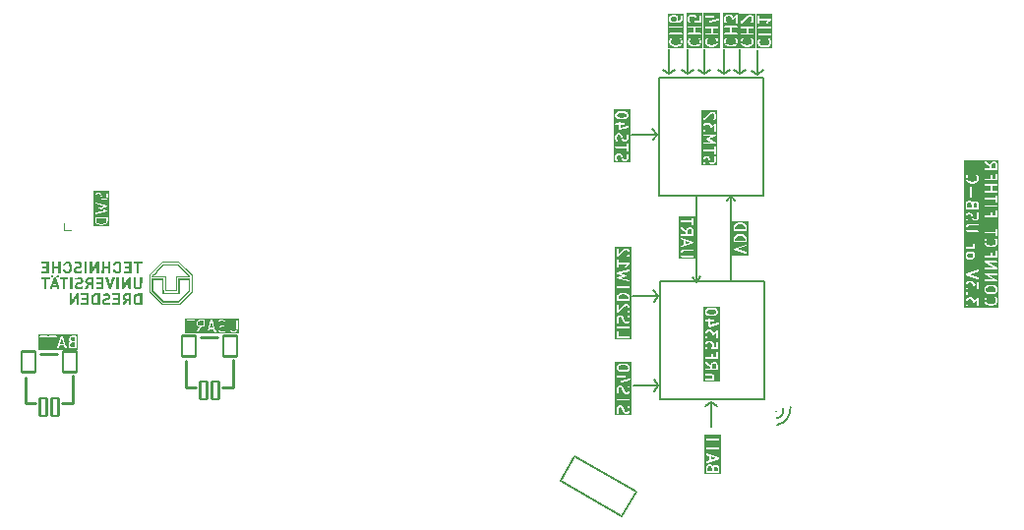
<source format=gbo>
G04 #@! TF.GenerationSoftware,KiCad,Pcbnew,8.0.6*
G04 #@! TF.CreationDate,2025-05-06T14:55:23+02:00*
G04 #@! TF.ProjectId,Panelized,50616e65-6c69-47a6-9564-2e6b69636164,rev?*
G04 #@! TF.SameCoordinates,Original*
G04 #@! TF.FileFunction,Legend,Bot*
G04 #@! TF.FilePolarity,Positive*
%FSLAX46Y46*%
G04 Gerber Fmt 4.6, Leading zero omitted, Abs format (unit mm)*
G04 Created by KiCad (PCBNEW 8.0.6) date 2025-05-06 14:55:23*
%MOMM*%
%LPD*%
G01*
G04 APERTURE LIST*
G04 Aperture macros list*
%AMRoundRect*
0 Rectangle with rounded corners*
0 $1 Rounding radius*
0 $2 $3 $4 $5 $6 $7 $8 $9 X,Y pos of 4 corners*
0 Add a 4 corners polygon primitive as box body*
4,1,4,$2,$3,$4,$5,$6,$7,$8,$9,$2,$3,0*
0 Add four circle primitives for the rounded corners*
1,1,$1+$1,$2,$3*
1,1,$1+$1,$4,$5*
1,1,$1+$1,$6,$7*
1,1,$1+$1,$8,$9*
0 Add four rect primitives between the rounded corners*
20,1,$1+$1,$2,$3,$4,$5,0*
20,1,$1+$1,$4,$5,$6,$7,0*
20,1,$1+$1,$6,$7,$8,$9,0*
20,1,$1+$1,$8,$9,$2,$3,0*%
%AMHorizOval*
0 Thick line with rounded ends*
0 $1 width*
0 $2 $3 position (X,Y) of the first rounded end (center of the circle)*
0 $4 $5 position (X,Y) of the second rounded end (center of the circle)*
0 Add line between two ends*
20,1,$1,$2,$3,$4,$5,0*
0 Add two circle primitives to create the rounded ends*
1,1,$1,$2,$3*
1,1,$1,$4,$5*%
%AMRotRect*
0 Rectangle, with rotation*
0 The origin of the aperture is its center*
0 $1 length*
0 $2 width*
0 $3 Rotation angle, in degrees counterclockwise*
0 Add horizontal line*
21,1,$1,$2,0,0,$3*%
G04 Aperture macros list end*
%ADD10C,0.100000*%
%ADD11C,0.125000*%
%ADD12C,0.150000*%
%ADD13C,0.254000*%
%ADD14C,0.120000*%
%ADD15C,0.000000*%
%ADD16RoundRect,0.102000X-0.300000X-0.775000X0.300000X-0.775000X0.300000X0.775000X-0.300000X0.775000X0*%
%ADD17RoundRect,0.102000X-0.600000X-0.900000X0.600000X-0.900000X0.600000X0.900000X-0.600000X0.900000X0*%
%ADD18C,0.990600*%
%ADD19C,0.787400*%
%ADD20O,2.004000X1.204000*%
%ADD21O,2.404000X1.204000*%
%ADD22R,1.700000X1.700000*%
%ADD23O,1.700000X1.700000*%
%ADD24RotRect,1.700000X1.700000X300.000000*%
%ADD25HorizOval,1.700000X0.000000X0.000000X0.000000X0.000000X0*%
G04 APERTURE END LIST*
D10*
G36*
X99832419Y-95524104D02*
G01*
X99791099Y-95648063D01*
X99709942Y-95729219D01*
X99626872Y-95770755D01*
X99447692Y-95815550D01*
X99317145Y-95815550D01*
X99137966Y-95770755D01*
X99054892Y-95729218D01*
X98973739Y-95648065D01*
X98932419Y-95524103D01*
X98932419Y-95344122D01*
X99832419Y-95344122D01*
X99832419Y-95524104D01*
G37*
G36*
X100043530Y-96026661D02*
G01*
X98721308Y-96026661D01*
X98721308Y-95294122D01*
X98832419Y-95294122D01*
X98832419Y-95532217D01*
X98833982Y-95540079D01*
X98834985Y-95548028D01*
X98882604Y-95690885D01*
X98883844Y-95693060D01*
X98883844Y-95694208D01*
X98888297Y-95700872D01*
X98892265Y-95707833D01*
X98893291Y-95708346D01*
X98894683Y-95710429D01*
X98989921Y-95805667D01*
X98996580Y-95810117D01*
X99002915Y-95815033D01*
X99098153Y-95862652D01*
X99103434Y-95864098D01*
X99108387Y-95866438D01*
X99298863Y-95914057D01*
X99304980Y-95914354D01*
X99310990Y-95915550D01*
X99453847Y-95915550D01*
X99459856Y-95914354D01*
X99465974Y-95914057D01*
X99656450Y-95866438D01*
X99661402Y-95864098D01*
X99666684Y-95862652D01*
X99761921Y-95815034D01*
X99768249Y-95810122D01*
X99774916Y-95805668D01*
X99870155Y-95710429D01*
X99871545Y-95708347D01*
X99872573Y-95707834D01*
X99876543Y-95700868D01*
X99880994Y-95694208D01*
X99880994Y-95693060D01*
X99882234Y-95690885D01*
X99929853Y-95548029D01*
X99930855Y-95540078D01*
X99932419Y-95532217D01*
X99932419Y-95294122D01*
X99928613Y-95274988D01*
X99901553Y-95247928D01*
X99882419Y-95244122D01*
X98882419Y-95244122D01*
X98863285Y-95247928D01*
X98836225Y-95274988D01*
X98832419Y-95294122D01*
X98721308Y-95294122D01*
X98721308Y-94063941D01*
X98833049Y-94063941D01*
X98853106Y-94096533D01*
X98870838Y-94104667D01*
X99678075Y-94296866D01*
X99155250Y-94436286D01*
X99137743Y-94444894D01*
X99134327Y-94450792D01*
X99128429Y-94454208D01*
X99125080Y-94466766D01*
X99118569Y-94478013D01*
X99120325Y-94484598D01*
X99118569Y-94491183D01*
X99125080Y-94502429D01*
X99128429Y-94514988D01*
X99134327Y-94518403D01*
X99137743Y-94524302D01*
X99155250Y-94532910D01*
X99678075Y-94672329D01*
X98870838Y-94864530D01*
X98853106Y-94872664D01*
X98833049Y-94905256D01*
X98841913Y-94942483D01*
X98874505Y-94962540D01*
X98894000Y-94961810D01*
X99894000Y-94723714D01*
X99911732Y-94715580D01*
X99915651Y-94709210D01*
X99922123Y-94705464D01*
X99925308Y-94693517D01*
X99931789Y-94682988D01*
X99930057Y-94675714D01*
X99931984Y-94668489D01*
X99925788Y-94657787D01*
X99922925Y-94645761D01*
X99916557Y-94641842D01*
X99912810Y-94635370D01*
X99895302Y-94626762D01*
X99362186Y-94484598D01*
X99895302Y-94342434D01*
X99912810Y-94333826D01*
X99916557Y-94327353D01*
X99922925Y-94323435D01*
X99925788Y-94311408D01*
X99931984Y-94300707D01*
X99930057Y-94293481D01*
X99931789Y-94286208D01*
X99925308Y-94275678D01*
X99922123Y-94263732D01*
X99915651Y-94259985D01*
X99911732Y-94253616D01*
X99894000Y-94245482D01*
X98894000Y-94007387D01*
X98874505Y-94006657D01*
X98841913Y-94026714D01*
X98833049Y-94063941D01*
X98721308Y-94063941D01*
X98721308Y-93341741D01*
X98832419Y-93341741D01*
X98832419Y-93579836D01*
X98833982Y-93587698D01*
X98834985Y-93595647D01*
X98882604Y-93738504D01*
X98892265Y-93755452D01*
X98926494Y-93772567D01*
X98962798Y-93760465D01*
X98979912Y-93726237D01*
X98977472Y-93706881D01*
X98932419Y-93571722D01*
X98932419Y-93353544D01*
X98971130Y-93276120D01*
X99007275Y-93239976D01*
X99084699Y-93201265D01*
X99156330Y-93201265D01*
X99233753Y-93239976D01*
X99269897Y-93276121D01*
X99311433Y-93359193D01*
X99357721Y-93544344D01*
X99360060Y-93549296D01*
X99361507Y-93554578D01*
X99409125Y-93649815D01*
X99414040Y-93656148D01*
X99418492Y-93662810D01*
X99466110Y-93710429D01*
X99472776Y-93714883D01*
X99479105Y-93719795D01*
X99574343Y-93767414D01*
X99576758Y-93768075D01*
X99577570Y-93768887D01*
X99585431Y-93770450D01*
X99593159Y-93772567D01*
X99594247Y-93772204D01*
X99596704Y-93772693D01*
X99691942Y-93772693D01*
X99694398Y-93772204D01*
X99695487Y-93772567D01*
X99703214Y-93770450D01*
X99711076Y-93768887D01*
X99711887Y-93768075D01*
X99714303Y-93767414D01*
X99809540Y-93719796D01*
X99815868Y-93714884D01*
X99822535Y-93710430D01*
X99870155Y-93662811D01*
X99874609Y-93656144D01*
X99879521Y-93649816D01*
X99927140Y-93554578D01*
X99927801Y-93552162D01*
X99928613Y-93551351D01*
X99930176Y-93543489D01*
X99932293Y-93535762D01*
X99931930Y-93534673D01*
X99932419Y-93532217D01*
X99932419Y-93294122D01*
X99930855Y-93286260D01*
X99929853Y-93278310D01*
X99882234Y-93135454D01*
X99872573Y-93118505D01*
X99838344Y-93101391D01*
X99802040Y-93113492D01*
X99784926Y-93147721D01*
X99787366Y-93167076D01*
X99832419Y-93302235D01*
X99832419Y-93520413D01*
X99793708Y-93597835D01*
X99757561Y-93633981D01*
X99680139Y-93672693D01*
X99608508Y-93672693D01*
X99531084Y-93633981D01*
X99494939Y-93597837D01*
X99453404Y-93514766D01*
X99407116Y-93329614D01*
X99404776Y-93324661D01*
X99403330Y-93319380D01*
X99355711Y-93224142D01*
X99350799Y-93217813D01*
X99346345Y-93211147D01*
X99298726Y-93163529D01*
X99292064Y-93159077D01*
X99285731Y-93154162D01*
X99190494Y-93106544D01*
X99188078Y-93105882D01*
X99187267Y-93105071D01*
X99179405Y-93103507D01*
X99171678Y-93101391D01*
X99170589Y-93101753D01*
X99168133Y-93101265D01*
X99072895Y-93101265D01*
X99070438Y-93101753D01*
X99069350Y-93101391D01*
X99061622Y-93103507D01*
X99053761Y-93105071D01*
X99052949Y-93105882D01*
X99050534Y-93106544D01*
X98955296Y-93154163D01*
X98948967Y-93159074D01*
X98942301Y-93163529D01*
X98894683Y-93211148D01*
X98890231Y-93217809D01*
X98885316Y-93224143D01*
X98837698Y-93319380D01*
X98837036Y-93321795D01*
X98836225Y-93322607D01*
X98834661Y-93330468D01*
X98832545Y-93338196D01*
X98832907Y-93339284D01*
X98832419Y-93341741D01*
X98721308Y-93341741D01*
X98721308Y-92990154D01*
X100043530Y-92990154D01*
X100043530Y-96026661D01*
G37*
D11*
G36*
X97127168Y-106428619D02*
G01*
X96823471Y-106428619D01*
X96750501Y-106392134D01*
X96717225Y-106358857D01*
X96680740Y-106285887D01*
X96680740Y-106172540D01*
X96717226Y-106099568D01*
X96747238Y-106069555D01*
X96866478Y-106029809D01*
X97127168Y-106029809D01*
X97127168Y-106428619D01*
G37*
G36*
X97127168Y-105904809D02*
G01*
X96871090Y-105904809D01*
X96798118Y-105868323D01*
X96764845Y-105835050D01*
X96728359Y-105762078D01*
X96728359Y-105696350D01*
X96764845Y-105623378D01*
X96798118Y-105590105D01*
X96871090Y-105553619D01*
X97127168Y-105553619D01*
X97127168Y-105904809D01*
G37*
G36*
X96150572Y-106142904D02*
G01*
X95847812Y-106142904D01*
X95999192Y-105688762D01*
X96150572Y-106142904D01*
G37*
G36*
X97363279Y-106664730D02*
G01*
X93973196Y-106664730D01*
X93973196Y-105467201D01*
X94084307Y-105467201D01*
X94084307Y-105515037D01*
X94118131Y-105548861D01*
X94142049Y-105553619D01*
X94365263Y-105553619D01*
X94365263Y-106491119D01*
X94370021Y-106515037D01*
X94403845Y-106548861D01*
X94451681Y-106548861D01*
X94485505Y-106515037D01*
X94490263Y-106491119D01*
X94490263Y-105553619D01*
X94713477Y-105553619D01*
X94737395Y-105548861D01*
X94771219Y-105515037D01*
X94771219Y-105467201D01*
X94846212Y-105467201D01*
X94846212Y-105515037D01*
X94880036Y-105548861D01*
X94903954Y-105553619D01*
X95127168Y-105553619D01*
X95127168Y-106491119D01*
X95131926Y-106515037D01*
X95165750Y-106548861D01*
X95213586Y-106548861D01*
X95247410Y-106515037D01*
X95251287Y-106495550D01*
X95603517Y-106495550D01*
X95624909Y-106538334D01*
X95670290Y-106553461D01*
X95713074Y-106532069D01*
X95725152Y-106510883D01*
X95806145Y-106267904D01*
X96192239Y-106267904D01*
X96273232Y-106510883D01*
X96285310Y-106532069D01*
X96328094Y-106553461D01*
X96373475Y-106538334D01*
X96394867Y-106495550D01*
X96391818Y-106471354D01*
X96287295Y-106157785D01*
X96555740Y-106157785D01*
X96555740Y-106300642D01*
X96556350Y-106303713D01*
X96555898Y-106305072D01*
X96558543Y-106314732D01*
X96560498Y-106324560D01*
X96561511Y-106325573D01*
X96562338Y-106328593D01*
X96609957Y-106423831D01*
X96616097Y-106431742D01*
X96621664Y-106440074D01*
X96669283Y-106487694D01*
X96677611Y-106493258D01*
X96685527Y-106499402D01*
X96780765Y-106547021D01*
X96783784Y-106547847D01*
X96784798Y-106548861D01*
X96794625Y-106550815D01*
X96804286Y-106553461D01*
X96805644Y-106553008D01*
X96808716Y-106553619D01*
X97189668Y-106553619D01*
X97213586Y-106548861D01*
X97247410Y-106515037D01*
X97252168Y-106491119D01*
X97252168Y-105491119D01*
X97247410Y-105467201D01*
X97213586Y-105433377D01*
X97189668Y-105428619D01*
X96856335Y-105428619D01*
X96853263Y-105429229D01*
X96851905Y-105428777D01*
X96842244Y-105431422D01*
X96832417Y-105433377D01*
X96831403Y-105434390D01*
X96828384Y-105435217D01*
X96733146Y-105482836D01*
X96725224Y-105488983D01*
X96716903Y-105494544D01*
X96669284Y-105542163D01*
X96663723Y-105550484D01*
X96657576Y-105558406D01*
X96609957Y-105653644D01*
X96609130Y-105656663D01*
X96608117Y-105657677D01*
X96606162Y-105667504D01*
X96603517Y-105677165D01*
X96603969Y-105678523D01*
X96603359Y-105681595D01*
X96603359Y-105776833D01*
X96603969Y-105779904D01*
X96603517Y-105781263D01*
X96606162Y-105790923D01*
X96608117Y-105800751D01*
X96609130Y-105801764D01*
X96609957Y-105804784D01*
X96657576Y-105900022D01*
X96663723Y-105907943D01*
X96669284Y-105916265D01*
X96704918Y-105951899D01*
X96693714Y-105955635D01*
X96690993Y-105957186D01*
X96689561Y-105957186D01*
X96681232Y-105962750D01*
X96672528Y-105967713D01*
X96671887Y-105968994D01*
X96669284Y-105970734D01*
X96621665Y-106018353D01*
X96616104Y-106026674D01*
X96609957Y-106034596D01*
X96562338Y-106129834D01*
X96561511Y-106132853D01*
X96560498Y-106133867D01*
X96558543Y-106143694D01*
X96555898Y-106153355D01*
X96556350Y-106154713D01*
X96555740Y-106157785D01*
X96287295Y-106157785D01*
X96058485Y-105471355D01*
X96046407Y-105450169D01*
X96042230Y-105448080D01*
X96040142Y-105443904D01*
X96021347Y-105437639D01*
X96003623Y-105428777D01*
X95999192Y-105430254D01*
X95994761Y-105428777D01*
X95977037Y-105437639D01*
X95958242Y-105443904D01*
X95956153Y-105448080D01*
X95951977Y-105450169D01*
X95939899Y-105471355D01*
X95606566Y-106471355D01*
X95603517Y-106495550D01*
X95251287Y-106495550D01*
X95252168Y-106491119D01*
X95252168Y-105553619D01*
X95475382Y-105553619D01*
X95499300Y-105548861D01*
X95533124Y-105515037D01*
X95533124Y-105467201D01*
X95499300Y-105433377D01*
X95475382Y-105428619D01*
X94903954Y-105428619D01*
X94880036Y-105433377D01*
X94846212Y-105467201D01*
X94771219Y-105467201D01*
X94737395Y-105433377D01*
X94713477Y-105428619D01*
X94142049Y-105428619D01*
X94118131Y-105433377D01*
X94084307Y-105467201D01*
X93973196Y-105467201D01*
X93973196Y-105317508D01*
X97363279Y-105317508D01*
X97363279Y-106664730D01*
G37*
D10*
G36*
X109034363Y-104781704D02*
G01*
X108696915Y-104781704D01*
X108865639Y-104275532D01*
X109034363Y-104781704D01*
G37*
G36*
X108148972Y-104591228D02*
G01*
X107829824Y-104591228D01*
X107752400Y-104552516D01*
X107716255Y-104516372D01*
X107677544Y-104438949D01*
X107677544Y-104319698D01*
X107716255Y-104242274D01*
X107752400Y-104206130D01*
X107829824Y-104167419D01*
X108148972Y-104167419D01*
X108148972Y-104591228D01*
G37*
G36*
X111217226Y-105278530D02*
G01*
X106613096Y-105278530D01*
X106613096Y-104098285D01*
X106724207Y-104098285D01*
X106724207Y-104136553D01*
X106751267Y-104163613D01*
X106770401Y-104167419D01*
X107006115Y-104167419D01*
X107006115Y-105117419D01*
X107009921Y-105136553D01*
X107036981Y-105163613D01*
X107075249Y-105163613D01*
X107102309Y-105136553D01*
X107106115Y-105117419D01*
X107106115Y-104307895D01*
X107577544Y-104307895D01*
X107577544Y-104450752D01*
X107578032Y-104453208D01*
X107577670Y-104454297D01*
X107579786Y-104462024D01*
X107581350Y-104469886D01*
X107582161Y-104470697D01*
X107582823Y-104473113D01*
X107630441Y-104568350D01*
X107635356Y-104574683D01*
X107639808Y-104581345D01*
X107687426Y-104628964D01*
X107694092Y-104633418D01*
X107700421Y-104638330D01*
X107795659Y-104685949D01*
X107798074Y-104686610D01*
X107798886Y-104687422D01*
X107806747Y-104688985D01*
X107814475Y-104691102D01*
X107815563Y-104690739D01*
X107818020Y-104691228D01*
X107864844Y-104691228D01*
X107586582Y-105088746D01*
X107578728Y-105106604D01*
X107585378Y-105144290D01*
X107616729Y-105166235D01*
X107654415Y-105159585D01*
X107668506Y-105146092D01*
X107986910Y-104691228D01*
X108148972Y-104691228D01*
X108148972Y-105117419D01*
X108152778Y-105136553D01*
X108179838Y-105163613D01*
X108218106Y-105163613D01*
X108245166Y-105136553D01*
X108248267Y-105120963D01*
X108482432Y-105120963D01*
X108499546Y-105155192D01*
X108535850Y-105167293D01*
X108570079Y-105150179D01*
X108579740Y-105133230D01*
X108663582Y-104881704D01*
X109067696Y-104881704D01*
X109151538Y-105133230D01*
X109161199Y-105150178D01*
X109195428Y-105167293D01*
X109231732Y-105155191D01*
X109248846Y-105120963D01*
X109246406Y-105101607D01*
X109156438Y-104831704D01*
X109434687Y-104831704D01*
X109434687Y-104926942D01*
X109435175Y-104929398D01*
X109434813Y-104930487D01*
X109436929Y-104938214D01*
X109438493Y-104946076D01*
X109439304Y-104946887D01*
X109439966Y-104949303D01*
X109487584Y-105044540D01*
X109492495Y-105050868D01*
X109496950Y-105057535D01*
X109544569Y-105105155D01*
X109551235Y-105109609D01*
X109557564Y-105114521D01*
X109652802Y-105162140D01*
X109655217Y-105162801D01*
X109656029Y-105163613D01*
X109663890Y-105165176D01*
X109671618Y-105167293D01*
X109672706Y-105166930D01*
X109675163Y-105167419D01*
X109913258Y-105167419D01*
X109921120Y-105165855D01*
X109929069Y-105164853D01*
X110071926Y-105117234D01*
X110088874Y-105107573D01*
X110105989Y-105073344D01*
X110093887Y-105037040D01*
X110059659Y-105019926D01*
X110040303Y-105022366D01*
X109905145Y-105067419D01*
X109686967Y-105067419D01*
X109609544Y-105028708D01*
X109573398Y-104992561D01*
X109534687Y-104915139D01*
X109534687Y-104843507D01*
X109573398Y-104766083D01*
X109609543Y-104729939D01*
X109692615Y-104688403D01*
X109877766Y-104642116D01*
X109882718Y-104639776D01*
X109888000Y-104638330D01*
X109983237Y-104590712D01*
X109989570Y-104585796D01*
X109996232Y-104581345D01*
X110043851Y-104533727D01*
X110048305Y-104527060D01*
X110053217Y-104520732D01*
X110100836Y-104425494D01*
X110101497Y-104423078D01*
X110102309Y-104422267D01*
X110103872Y-104414405D01*
X110105989Y-104406678D01*
X110105626Y-104405589D01*
X110106115Y-104403133D01*
X110106115Y-104307895D01*
X110105626Y-104305438D01*
X110105989Y-104304350D01*
X110103872Y-104296622D01*
X110102309Y-104288761D01*
X110101497Y-104287949D01*
X110100836Y-104285534D01*
X110053217Y-104190296D01*
X110048305Y-104183967D01*
X110043851Y-104177301D01*
X109996232Y-104129683D01*
X109989570Y-104125231D01*
X109983237Y-104120316D01*
X109977443Y-104117419D01*
X110434687Y-104117419D01*
X110434687Y-104926942D01*
X110435175Y-104929398D01*
X110434813Y-104930487D01*
X110436929Y-104938214D01*
X110438493Y-104946076D01*
X110439304Y-104946887D01*
X110439966Y-104949303D01*
X110487584Y-105044540D01*
X110492495Y-105050868D01*
X110496950Y-105057535D01*
X110544569Y-105105155D01*
X110551235Y-105109609D01*
X110557564Y-105114521D01*
X110652802Y-105162140D01*
X110655217Y-105162801D01*
X110656029Y-105163613D01*
X110663890Y-105165176D01*
X110671618Y-105167293D01*
X110672706Y-105166930D01*
X110675163Y-105167419D01*
X110865639Y-105167419D01*
X110868095Y-105166930D01*
X110869184Y-105167293D01*
X110876911Y-105165176D01*
X110884773Y-105163613D01*
X110885584Y-105162801D01*
X110888000Y-105162140D01*
X110983237Y-105114522D01*
X110989564Y-105109611D01*
X110996233Y-105105155D01*
X111043852Y-105057535D01*
X111048305Y-105050869D01*
X111053217Y-105044541D01*
X111100836Y-104949303D01*
X111101497Y-104946887D01*
X111102309Y-104946076D01*
X111103872Y-104938214D01*
X111105989Y-104930487D01*
X111105626Y-104929398D01*
X111106115Y-104926942D01*
X111106115Y-104117419D01*
X111102309Y-104098285D01*
X111075249Y-104071225D01*
X111036981Y-104071225D01*
X111009921Y-104098285D01*
X111006115Y-104117419D01*
X111006115Y-104915138D01*
X110967403Y-104992561D01*
X110931257Y-105028708D01*
X110853836Y-105067419D01*
X110686967Y-105067419D01*
X110609544Y-105028708D01*
X110573398Y-104992561D01*
X110534687Y-104915139D01*
X110534687Y-104117419D01*
X110530881Y-104098285D01*
X110503821Y-104071225D01*
X110465553Y-104071225D01*
X110438493Y-104098285D01*
X110434687Y-104117419D01*
X109977443Y-104117419D01*
X109888000Y-104072698D01*
X109885584Y-104072036D01*
X109884773Y-104071225D01*
X109876911Y-104069661D01*
X109869184Y-104067545D01*
X109868095Y-104067907D01*
X109865639Y-104067419D01*
X109627544Y-104067419D01*
X109619682Y-104068982D01*
X109611732Y-104069985D01*
X109468876Y-104117604D01*
X109451927Y-104127265D01*
X109434813Y-104161494D01*
X109446914Y-104197798D01*
X109481143Y-104214912D01*
X109500498Y-104212472D01*
X109635657Y-104167419D01*
X109853836Y-104167419D01*
X109931259Y-104206130D01*
X109967403Y-104242275D01*
X110006115Y-104319698D01*
X110006115Y-104391329D01*
X109967403Y-104468752D01*
X109931259Y-104504897D01*
X109848188Y-104546433D01*
X109663036Y-104592721D01*
X109658083Y-104595060D01*
X109652802Y-104596507D01*
X109557564Y-104644126D01*
X109551235Y-104649037D01*
X109544569Y-104653492D01*
X109496951Y-104701111D01*
X109492499Y-104707772D01*
X109487584Y-104714106D01*
X109439966Y-104809343D01*
X109439304Y-104811758D01*
X109438493Y-104812570D01*
X109436929Y-104820431D01*
X109434813Y-104828159D01*
X109435175Y-104829247D01*
X109434687Y-104831704D01*
X109156438Y-104831704D01*
X108913073Y-104101608D01*
X108903412Y-104084659D01*
X108900069Y-104082987D01*
X108898399Y-104079647D01*
X108883362Y-104074634D01*
X108869183Y-104067545D01*
X108865638Y-104068726D01*
X108862095Y-104067545D01*
X108847921Y-104074632D01*
X108832879Y-104079646D01*
X108831207Y-104082989D01*
X108827866Y-104084660D01*
X108818205Y-104101608D01*
X108484872Y-105101608D01*
X108482432Y-105120963D01*
X108248267Y-105120963D01*
X108248972Y-105117419D01*
X108248972Y-104117419D01*
X108245166Y-104098285D01*
X108218106Y-104071225D01*
X108198972Y-104067419D01*
X107818020Y-104067419D01*
X107815563Y-104067907D01*
X107814475Y-104067545D01*
X107806747Y-104069661D01*
X107798886Y-104071225D01*
X107798074Y-104072036D01*
X107795659Y-104072698D01*
X107700421Y-104120317D01*
X107694092Y-104125228D01*
X107687426Y-104129683D01*
X107639808Y-104177302D01*
X107635356Y-104183963D01*
X107630441Y-104190297D01*
X107582823Y-104285534D01*
X107582161Y-104287949D01*
X107581350Y-104288761D01*
X107579786Y-104296622D01*
X107577670Y-104304350D01*
X107578032Y-104305438D01*
X107577544Y-104307895D01*
X107106115Y-104307895D01*
X107106115Y-104167419D01*
X107341829Y-104167419D01*
X107360963Y-104163613D01*
X107388023Y-104136553D01*
X107388023Y-104098285D01*
X107360963Y-104071225D01*
X107341829Y-104067419D01*
X106770401Y-104067419D01*
X106751267Y-104071225D01*
X106724207Y-104098285D01*
X106613096Y-104098285D01*
X106613096Y-103956308D01*
X111217226Y-103956308D01*
X111217226Y-105278530D01*
G37*
D12*
X145425546Y-118896136D02*
X144200547Y-121017899D01*
X138877651Y-117917899D01*
X140102653Y-115796137D01*
X145425546Y-118896136D01*
G36*
X176269470Y-101252413D02*
G01*
X176341413Y-101324356D01*
X176375671Y-101392872D01*
X176375671Y-101547938D01*
X176341413Y-101616454D01*
X176269470Y-101688396D01*
X176108104Y-101728738D01*
X175793239Y-101728738D01*
X175631872Y-101688396D01*
X175559929Y-101616453D01*
X175525671Y-101547936D01*
X175525671Y-101392873D01*
X175559929Y-101324356D01*
X175631872Y-101252413D01*
X175793239Y-101212072D01*
X176108104Y-101212072D01*
X176269470Y-101252413D01*
G37*
G36*
X174367729Y-98389187D02*
G01*
X174398136Y-98419594D01*
X174432394Y-98488110D01*
X174432394Y-98595557D01*
X174398136Y-98664073D01*
X174367729Y-98694480D01*
X174299213Y-98728738D01*
X174048909Y-98728738D01*
X173980393Y-98694480D01*
X173949985Y-98664072D01*
X173915727Y-98595555D01*
X173915727Y-98488111D01*
X173949985Y-98419594D01*
X173980393Y-98389187D01*
X174048909Y-98354929D01*
X174299213Y-98354929D01*
X174367729Y-98389187D01*
G37*
G36*
X174224872Y-94008234D02*
G01*
X174251366Y-94034728D01*
X174289537Y-94149241D01*
X174289537Y-94395404D01*
X173915727Y-94395404D01*
X173915727Y-94107158D01*
X173949985Y-94038641D01*
X173980393Y-94008234D01*
X174048909Y-93973976D01*
X174156356Y-93973976D01*
X174224872Y-94008234D01*
G37*
G36*
X174701062Y-94055853D02*
G01*
X174731469Y-94086260D01*
X174765727Y-94154776D01*
X174765727Y-94395404D01*
X174439537Y-94395404D01*
X174439537Y-94154776D01*
X174473795Y-94086260D01*
X174504202Y-94055853D01*
X174572718Y-94021595D01*
X174632546Y-94021595D01*
X174701062Y-94055853D01*
G37*
G36*
X176311006Y-90627282D02*
G01*
X176341413Y-90657689D01*
X176375671Y-90726205D01*
X176375671Y-91014452D01*
X176001862Y-91014452D01*
X176001862Y-90726205D01*
X176036120Y-90657689D01*
X176066527Y-90627282D01*
X176135043Y-90593024D01*
X176242490Y-90593024D01*
X176311006Y-90627282D01*
G37*
G36*
X176636782Y-103036027D02*
G01*
X173654616Y-103036027D01*
X173654616Y-102422786D01*
X173765727Y-102422786D01*
X173765727Y-102708500D01*
X173767168Y-102723132D01*
X173768198Y-102725620D01*
X173768390Y-102728310D01*
X173773645Y-102742042D01*
X173821265Y-102837280D01*
X173825230Y-102843578D01*
X173825987Y-102845406D01*
X173827675Y-102847463D01*
X173829098Y-102849723D01*
X173830596Y-102851022D01*
X173835314Y-102856771D01*
X173882933Y-102904390D01*
X173894298Y-102913717D01*
X173921334Y-102924916D01*
X173950597Y-102924916D01*
X173977633Y-102913717D01*
X173998326Y-102893024D01*
X174009525Y-102865988D01*
X174009525Y-102836725D01*
X173998326Y-102809689D01*
X173988999Y-102798324D01*
X173949985Y-102759310D01*
X173915727Y-102690793D01*
X173915727Y-102440492D01*
X173949985Y-102371975D01*
X173980393Y-102341568D01*
X174048909Y-102307310D01*
X174251594Y-102307310D01*
X174320110Y-102341568D01*
X174350517Y-102371975D01*
X174384775Y-102440491D01*
X174384775Y-102565643D01*
X174385537Y-102573381D01*
X174385406Y-102575349D01*
X174385864Y-102576704D01*
X174386216Y-102580275D01*
X174390879Y-102591532D01*
X174394781Y-102603070D01*
X174396446Y-102604974D01*
X174397415Y-102607311D01*
X174406025Y-102615921D01*
X174414051Y-102625094D01*
X174416320Y-102626216D01*
X174418107Y-102628003D01*
X174429357Y-102632663D01*
X174440283Y-102638066D01*
X174442806Y-102638234D01*
X174445143Y-102639202D01*
X174457328Y-102639202D01*
X174469481Y-102640012D01*
X174471876Y-102639202D01*
X174474407Y-102639202D01*
X174485664Y-102634538D01*
X174497202Y-102630637D01*
X174500119Y-102628551D01*
X174501443Y-102628003D01*
X174502838Y-102626607D01*
X174509163Y-102622086D01*
X174765727Y-102397592D01*
X174765727Y-102851357D01*
X174767168Y-102865989D01*
X174778367Y-102893025D01*
X174799059Y-102913717D01*
X174826095Y-102924916D01*
X174855359Y-102924916D01*
X174882395Y-102913717D01*
X174903087Y-102893025D01*
X174914286Y-102865989D01*
X174915727Y-102851357D01*
X174915727Y-102375167D01*
X175375671Y-102375167D01*
X175375671Y-102470405D01*
X175376400Y-102477810D01*
X175376260Y-102479786D01*
X175376850Y-102482383D01*
X175377112Y-102485037D01*
X175377870Y-102486867D01*
X175379520Y-102494123D01*
X175427140Y-102636980D01*
X175433134Y-102650405D01*
X175434900Y-102652441D01*
X175435931Y-102654930D01*
X175445258Y-102666295D01*
X175540496Y-102761533D01*
X175546246Y-102766253D01*
X175547545Y-102767750D01*
X175549799Y-102769169D01*
X175551861Y-102770861D01*
X175553693Y-102771619D01*
X175559988Y-102775582D01*
X175655226Y-102823201D01*
X175656295Y-102823610D01*
X175656731Y-102823933D01*
X175662867Y-102826125D01*
X175668957Y-102828456D01*
X175669497Y-102828494D01*
X175670577Y-102828880D01*
X175861053Y-102876499D01*
X175863589Y-102876874D01*
X175864611Y-102877297D01*
X175870123Y-102877839D01*
X175875597Y-102878649D01*
X175876689Y-102878486D01*
X175879243Y-102878738D01*
X176022100Y-102878738D01*
X176024653Y-102878486D01*
X176025746Y-102878649D01*
X176031219Y-102877839D01*
X176036732Y-102877297D01*
X176037753Y-102876874D01*
X176040290Y-102876499D01*
X176230766Y-102828880D01*
X176231845Y-102828494D01*
X176232385Y-102828456D01*
X176238466Y-102826128D01*
X176244612Y-102823933D01*
X176245047Y-102823610D01*
X176246117Y-102823201D01*
X176341355Y-102775582D01*
X176347654Y-102771617D01*
X176349482Y-102770860D01*
X176351538Y-102769171D01*
X176353798Y-102767750D01*
X176355097Y-102766251D01*
X176360847Y-102761533D01*
X176456085Y-102666295D01*
X176465413Y-102654930D01*
X176466444Y-102652439D01*
X176468209Y-102650405D01*
X176474203Y-102636979D01*
X176521822Y-102494123D01*
X176523471Y-102486867D01*
X176524230Y-102485037D01*
X176524491Y-102482383D01*
X176525082Y-102479786D01*
X176524941Y-102477811D01*
X176525671Y-102470405D01*
X176525671Y-102375167D01*
X176524941Y-102367760D01*
X176525082Y-102365786D01*
X176524491Y-102363188D01*
X176524230Y-102360535D01*
X176523471Y-102358704D01*
X176521822Y-102351449D01*
X176474203Y-102208593D01*
X176468209Y-102195167D01*
X176466442Y-102193130D01*
X176465412Y-102190642D01*
X176456085Y-102179277D01*
X176408466Y-102131658D01*
X176397101Y-102122331D01*
X176370064Y-102111132D01*
X176340802Y-102111132D01*
X176313765Y-102122331D01*
X176293073Y-102143023D01*
X176281874Y-102170060D01*
X176281874Y-102199322D01*
X176293073Y-102226359D01*
X176302400Y-102237724D01*
X176337500Y-102272824D01*
X176375671Y-102387337D01*
X176375671Y-102458235D01*
X176337500Y-102572748D01*
X176263387Y-102646861D01*
X176186400Y-102685354D01*
X176012866Y-102728738D01*
X175888477Y-102728738D01*
X175714943Y-102685354D01*
X175637956Y-102646861D01*
X175563842Y-102572747D01*
X175525671Y-102458233D01*
X175525671Y-102387338D01*
X175563842Y-102272824D01*
X175598943Y-102237724D01*
X175608270Y-102226359D01*
X175619469Y-102199323D01*
X175619469Y-102170060D01*
X175608270Y-102143024D01*
X175587577Y-102122331D01*
X175560541Y-102111132D01*
X175531278Y-102111132D01*
X175504242Y-102122331D01*
X175492877Y-102131658D01*
X175445258Y-102179277D01*
X175435931Y-102190642D01*
X175434900Y-102193130D01*
X175433134Y-102195167D01*
X175427140Y-102208592D01*
X175379520Y-102351449D01*
X175377870Y-102358704D01*
X175377112Y-102360535D01*
X175376850Y-102363188D01*
X175376260Y-102365786D01*
X175376400Y-102367761D01*
X175375671Y-102375167D01*
X174915727Y-102375167D01*
X174915727Y-102232310D01*
X174914964Y-102224571D01*
X174915096Y-102222604D01*
X174914637Y-102221248D01*
X174914286Y-102217678D01*
X174909622Y-102206420D01*
X174905721Y-102194883D01*
X174904055Y-102192978D01*
X174903087Y-102190642D01*
X174894476Y-102182031D01*
X174886451Y-102172859D01*
X174884181Y-102171736D01*
X174882395Y-102169950D01*
X174871144Y-102165289D01*
X174860219Y-102159887D01*
X174857695Y-102159718D01*
X174855359Y-102158751D01*
X174843174Y-102158751D01*
X174831021Y-102157941D01*
X174828626Y-102158751D01*
X174826095Y-102158751D01*
X174814837Y-102163414D01*
X174803300Y-102167316D01*
X174800382Y-102169401D01*
X174799059Y-102169950D01*
X174797663Y-102171345D01*
X174791339Y-102175867D01*
X174532030Y-102402762D01*
X174526857Y-102389245D01*
X174479238Y-102294007D01*
X174475273Y-102287707D01*
X174474516Y-102285880D01*
X174472827Y-102283823D01*
X174471406Y-102281564D01*
X174469907Y-102280264D01*
X174465189Y-102274515D01*
X174417570Y-102226896D01*
X174411820Y-102222177D01*
X174410521Y-102220679D01*
X174408261Y-102219257D01*
X174406205Y-102217569D01*
X174404377Y-102216811D01*
X174398078Y-102212847D01*
X174302840Y-102165228D01*
X174289108Y-102159973D01*
X174286420Y-102159782D01*
X174283931Y-102158751D01*
X174269299Y-102157310D01*
X174031204Y-102157310D01*
X174016572Y-102158751D01*
X174014083Y-102159781D01*
X174011394Y-102159973D01*
X173997663Y-102165228D01*
X173902425Y-102212847D01*
X173896125Y-102216811D01*
X173894298Y-102217569D01*
X173892241Y-102219257D01*
X173889982Y-102220679D01*
X173888682Y-102222177D01*
X173882933Y-102226896D01*
X173835314Y-102274515D01*
X173830596Y-102280263D01*
X173829098Y-102281563D01*
X173827675Y-102283822D01*
X173825987Y-102285880D01*
X173825230Y-102287707D01*
X173821265Y-102294006D01*
X173773645Y-102389244D01*
X173768390Y-102402976D01*
X173768198Y-102405665D01*
X173767168Y-102408154D01*
X173765727Y-102422786D01*
X173654616Y-102422786D01*
X173654616Y-101789107D01*
X173767168Y-101789107D01*
X173767168Y-101818370D01*
X173771522Y-101828880D01*
X173778366Y-101845405D01*
X173778367Y-101845406D01*
X173787695Y-101856772D01*
X173835314Y-101904390D01*
X173846680Y-101913718D01*
X173873716Y-101924916D01*
X173902978Y-101924916D01*
X173902979Y-101924916D01*
X173930015Y-101913717D01*
X173941380Y-101904390D01*
X173988999Y-101856771D01*
X173998326Y-101845406D01*
X174009525Y-101818370D01*
X174009525Y-101789107D01*
X174001922Y-101770751D01*
X173998326Y-101762070D01*
X173988999Y-101750705D01*
X173941380Y-101703086D01*
X173930015Y-101693759D01*
X173930013Y-101693758D01*
X173902979Y-101682560D01*
X173873716Y-101682560D01*
X173846680Y-101693758D01*
X173835314Y-101703086D01*
X173787695Y-101750704D01*
X173778367Y-101762070D01*
X173778366Y-101762071D01*
X173767168Y-101789107D01*
X173654616Y-101789107D01*
X173654616Y-100994215D01*
X173765727Y-100994215D01*
X173765727Y-101279929D01*
X173767168Y-101294561D01*
X173768198Y-101297049D01*
X173768390Y-101299739D01*
X173773645Y-101313471D01*
X173821265Y-101408709D01*
X173825230Y-101415007D01*
X173825987Y-101416835D01*
X173827675Y-101418892D01*
X173829098Y-101421152D01*
X173830596Y-101422451D01*
X173835314Y-101428200D01*
X173882933Y-101475819D01*
X173894298Y-101485146D01*
X173921334Y-101496345D01*
X173950597Y-101496345D01*
X173977633Y-101485146D01*
X173998326Y-101464453D01*
X174009525Y-101437417D01*
X174009525Y-101408154D01*
X173998326Y-101381118D01*
X173988999Y-101369753D01*
X173949985Y-101330739D01*
X173915727Y-101262222D01*
X173915727Y-101011921D01*
X173949985Y-100943404D01*
X173980393Y-100912997D01*
X174048909Y-100878739D01*
X174251594Y-100878739D01*
X174320110Y-100912997D01*
X174350517Y-100943404D01*
X174384775Y-101011920D01*
X174384775Y-101137072D01*
X174385537Y-101144810D01*
X174385406Y-101146778D01*
X174385864Y-101148133D01*
X174386216Y-101151704D01*
X174390879Y-101162961D01*
X174394781Y-101174499D01*
X174396446Y-101176403D01*
X174397415Y-101178740D01*
X174406025Y-101187350D01*
X174414051Y-101196523D01*
X174416320Y-101197645D01*
X174418107Y-101199432D01*
X174429357Y-101204092D01*
X174440283Y-101209495D01*
X174442806Y-101209663D01*
X174445143Y-101210631D01*
X174457328Y-101210631D01*
X174469481Y-101211441D01*
X174471876Y-101210631D01*
X174474407Y-101210631D01*
X174485664Y-101205967D01*
X174497202Y-101202066D01*
X174500119Y-101199980D01*
X174501443Y-101199432D01*
X174502838Y-101198036D01*
X174509163Y-101193515D01*
X174765727Y-100969021D01*
X174765727Y-101422786D01*
X174767168Y-101437418D01*
X174778367Y-101464454D01*
X174799059Y-101485146D01*
X174826095Y-101496345D01*
X174855359Y-101496345D01*
X174882395Y-101485146D01*
X174903087Y-101464454D01*
X174914286Y-101437418D01*
X174915727Y-101422786D01*
X174915727Y-101375167D01*
X175375671Y-101375167D01*
X175375671Y-101565643D01*
X175377112Y-101580275D01*
X175378142Y-101582763D01*
X175378334Y-101585453D01*
X175383589Y-101599185D01*
X175431209Y-101694423D01*
X175435174Y-101700721D01*
X175435931Y-101702549D01*
X175437619Y-101704606D01*
X175439042Y-101706866D01*
X175440540Y-101708165D01*
X175445258Y-101713914D01*
X175540496Y-101809152D01*
X175551861Y-101818480D01*
X175557014Y-101820614D01*
X175561493Y-101823933D01*
X175575339Y-101828880D01*
X175765815Y-101876499D01*
X175768351Y-101876874D01*
X175769373Y-101877297D01*
X175774885Y-101877839D01*
X175780359Y-101878649D01*
X175781451Y-101878486D01*
X175784005Y-101878738D01*
X176117338Y-101878738D01*
X176119891Y-101878486D01*
X176120984Y-101878649D01*
X176126457Y-101877839D01*
X176131970Y-101877297D01*
X176132991Y-101876874D01*
X176135528Y-101876499D01*
X176326004Y-101828880D01*
X176339850Y-101823933D01*
X176344331Y-101820612D01*
X176349482Y-101818479D01*
X176360847Y-101809152D01*
X176456085Y-101713914D01*
X176460805Y-101708163D01*
X176462302Y-101706865D01*
X176463721Y-101704610D01*
X176465413Y-101702549D01*
X176466171Y-101700716D01*
X176470134Y-101694422D01*
X176517753Y-101599184D01*
X176523008Y-101585453D01*
X176523199Y-101582763D01*
X176524230Y-101580275D01*
X176525671Y-101565643D01*
X176525671Y-101375167D01*
X176524230Y-101360535D01*
X176523199Y-101358046D01*
X176523008Y-101355357D01*
X176517753Y-101341626D01*
X176470134Y-101246388D01*
X176466171Y-101240093D01*
X176465413Y-101238261D01*
X176463721Y-101236199D01*
X176462302Y-101233945D01*
X176460805Y-101232646D01*
X176456085Y-101226896D01*
X176360847Y-101131658D01*
X176349482Y-101122331D01*
X176344331Y-101120197D01*
X176339850Y-101116877D01*
X176326004Y-101111930D01*
X176135528Y-101064311D01*
X176132991Y-101063935D01*
X176131970Y-101063513D01*
X176126457Y-101062970D01*
X176120984Y-101062161D01*
X176119891Y-101062323D01*
X176117338Y-101062072D01*
X175784005Y-101062072D01*
X175781451Y-101062323D01*
X175780359Y-101062161D01*
X175774885Y-101062970D01*
X175769373Y-101063513D01*
X175768351Y-101063935D01*
X175765815Y-101064311D01*
X175575339Y-101111930D01*
X175561493Y-101116877D01*
X175557014Y-101120195D01*
X175551861Y-101122330D01*
X175540496Y-101131658D01*
X175445258Y-101226896D01*
X175440540Y-101232644D01*
X175439042Y-101233944D01*
X175437619Y-101236203D01*
X175435931Y-101238261D01*
X175435174Y-101240088D01*
X175431209Y-101246387D01*
X175383589Y-101341625D01*
X175378334Y-101355357D01*
X175378142Y-101358046D01*
X175377112Y-101360535D01*
X175375671Y-101375167D01*
X174915727Y-101375167D01*
X174915727Y-100803739D01*
X174914964Y-100796000D01*
X174915096Y-100794033D01*
X174914637Y-100792677D01*
X174914286Y-100789107D01*
X174909622Y-100777849D01*
X174905721Y-100766312D01*
X174904055Y-100764407D01*
X174903087Y-100762071D01*
X174894476Y-100753460D01*
X174886451Y-100744288D01*
X174884181Y-100743165D01*
X174882395Y-100741379D01*
X174871144Y-100736718D01*
X174860219Y-100731316D01*
X174857695Y-100731147D01*
X174855359Y-100730180D01*
X174843174Y-100730180D01*
X174831021Y-100729370D01*
X174828626Y-100730180D01*
X174826095Y-100730180D01*
X174814837Y-100734843D01*
X174803300Y-100738745D01*
X174800382Y-100740830D01*
X174799059Y-100741379D01*
X174797663Y-100742774D01*
X174791339Y-100747296D01*
X174532030Y-100974191D01*
X174526857Y-100960674D01*
X174479238Y-100865436D01*
X174475273Y-100859136D01*
X174474516Y-100857309D01*
X174472827Y-100855252D01*
X174471406Y-100852993D01*
X174469907Y-100851693D01*
X174465189Y-100845944D01*
X174417570Y-100798325D01*
X174411820Y-100793606D01*
X174410521Y-100792108D01*
X174408261Y-100790686D01*
X174406205Y-100788998D01*
X174404377Y-100788240D01*
X174398078Y-100784276D01*
X174302840Y-100736657D01*
X174289108Y-100731402D01*
X174286420Y-100731211D01*
X174283931Y-100730180D01*
X174269299Y-100728739D01*
X174031204Y-100728739D01*
X174016572Y-100730180D01*
X174014083Y-100731210D01*
X174011394Y-100731402D01*
X173997663Y-100736657D01*
X173902425Y-100784276D01*
X173896125Y-100788240D01*
X173894298Y-100788998D01*
X173892241Y-100790686D01*
X173889982Y-100792108D01*
X173888682Y-100793606D01*
X173882933Y-100798325D01*
X173835314Y-100845944D01*
X173830596Y-100851692D01*
X173829098Y-100852992D01*
X173827675Y-100855251D01*
X173825987Y-100857309D01*
X173825230Y-100859136D01*
X173821265Y-100865435D01*
X173773645Y-100960673D01*
X173768390Y-100974405D01*
X173768198Y-100977094D01*
X173767168Y-100979583D01*
X173765727Y-100994215D01*
X173654616Y-100994215D01*
X173654616Y-100175311D01*
X173766316Y-100175311D01*
X173766982Y-100184691D01*
X173766316Y-100194071D01*
X173768011Y-100199156D01*
X173768391Y-100204501D01*
X173772595Y-100212910D01*
X173775570Y-100221834D01*
X173779081Y-100225882D01*
X173781477Y-100230674D01*
X173788581Y-100236836D01*
X173794744Y-100243941D01*
X173799535Y-100246336D01*
X173803584Y-100249848D01*
X173817010Y-100255842D01*
X174817010Y-100589175D01*
X174831346Y-100592435D01*
X174860536Y-100590360D01*
X174886710Y-100577274D01*
X174905884Y-100555166D01*
X174915138Y-100527404D01*
X174913063Y-100498214D01*
X174899976Y-100472041D01*
X174877869Y-100452867D01*
X174864444Y-100446873D01*
X174077897Y-100184691D01*
X174205037Y-100142311D01*
X175375854Y-100142311D01*
X175377112Y-100146923D01*
X175377112Y-100151704D01*
X175380929Y-100160919D01*
X175383554Y-100170543D01*
X175386481Y-100174323D01*
X175388311Y-100178740D01*
X175395361Y-100185790D01*
X175401471Y-100193680D01*
X175407603Y-100198032D01*
X175409003Y-100199432D01*
X175410377Y-100200001D01*
X175413461Y-100202190D01*
X176168254Y-100633500D01*
X175450671Y-100633500D01*
X175436039Y-100634941D01*
X175409003Y-100646140D01*
X175388311Y-100666832D01*
X175377112Y-100693868D01*
X175377112Y-100723132D01*
X175388311Y-100750168D01*
X175409003Y-100770860D01*
X175436039Y-100782059D01*
X175450671Y-100783500D01*
X176450671Y-100783500D01*
X176454434Y-100783129D01*
X176455910Y-100783317D01*
X176457820Y-100782795D01*
X176465303Y-100782059D01*
X176474518Y-100778241D01*
X176484142Y-100775617D01*
X176487922Y-100772689D01*
X176492339Y-100770860D01*
X176499389Y-100763809D01*
X176507279Y-100757700D01*
X176509652Y-100753546D01*
X176513031Y-100750168D01*
X176516847Y-100740955D01*
X176521798Y-100732291D01*
X176522400Y-100727547D01*
X176524230Y-100723132D01*
X176524230Y-100713157D01*
X176525488Y-100703261D01*
X176524230Y-100698648D01*
X176524230Y-100693868D01*
X176520412Y-100684651D01*
X176517788Y-100675030D01*
X176514861Y-100671250D01*
X176513031Y-100666832D01*
X176505979Y-100659780D01*
X176499871Y-100651892D01*
X176493736Y-100647537D01*
X176492339Y-100646140D01*
X176490966Y-100645571D01*
X176487882Y-100643382D01*
X175733088Y-100212072D01*
X176450671Y-100212072D01*
X176465303Y-100210631D01*
X176492339Y-100199432D01*
X176513031Y-100178740D01*
X176524230Y-100151704D01*
X176524230Y-100122440D01*
X176513031Y-100095404D01*
X176492339Y-100074712D01*
X176465303Y-100063513D01*
X176450671Y-100062072D01*
X175450671Y-100062072D01*
X175446907Y-100062442D01*
X175445432Y-100062255D01*
X175443521Y-100062776D01*
X175436039Y-100063513D01*
X175426823Y-100067330D01*
X175417200Y-100069955D01*
X175413419Y-100072882D01*
X175409003Y-100074712D01*
X175401952Y-100081762D01*
X175394063Y-100087872D01*
X175391689Y-100092025D01*
X175388311Y-100095404D01*
X175384494Y-100104616D01*
X175379544Y-100113281D01*
X175378941Y-100118024D01*
X175377112Y-100122440D01*
X175377112Y-100132414D01*
X175375854Y-100142311D01*
X174205037Y-100142311D01*
X174864444Y-99922509D01*
X174877869Y-99916515D01*
X174899976Y-99897341D01*
X174913063Y-99871168D01*
X174915138Y-99841978D01*
X174905884Y-99814216D01*
X174886710Y-99792108D01*
X174860536Y-99779022D01*
X174831346Y-99776947D01*
X174817010Y-99780207D01*
X173817010Y-100113540D01*
X173803584Y-100119534D01*
X173799535Y-100123045D01*
X173794744Y-100125441D01*
X173788581Y-100132545D01*
X173781477Y-100138708D01*
X173779081Y-100143499D01*
X173775570Y-100147548D01*
X173772595Y-100156471D01*
X173768391Y-100164881D01*
X173768011Y-100170225D01*
X173766316Y-100175311D01*
X173654616Y-100175311D01*
X173654616Y-99094692D01*
X175375854Y-99094692D01*
X175377112Y-99099304D01*
X175377112Y-99104085D01*
X175380929Y-99113300D01*
X175383554Y-99122924D01*
X175386481Y-99126704D01*
X175388311Y-99131121D01*
X175395361Y-99138171D01*
X175401471Y-99146061D01*
X175407603Y-99150413D01*
X175409003Y-99151813D01*
X175410377Y-99152382D01*
X175413461Y-99154571D01*
X176168254Y-99585881D01*
X175450671Y-99585881D01*
X175436039Y-99587322D01*
X175409003Y-99598521D01*
X175388311Y-99619213D01*
X175377112Y-99646249D01*
X175377112Y-99675513D01*
X175388311Y-99702549D01*
X175409003Y-99723241D01*
X175436039Y-99734440D01*
X175450671Y-99735881D01*
X176450671Y-99735881D01*
X176454434Y-99735510D01*
X176455910Y-99735698D01*
X176457820Y-99735176D01*
X176465303Y-99734440D01*
X176474518Y-99730622D01*
X176484142Y-99727998D01*
X176487922Y-99725070D01*
X176492339Y-99723241D01*
X176499389Y-99716190D01*
X176507279Y-99710081D01*
X176509652Y-99705927D01*
X176513031Y-99702549D01*
X176516847Y-99693336D01*
X176521798Y-99684672D01*
X176522400Y-99679928D01*
X176524230Y-99675513D01*
X176524230Y-99665538D01*
X176525488Y-99655642D01*
X176524230Y-99651029D01*
X176524230Y-99646249D01*
X176520412Y-99637032D01*
X176517788Y-99627411D01*
X176514861Y-99623631D01*
X176513031Y-99619213D01*
X176505979Y-99612161D01*
X176499871Y-99604273D01*
X176493736Y-99599918D01*
X176492339Y-99598521D01*
X176490966Y-99597952D01*
X176487882Y-99595763D01*
X175733088Y-99164453D01*
X176450671Y-99164453D01*
X176465303Y-99163012D01*
X176492339Y-99151813D01*
X176513031Y-99131121D01*
X176524230Y-99104085D01*
X176524230Y-99074821D01*
X176513031Y-99047785D01*
X176492339Y-99027093D01*
X176465303Y-99015894D01*
X176450671Y-99014453D01*
X175450671Y-99014453D01*
X175446907Y-99014823D01*
X175445432Y-99014636D01*
X175443521Y-99015157D01*
X175436039Y-99015894D01*
X175426823Y-99019711D01*
X175417200Y-99022336D01*
X175413419Y-99025263D01*
X175409003Y-99027093D01*
X175401952Y-99034143D01*
X175394063Y-99040253D01*
X175391689Y-99044406D01*
X175388311Y-99047785D01*
X175384494Y-99056997D01*
X175379544Y-99065662D01*
X175378941Y-99070405D01*
X175377112Y-99074821D01*
X175377112Y-99084795D01*
X175375854Y-99094692D01*
X173654616Y-99094692D01*
X173654616Y-98470405D01*
X173765727Y-98470405D01*
X173765727Y-98613262D01*
X173767168Y-98627894D01*
X173768198Y-98630382D01*
X173768390Y-98633072D01*
X173773645Y-98646804D01*
X173821265Y-98742042D01*
X173825230Y-98748340D01*
X173825987Y-98750168D01*
X173827675Y-98752225D01*
X173829098Y-98754485D01*
X173830596Y-98755784D01*
X173835314Y-98761533D01*
X173882933Y-98809152D01*
X173888682Y-98813870D01*
X173889982Y-98815369D01*
X173892241Y-98816790D01*
X173894298Y-98818479D01*
X173896125Y-98819236D01*
X173902425Y-98823201D01*
X173997663Y-98870820D01*
X174011394Y-98876075D01*
X174014083Y-98876266D01*
X174016572Y-98877297D01*
X174031204Y-98878738D01*
X174316918Y-98878738D01*
X174331550Y-98877297D01*
X174334039Y-98876265D01*
X174336727Y-98876075D01*
X174350459Y-98870820D01*
X174445697Y-98823201D01*
X174451996Y-98819236D01*
X174453824Y-98818479D01*
X174455880Y-98816790D01*
X174458140Y-98815369D01*
X174459439Y-98813870D01*
X174465189Y-98809152D01*
X174512808Y-98761533D01*
X174517526Y-98755783D01*
X174519025Y-98754484D01*
X174520446Y-98752224D01*
X174522135Y-98750168D01*
X174522892Y-98748340D01*
X174526857Y-98742041D01*
X174574476Y-98646803D01*
X174579731Y-98633072D01*
X174579922Y-98630382D01*
X174580953Y-98627894D01*
X174582394Y-98613262D01*
X174582394Y-98470405D01*
X174580953Y-98455773D01*
X174579922Y-98453284D01*
X174579731Y-98450595D01*
X174574476Y-98436864D01*
X174526857Y-98341626D01*
X174522892Y-98335326D01*
X174522135Y-98333499D01*
X174520446Y-98331442D01*
X174519025Y-98329183D01*
X174517526Y-98327883D01*
X174512808Y-98322134D01*
X174465189Y-98274515D01*
X174459439Y-98269796D01*
X174458140Y-98268298D01*
X174455880Y-98266876D01*
X174453824Y-98265188D01*
X174451996Y-98264430D01*
X174445697Y-98260466D01*
X174350459Y-98212847D01*
X174336727Y-98207592D01*
X174334039Y-98207401D01*
X174331550Y-98206370D01*
X174316918Y-98204929D01*
X174031204Y-98204929D01*
X174016572Y-98206370D01*
X174014083Y-98207400D01*
X174011394Y-98207592D01*
X173997663Y-98212847D01*
X173902425Y-98260466D01*
X173896125Y-98264430D01*
X173894298Y-98265188D01*
X173892241Y-98266876D01*
X173889982Y-98268298D01*
X173888682Y-98269796D01*
X173882933Y-98274515D01*
X173835314Y-98322134D01*
X173830596Y-98327882D01*
X173829098Y-98329182D01*
X173827675Y-98331441D01*
X173825987Y-98333499D01*
X173825230Y-98335326D01*
X173821265Y-98341625D01*
X173773645Y-98436863D01*
X173768390Y-98450595D01*
X173768198Y-98453284D01*
X173767168Y-98455773D01*
X173765727Y-98470405D01*
X173654616Y-98470405D01*
X173654616Y-98137072D01*
X175375671Y-98137072D01*
X175375671Y-98613262D01*
X175377112Y-98627894D01*
X175388311Y-98654930D01*
X175409003Y-98675622D01*
X175436039Y-98686821D01*
X175450671Y-98688262D01*
X176450671Y-98688262D01*
X176465303Y-98686821D01*
X176492339Y-98675622D01*
X176513031Y-98654930D01*
X176524230Y-98627894D01*
X176525671Y-98613262D01*
X176525671Y-98137072D01*
X176524230Y-98122440D01*
X176513031Y-98095404D01*
X176492339Y-98074712D01*
X176465303Y-98063513D01*
X176436039Y-98063513D01*
X176409003Y-98074712D01*
X176388311Y-98095404D01*
X176377112Y-98122440D01*
X176375671Y-98137072D01*
X176375671Y-98538262D01*
X176049481Y-98538262D01*
X176049481Y-98279929D01*
X176048040Y-98265297D01*
X176036841Y-98238261D01*
X176016149Y-98217569D01*
X175989113Y-98206370D01*
X175959849Y-98206370D01*
X175932813Y-98217569D01*
X175912121Y-98238261D01*
X175900922Y-98265297D01*
X175899481Y-98279929D01*
X175899481Y-98538262D01*
X175525671Y-98538262D01*
X175525671Y-98137072D01*
X175524230Y-98122440D01*
X175513031Y-98095404D01*
X175492339Y-98074712D01*
X175465303Y-98063513D01*
X175436039Y-98063513D01*
X175409003Y-98074712D01*
X175388311Y-98095404D01*
X175377112Y-98122440D01*
X175375671Y-98137072D01*
X173654616Y-98137072D01*
X173654616Y-97836725D01*
X173767168Y-97836725D01*
X173767168Y-97865989D01*
X173778367Y-97893025D01*
X173799059Y-97913717D01*
X173826095Y-97924916D01*
X173840727Y-97926357D01*
X174507394Y-97926357D01*
X174522026Y-97924916D01*
X174549062Y-97913717D01*
X174569754Y-97893025D01*
X174580953Y-97865989D01*
X174580953Y-97836725D01*
X174569754Y-97809689D01*
X174549062Y-97788997D01*
X174530941Y-97781491D01*
X174574476Y-97694422D01*
X174579731Y-97680691D01*
X174579922Y-97678001D01*
X174580953Y-97675513D01*
X174582394Y-97660881D01*
X174582394Y-97565643D01*
X174580953Y-97551011D01*
X174569754Y-97523975D01*
X174549062Y-97503283D01*
X174522026Y-97492084D01*
X174492762Y-97492084D01*
X174465726Y-97503283D01*
X174445034Y-97523975D01*
X174433835Y-97551011D01*
X174432394Y-97565643D01*
X174432394Y-97643176D01*
X174398136Y-97711692D01*
X174367729Y-97742099D01*
X174299213Y-97776357D01*
X173840727Y-97776357D01*
X173826095Y-97777798D01*
X173799059Y-97788997D01*
X173778367Y-97809689D01*
X173767168Y-97836725D01*
X173654616Y-97836725D01*
X173654616Y-97327548D01*
X175375671Y-97327548D01*
X175375671Y-97422786D01*
X175376400Y-97430191D01*
X175376260Y-97432167D01*
X175376850Y-97434764D01*
X175377112Y-97437418D01*
X175377870Y-97439248D01*
X175379520Y-97446504D01*
X175427140Y-97589361D01*
X175433134Y-97602786D01*
X175434900Y-97604822D01*
X175435931Y-97607311D01*
X175445258Y-97618676D01*
X175540496Y-97713914D01*
X175546246Y-97718634D01*
X175547545Y-97720131D01*
X175549799Y-97721550D01*
X175551861Y-97723242D01*
X175553693Y-97724000D01*
X175559988Y-97727963D01*
X175655226Y-97775582D01*
X175656295Y-97775991D01*
X175656731Y-97776314D01*
X175662867Y-97778506D01*
X175668957Y-97780837D01*
X175669497Y-97780875D01*
X175670577Y-97781261D01*
X175861053Y-97828880D01*
X175863589Y-97829255D01*
X175864611Y-97829678D01*
X175870123Y-97830220D01*
X175875597Y-97831030D01*
X175876689Y-97830867D01*
X175879243Y-97831119D01*
X176022100Y-97831119D01*
X176024653Y-97830867D01*
X176025746Y-97831030D01*
X176031219Y-97830220D01*
X176036732Y-97829678D01*
X176037753Y-97829255D01*
X176040290Y-97828880D01*
X176230766Y-97781261D01*
X176231845Y-97780875D01*
X176232385Y-97780837D01*
X176238466Y-97778509D01*
X176244612Y-97776314D01*
X176245047Y-97775991D01*
X176246117Y-97775582D01*
X176341355Y-97727963D01*
X176347654Y-97723998D01*
X176349482Y-97723241D01*
X176351538Y-97721552D01*
X176353798Y-97720131D01*
X176355097Y-97718632D01*
X176360847Y-97713914D01*
X176456085Y-97618676D01*
X176465413Y-97607311D01*
X176466444Y-97604820D01*
X176468209Y-97602786D01*
X176474203Y-97589360D01*
X176521822Y-97446504D01*
X176523471Y-97439248D01*
X176524230Y-97437418D01*
X176524491Y-97434764D01*
X176525082Y-97432167D01*
X176524941Y-97430192D01*
X176525671Y-97422786D01*
X176525671Y-97327548D01*
X176524941Y-97320141D01*
X176525082Y-97318167D01*
X176524491Y-97315569D01*
X176524230Y-97312916D01*
X176523471Y-97311085D01*
X176521822Y-97303830D01*
X176474203Y-97160974D01*
X176468209Y-97147548D01*
X176466442Y-97145511D01*
X176465412Y-97143023D01*
X176456085Y-97131658D01*
X176408466Y-97084039D01*
X176397101Y-97074712D01*
X176370064Y-97063513D01*
X176340802Y-97063513D01*
X176313765Y-97074712D01*
X176293073Y-97095404D01*
X176281874Y-97122441D01*
X176281874Y-97151703D01*
X176293073Y-97178740D01*
X176302400Y-97190105D01*
X176337500Y-97225205D01*
X176375671Y-97339718D01*
X176375671Y-97410616D01*
X176337500Y-97525129D01*
X176263387Y-97599242D01*
X176186400Y-97637735D01*
X176012866Y-97681119D01*
X175888477Y-97681119D01*
X175714943Y-97637735D01*
X175637956Y-97599242D01*
X175563842Y-97525128D01*
X175525671Y-97410614D01*
X175525671Y-97339719D01*
X175563842Y-97225205D01*
X175598943Y-97190105D01*
X175608270Y-97178740D01*
X175619469Y-97151704D01*
X175619469Y-97122441D01*
X175608270Y-97095405D01*
X175587577Y-97074712D01*
X175560541Y-97063513D01*
X175531278Y-97063513D01*
X175504242Y-97074712D01*
X175492877Y-97084039D01*
X175445258Y-97131658D01*
X175435931Y-97143023D01*
X175434900Y-97145511D01*
X175433134Y-97147548D01*
X175427140Y-97160973D01*
X175379520Y-97303830D01*
X175377870Y-97311085D01*
X175377112Y-97312916D01*
X175376850Y-97315569D01*
X175376260Y-97318167D01*
X175376400Y-97320142D01*
X175375671Y-97327548D01*
X173654616Y-97327548D01*
X173654616Y-96551011D01*
X175377112Y-96551011D01*
X175377112Y-96580275D01*
X175388311Y-96607311D01*
X175409003Y-96628003D01*
X175436039Y-96639202D01*
X175450671Y-96640643D01*
X176375671Y-96640643D01*
X176375671Y-96851357D01*
X176377112Y-96865989D01*
X176388311Y-96893025D01*
X176409003Y-96913717D01*
X176436039Y-96924916D01*
X176465303Y-96924916D01*
X176492339Y-96913717D01*
X176513031Y-96893025D01*
X176524230Y-96865989D01*
X176525671Y-96851357D01*
X176525671Y-96279929D01*
X176524230Y-96265297D01*
X176513031Y-96238261D01*
X176492339Y-96217569D01*
X176465303Y-96206370D01*
X176436039Y-96206370D01*
X176409003Y-96217569D01*
X176388311Y-96238261D01*
X176377112Y-96265297D01*
X176375671Y-96279929D01*
X176375671Y-96490643D01*
X175450671Y-96490643D01*
X175436039Y-96492084D01*
X175409003Y-96503283D01*
X175388311Y-96523975D01*
X175377112Y-96551011D01*
X173654616Y-96551011D01*
X173654616Y-96089452D01*
X173765727Y-96089452D01*
X173765727Y-96279928D01*
X173767168Y-96294560D01*
X173768198Y-96297048D01*
X173768390Y-96299738D01*
X173773645Y-96313470D01*
X173821265Y-96408708D01*
X173825230Y-96415006D01*
X173825987Y-96416834D01*
X173827675Y-96418891D01*
X173829098Y-96421151D01*
X173830596Y-96422450D01*
X173835314Y-96428199D01*
X173882933Y-96475818D01*
X173888682Y-96480536D01*
X173889982Y-96482035D01*
X173892241Y-96483456D01*
X173894298Y-96485145D01*
X173896125Y-96485902D01*
X173902425Y-96489867D01*
X173997663Y-96537486D01*
X174011394Y-96542741D01*
X174014083Y-96542932D01*
X174016572Y-96543963D01*
X174031204Y-96545404D01*
X174840727Y-96545404D01*
X174855359Y-96543963D01*
X174882395Y-96532764D01*
X174903087Y-96512072D01*
X174914286Y-96485036D01*
X174914286Y-96455772D01*
X174903087Y-96428736D01*
X174882395Y-96408044D01*
X174855359Y-96396845D01*
X174840727Y-96395404D01*
X174048909Y-96395404D01*
X173980393Y-96361146D01*
X173949985Y-96330738D01*
X173915727Y-96262221D01*
X173915727Y-96107158D01*
X173949985Y-96038641D01*
X173980393Y-96008234D01*
X174048909Y-95973976D01*
X174840727Y-95973976D01*
X174855359Y-95972535D01*
X174882395Y-95961336D01*
X174903087Y-95940644D01*
X174914286Y-95913608D01*
X174914286Y-95884344D01*
X174903087Y-95857308D01*
X174882395Y-95836616D01*
X174855359Y-95825417D01*
X174840727Y-95823976D01*
X174031204Y-95823976D01*
X174016572Y-95825417D01*
X174014083Y-95826447D01*
X174011394Y-95826639D01*
X173997663Y-95831894D01*
X173902425Y-95879513D01*
X173896125Y-95883477D01*
X173894298Y-95884235D01*
X173892241Y-95885923D01*
X173889982Y-95887345D01*
X173888682Y-95888843D01*
X173882933Y-95893562D01*
X173835314Y-95941181D01*
X173830596Y-95946929D01*
X173829098Y-95948229D01*
X173827675Y-95950488D01*
X173825987Y-95952546D01*
X173825230Y-95954373D01*
X173821265Y-95960672D01*
X173773645Y-96055910D01*
X173768390Y-96069642D01*
X173768198Y-96072331D01*
X173767168Y-96074820D01*
X173765727Y-96089452D01*
X173654616Y-96089452D01*
X173654616Y-95089452D01*
X173765727Y-95089452D01*
X173765727Y-95327547D01*
X173766456Y-95334952D01*
X173766316Y-95336928D01*
X173766906Y-95339525D01*
X173767168Y-95342179D01*
X173767926Y-95344009D01*
X173769576Y-95351265D01*
X173817196Y-95494122D01*
X173823190Y-95507547D01*
X173842364Y-95529654D01*
X173868538Y-95542741D01*
X173897728Y-95544815D01*
X173925490Y-95535561D01*
X173947597Y-95516387D01*
X173960684Y-95490213D01*
X173962758Y-95461023D01*
X173959498Y-95446687D01*
X173915727Y-95315375D01*
X173915727Y-95107158D01*
X173949985Y-95038641D01*
X173980393Y-95008234D01*
X174048909Y-94973976D01*
X174108737Y-94973976D01*
X174177253Y-95008234D01*
X174207660Y-95038641D01*
X174246153Y-95115628D01*
X174291776Y-95298118D01*
X174292161Y-95299197D01*
X174292200Y-95299737D01*
X174294527Y-95305818D01*
X174296723Y-95311964D01*
X174297045Y-95312399D01*
X174297455Y-95313469D01*
X174345074Y-95408707D01*
X174349038Y-95415006D01*
X174349796Y-95416834D01*
X174351484Y-95418890D01*
X174352906Y-95421150D01*
X174354404Y-95422449D01*
X174359123Y-95428199D01*
X174406742Y-95475818D01*
X174412491Y-95480536D01*
X174413791Y-95482035D01*
X174416050Y-95483456D01*
X174418107Y-95485145D01*
X174419934Y-95485902D01*
X174426234Y-95489867D01*
X174521472Y-95537486D01*
X174535203Y-95542741D01*
X174537892Y-95542932D01*
X174540381Y-95543963D01*
X174555013Y-95545404D01*
X174650251Y-95545404D01*
X174664883Y-95543963D01*
X174667372Y-95542931D01*
X174670060Y-95542741D01*
X174683792Y-95537486D01*
X174779030Y-95489867D01*
X174785329Y-95485902D01*
X174787157Y-95485145D01*
X174789213Y-95483456D01*
X174791473Y-95482035D01*
X174792772Y-95480536D01*
X174798522Y-95475818D01*
X174846141Y-95428199D01*
X174850859Y-95422449D01*
X174852358Y-95421150D01*
X174853779Y-95418890D01*
X174855468Y-95416834D01*
X174856225Y-95415006D01*
X174860190Y-95408707D01*
X174907809Y-95313469D01*
X174913064Y-95299738D01*
X174913255Y-95297048D01*
X174914286Y-95294560D01*
X174915727Y-95279928D01*
X174915727Y-95041833D01*
X174914997Y-95034426D01*
X174915138Y-95032452D01*
X174914547Y-95029854D01*
X174914286Y-95027201D01*
X174913527Y-95025370D01*
X174911878Y-95018115D01*
X174864259Y-94875259D01*
X174858265Y-94861833D01*
X174839091Y-94839726D01*
X174812918Y-94826640D01*
X174783728Y-94824565D01*
X174755965Y-94833819D01*
X174733858Y-94852993D01*
X174720772Y-94879166D01*
X174718697Y-94908356D01*
X174721957Y-94922693D01*
X174765727Y-95054003D01*
X174765727Y-95262223D01*
X174731469Y-95330739D01*
X174701062Y-95361146D01*
X174632546Y-95395404D01*
X174572718Y-95395404D01*
X174504202Y-95361146D01*
X174473795Y-95330739D01*
X174435301Y-95253752D01*
X174389679Y-95071262D01*
X174389293Y-95070182D01*
X174389255Y-95069642D01*
X174386924Y-95063552D01*
X174384732Y-95057416D01*
X174384409Y-95056980D01*
X174384000Y-95055911D01*
X174336381Y-94960673D01*
X174332416Y-94954373D01*
X174331659Y-94952546D01*
X174329970Y-94950489D01*
X174328549Y-94948230D01*
X174327050Y-94946930D01*
X174322332Y-94941181D01*
X174274713Y-94893562D01*
X174268963Y-94888843D01*
X174267664Y-94887345D01*
X174265404Y-94885923D01*
X174263348Y-94884235D01*
X174261520Y-94883477D01*
X174255221Y-94879513D01*
X174159983Y-94831894D01*
X174146251Y-94826639D01*
X174143563Y-94826448D01*
X174141074Y-94825417D01*
X174126442Y-94823976D01*
X174031204Y-94823976D01*
X174016572Y-94825417D01*
X174014083Y-94826447D01*
X174011394Y-94826639D01*
X173997663Y-94831894D01*
X173902425Y-94879513D01*
X173896125Y-94883477D01*
X173894298Y-94884235D01*
X173892241Y-94885923D01*
X173889982Y-94887345D01*
X173888682Y-94888843D01*
X173882933Y-94893562D01*
X173835314Y-94941181D01*
X173830596Y-94946929D01*
X173829098Y-94948229D01*
X173827675Y-94950488D01*
X173825987Y-94952546D01*
X173825230Y-94954373D01*
X173821265Y-94960672D01*
X173773645Y-95055910D01*
X173768390Y-95069642D01*
X173768198Y-95072331D01*
X173767168Y-95074820D01*
X173765727Y-95089452D01*
X173654616Y-95089452D01*
X173654616Y-94708500D01*
X175375671Y-94708500D01*
X175375671Y-95184690D01*
X175377112Y-95199322D01*
X175388311Y-95226358D01*
X175409003Y-95247050D01*
X175436039Y-95258249D01*
X175450671Y-95259690D01*
X176450671Y-95259690D01*
X176465303Y-95258249D01*
X176492339Y-95247050D01*
X176513031Y-95226358D01*
X176524230Y-95199322D01*
X176525671Y-95184690D01*
X176525671Y-94708500D01*
X176524230Y-94693868D01*
X176513031Y-94666832D01*
X176492339Y-94646140D01*
X176465303Y-94634941D01*
X176436039Y-94634941D01*
X176409003Y-94646140D01*
X176388311Y-94666832D01*
X176377112Y-94693868D01*
X176375671Y-94708500D01*
X176375671Y-95109690D01*
X176049481Y-95109690D01*
X176049481Y-94851357D01*
X176048040Y-94836725D01*
X176036841Y-94809689D01*
X176016149Y-94788997D01*
X175989113Y-94777798D01*
X175959849Y-94777798D01*
X175932813Y-94788997D01*
X175912121Y-94809689D01*
X175900922Y-94836725D01*
X175899481Y-94851357D01*
X175899481Y-95109690D01*
X175525671Y-95109690D01*
X175525671Y-94708500D01*
X175524230Y-94693868D01*
X175513031Y-94666832D01*
X175492339Y-94646140D01*
X175465303Y-94634941D01*
X175436039Y-94634941D01*
X175409003Y-94646140D01*
X175388311Y-94666832D01*
X175377112Y-94693868D01*
X175375671Y-94708500D01*
X173654616Y-94708500D01*
X173654616Y-94089452D01*
X173765727Y-94089452D01*
X173765727Y-94470404D01*
X173767168Y-94485036D01*
X173778367Y-94512072D01*
X173799059Y-94532764D01*
X173826095Y-94543963D01*
X173840727Y-94545404D01*
X174840727Y-94545404D01*
X174855359Y-94543963D01*
X174882395Y-94532764D01*
X174903087Y-94512072D01*
X174914286Y-94485036D01*
X174915727Y-94470404D01*
X174915727Y-94265296D01*
X175377112Y-94265296D01*
X175377112Y-94294560D01*
X175388311Y-94321596D01*
X175409003Y-94342288D01*
X175436039Y-94353487D01*
X175450671Y-94354928D01*
X176450671Y-94354928D01*
X176465303Y-94353487D01*
X176492339Y-94342288D01*
X176513031Y-94321596D01*
X176524230Y-94294560D01*
X176524230Y-94265296D01*
X176513031Y-94238260D01*
X176492339Y-94217568D01*
X176465303Y-94206369D01*
X176450671Y-94204928D01*
X175450671Y-94204928D01*
X175436039Y-94206369D01*
X175409003Y-94217568D01*
X175388311Y-94238260D01*
X175377112Y-94265296D01*
X174915727Y-94265296D01*
X174915727Y-94137071D01*
X174914286Y-94122439D01*
X174913255Y-94119950D01*
X174913064Y-94117261D01*
X174907809Y-94103530D01*
X174860190Y-94008292D01*
X174856225Y-94001992D01*
X174855468Y-94000165D01*
X174853779Y-93998108D01*
X174852358Y-93995849D01*
X174850859Y-93994549D01*
X174846141Y-93988800D01*
X174798522Y-93941181D01*
X174792772Y-93936462D01*
X174791473Y-93934964D01*
X174789213Y-93933542D01*
X174787157Y-93931854D01*
X174785329Y-93931096D01*
X174779030Y-93927132D01*
X174683792Y-93879513D01*
X174670060Y-93874258D01*
X174667372Y-93874067D01*
X174664883Y-93873036D01*
X174650251Y-93871595D01*
X174555013Y-93871595D01*
X174540381Y-93873036D01*
X174537892Y-93874066D01*
X174535203Y-93874258D01*
X174521472Y-93879513D01*
X174426234Y-93927132D01*
X174419934Y-93931096D01*
X174418107Y-93931854D01*
X174416050Y-93933542D01*
X174413791Y-93934964D01*
X174412491Y-93936462D01*
X174406742Y-93941181D01*
X174384784Y-93963138D01*
X174382075Y-93957071D01*
X174380308Y-93955034D01*
X174379278Y-93952546D01*
X174369951Y-93941181D01*
X174322332Y-93893562D01*
X174316582Y-93888843D01*
X174315283Y-93887345D01*
X174313023Y-93885923D01*
X174310967Y-93884235D01*
X174309139Y-93883477D01*
X174302840Y-93879513D01*
X174207602Y-93831894D01*
X174193870Y-93826639D01*
X174191182Y-93826448D01*
X174188693Y-93825417D01*
X174174061Y-93823976D01*
X174031204Y-93823976D01*
X174016572Y-93825417D01*
X174014083Y-93826447D01*
X174011394Y-93826639D01*
X173997663Y-93831894D01*
X173902425Y-93879513D01*
X173896125Y-93883477D01*
X173894298Y-93884235D01*
X173892241Y-93885923D01*
X173889982Y-93887345D01*
X173888682Y-93888843D01*
X173882933Y-93893562D01*
X173835314Y-93941181D01*
X173830596Y-93946929D01*
X173829098Y-93948229D01*
X173827675Y-93950488D01*
X173825987Y-93952546D01*
X173825230Y-93954373D01*
X173821265Y-93960672D01*
X173773645Y-94055910D01*
X173768390Y-94069642D01*
X173768198Y-94072331D01*
X173767168Y-94074820D01*
X173765727Y-94089452D01*
X173654616Y-94089452D01*
X173654616Y-93646249D01*
X175377112Y-93646249D01*
X175377112Y-93675513D01*
X175388311Y-93702549D01*
X175409003Y-93723241D01*
X175436039Y-93734440D01*
X175450671Y-93735881D01*
X176375671Y-93735881D01*
X176375671Y-93946595D01*
X176377112Y-93961227D01*
X176388311Y-93988263D01*
X176409003Y-94008955D01*
X176436039Y-94020154D01*
X176465303Y-94020154D01*
X176492339Y-94008955D01*
X176513031Y-93988263D01*
X176524230Y-93961227D01*
X176525671Y-93946595D01*
X176525671Y-93375167D01*
X176524230Y-93360535D01*
X176513031Y-93333499D01*
X176492339Y-93312807D01*
X176465303Y-93301608D01*
X176436039Y-93301608D01*
X176409003Y-93312807D01*
X176388311Y-93333499D01*
X176377112Y-93360535D01*
X176375671Y-93375167D01*
X176375671Y-93585881D01*
X175450671Y-93585881D01*
X175436039Y-93587322D01*
X175409003Y-93598521D01*
X175388311Y-93619213D01*
X175377112Y-93646249D01*
X173654616Y-93646249D01*
X173654616Y-92708500D01*
X174146680Y-92708500D01*
X174146680Y-93470404D01*
X174148121Y-93485036D01*
X174159320Y-93512072D01*
X174180012Y-93532764D01*
X174207048Y-93543963D01*
X174236312Y-93543963D01*
X174263348Y-93532764D01*
X174284040Y-93512072D01*
X174295239Y-93485036D01*
X174296680Y-93470404D01*
X174296680Y-92708500D01*
X174295239Y-92693868D01*
X174284040Y-92666832D01*
X174263348Y-92646140D01*
X174236312Y-92634941D01*
X174207048Y-92634941D01*
X174180012Y-92646140D01*
X174159320Y-92666832D01*
X174148121Y-92693868D01*
X174146680Y-92708500D01*
X173654616Y-92708500D01*
X173654616Y-92455773D01*
X175377112Y-92455773D01*
X175377112Y-92485037D01*
X175388311Y-92512073D01*
X175409003Y-92532765D01*
X175436039Y-92543964D01*
X175450671Y-92545405D01*
X175899481Y-92545405D01*
X175899481Y-92966833D01*
X175450671Y-92966833D01*
X175436039Y-92968274D01*
X175409003Y-92979473D01*
X175388311Y-93000165D01*
X175377112Y-93027201D01*
X175377112Y-93056465D01*
X175388311Y-93083501D01*
X175409003Y-93104193D01*
X175436039Y-93115392D01*
X175450671Y-93116833D01*
X176450671Y-93116833D01*
X176465303Y-93115392D01*
X176492339Y-93104193D01*
X176513031Y-93083501D01*
X176524230Y-93056465D01*
X176524230Y-93027201D01*
X176513031Y-93000165D01*
X176492339Y-92979473D01*
X176465303Y-92968274D01*
X176450671Y-92966833D01*
X176049481Y-92966833D01*
X176049481Y-92545405D01*
X176450671Y-92545405D01*
X176465303Y-92543964D01*
X176492339Y-92532765D01*
X176513031Y-92512073D01*
X176524230Y-92485037D01*
X176524230Y-92455773D01*
X176513031Y-92428737D01*
X176492339Y-92408045D01*
X176465303Y-92396846D01*
X176450671Y-92395405D01*
X175450671Y-92395405D01*
X175436039Y-92396846D01*
X175409003Y-92408045D01*
X175388311Y-92428737D01*
X175377112Y-92455773D01*
X173654616Y-92455773D01*
X173654616Y-91851357D01*
X173765727Y-91851357D01*
X173765727Y-91946595D01*
X173766456Y-91954000D01*
X173766316Y-91955976D01*
X173766906Y-91958573D01*
X173767168Y-91961227D01*
X173767926Y-91963057D01*
X173769576Y-91970313D01*
X173817196Y-92113170D01*
X173823190Y-92126595D01*
X173824956Y-92128631D01*
X173825987Y-92131120D01*
X173835314Y-92142485D01*
X173930552Y-92237723D01*
X173936302Y-92242443D01*
X173937601Y-92243940D01*
X173939855Y-92245359D01*
X173941917Y-92247051D01*
X173943749Y-92247809D01*
X173950044Y-92251772D01*
X174045282Y-92299391D01*
X174046351Y-92299800D01*
X174046787Y-92300123D01*
X174052923Y-92302315D01*
X174059013Y-92304646D01*
X174059553Y-92304684D01*
X174060633Y-92305070D01*
X174251109Y-92352689D01*
X174253645Y-92353064D01*
X174254667Y-92353487D01*
X174260179Y-92354029D01*
X174265653Y-92354839D01*
X174266745Y-92354676D01*
X174269299Y-92354928D01*
X174412156Y-92354928D01*
X174414709Y-92354676D01*
X174415802Y-92354839D01*
X174421275Y-92354029D01*
X174426788Y-92353487D01*
X174427809Y-92353064D01*
X174430346Y-92352689D01*
X174620822Y-92305070D01*
X174621901Y-92304684D01*
X174622441Y-92304646D01*
X174628522Y-92302318D01*
X174634668Y-92300123D01*
X174635103Y-92299800D01*
X174636173Y-92299391D01*
X174731411Y-92251772D01*
X174737710Y-92247807D01*
X174739538Y-92247050D01*
X174741594Y-92245361D01*
X174743854Y-92243940D01*
X174745153Y-92242441D01*
X174750903Y-92237723D01*
X174846141Y-92142485D01*
X174855469Y-92131120D01*
X174856500Y-92128629D01*
X174858265Y-92126595D01*
X174864259Y-92113169D01*
X174911878Y-91970313D01*
X174913527Y-91963057D01*
X174914286Y-91961227D01*
X174914547Y-91958573D01*
X174915138Y-91955976D01*
X174914997Y-91954001D01*
X174915727Y-91946595D01*
X174915727Y-91851357D01*
X174914997Y-91843950D01*
X174915138Y-91841976D01*
X174914547Y-91839378D01*
X174914286Y-91836725D01*
X174913527Y-91834894D01*
X174911878Y-91827639D01*
X174864259Y-91684783D01*
X174858265Y-91671357D01*
X174856498Y-91669320D01*
X174855468Y-91666832D01*
X174846141Y-91655467D01*
X174798522Y-91607848D01*
X174787157Y-91598521D01*
X174760120Y-91587322D01*
X174730858Y-91587322D01*
X174703821Y-91598521D01*
X174683129Y-91619213D01*
X174671930Y-91646250D01*
X174671930Y-91675512D01*
X174683129Y-91702549D01*
X174692456Y-91713914D01*
X174727556Y-91749014D01*
X174765727Y-91863527D01*
X174765727Y-91934425D01*
X174727556Y-92048938D01*
X174653443Y-92123051D01*
X174576456Y-92161544D01*
X174402922Y-92204928D01*
X174278533Y-92204928D01*
X174104999Y-92161544D01*
X174028012Y-92123051D01*
X173953898Y-92048937D01*
X173915727Y-91934423D01*
X173915727Y-91863528D01*
X173953898Y-91749014D01*
X173988999Y-91713914D01*
X173998326Y-91702549D01*
X174009525Y-91675513D01*
X174009525Y-91646250D01*
X173998326Y-91619214D01*
X173977633Y-91598521D01*
X173950597Y-91587322D01*
X173921334Y-91587322D01*
X173894298Y-91598521D01*
X173882933Y-91607848D01*
X173835314Y-91655467D01*
X173825987Y-91666832D01*
X173824956Y-91669320D01*
X173823190Y-91671357D01*
X173817196Y-91684782D01*
X173769576Y-91827639D01*
X173767926Y-91834894D01*
X173767168Y-91836725D01*
X173766906Y-91839378D01*
X173766316Y-91841976D01*
X173766456Y-91843951D01*
X173765727Y-91851357D01*
X173654616Y-91851357D01*
X173654616Y-91518024D01*
X175375671Y-91518024D01*
X175375671Y-91994214D01*
X175377112Y-92008846D01*
X175388311Y-92035882D01*
X175409003Y-92056574D01*
X175436039Y-92067773D01*
X175450671Y-92069214D01*
X176450671Y-92069214D01*
X176465303Y-92067773D01*
X176492339Y-92056574D01*
X176513031Y-92035882D01*
X176524230Y-92008846D01*
X176525671Y-91994214D01*
X176525671Y-91518024D01*
X176524230Y-91503392D01*
X176513031Y-91476356D01*
X176492339Y-91455664D01*
X176465303Y-91444465D01*
X176436039Y-91444465D01*
X176409003Y-91455664D01*
X176388311Y-91476356D01*
X176377112Y-91503392D01*
X176375671Y-91518024D01*
X176375671Y-91919214D01*
X176049481Y-91919214D01*
X176049481Y-91660881D01*
X176048040Y-91646249D01*
X176036841Y-91619213D01*
X176016149Y-91598521D01*
X175989113Y-91587322D01*
X175959849Y-91587322D01*
X175932813Y-91598521D01*
X175912121Y-91619213D01*
X175900922Y-91646249D01*
X175899481Y-91660881D01*
X175899481Y-91919214D01*
X175525671Y-91919214D01*
X175525671Y-91518024D01*
X175524230Y-91503392D01*
X175513031Y-91476356D01*
X175492339Y-91455664D01*
X175465303Y-91444465D01*
X175436039Y-91444465D01*
X175409003Y-91455664D01*
X175388311Y-91476356D01*
X175377112Y-91503392D01*
X175375671Y-91518024D01*
X173654616Y-91518024D01*
X173654616Y-90516399D01*
X175375689Y-90516399D01*
X175380774Y-90545216D01*
X175396501Y-90569895D01*
X175407661Y-90579466D01*
X175851862Y-90890406D01*
X175851862Y-91014452D01*
X175450671Y-91014452D01*
X175436039Y-91015893D01*
X175409003Y-91027092D01*
X175388311Y-91047784D01*
X175377112Y-91074820D01*
X175377112Y-91104084D01*
X175388311Y-91131120D01*
X175409003Y-91151812D01*
X175436039Y-91163011D01*
X175450671Y-91164452D01*
X176450671Y-91164452D01*
X176465303Y-91163011D01*
X176492339Y-91151812D01*
X176513031Y-91131120D01*
X176524230Y-91104084D01*
X176525671Y-91089452D01*
X176525671Y-90708500D01*
X176524230Y-90693868D01*
X176523199Y-90691379D01*
X176523008Y-90688690D01*
X176517753Y-90674959D01*
X176470134Y-90579721D01*
X176466169Y-90573421D01*
X176465412Y-90571594D01*
X176463723Y-90569537D01*
X176462302Y-90567278D01*
X176460803Y-90565978D01*
X176456085Y-90560229D01*
X176408466Y-90512610D01*
X176402716Y-90507891D01*
X176401417Y-90506393D01*
X176399157Y-90504971D01*
X176397101Y-90503283D01*
X176395273Y-90502525D01*
X176388974Y-90498561D01*
X176293736Y-90450942D01*
X176280004Y-90445687D01*
X176277316Y-90445496D01*
X176274827Y-90444465D01*
X176260195Y-90443024D01*
X176117338Y-90443024D01*
X176102706Y-90444465D01*
X176100217Y-90445495D01*
X176097528Y-90445687D01*
X176083797Y-90450942D01*
X175988559Y-90498561D01*
X175982259Y-90502525D01*
X175980432Y-90503283D01*
X175978375Y-90504971D01*
X175976116Y-90506393D01*
X175974816Y-90507891D01*
X175969067Y-90512610D01*
X175921448Y-90560229D01*
X175916729Y-90565978D01*
X175915231Y-90567278D01*
X175913809Y-90569537D01*
X175912121Y-90571594D01*
X175911363Y-90573421D01*
X175907399Y-90579721D01*
X175859780Y-90674959D01*
X175854525Y-90688691D01*
X175854334Y-90691378D01*
X175853303Y-90693868D01*
X175851971Y-90707385D01*
X175493681Y-90456582D01*
X175480867Y-90449371D01*
X175452296Y-90443042D01*
X175423479Y-90448127D01*
X175398800Y-90463854D01*
X175382018Y-90487828D01*
X175375689Y-90516399D01*
X173654616Y-90516399D01*
X173654616Y-90331913D01*
X176636782Y-90331913D01*
X176636782Y-103036027D01*
G37*
X153570547Y-93377900D02*
X153210545Y-93777898D01*
X147180545Y-88117900D02*
X146840545Y-88607897D01*
X145040547Y-88117898D02*
X147180545Y-88117900D01*
X146800545Y-87597893D02*
X147180545Y-88117900D01*
G36*
X152416840Y-90804847D02*
G01*
X151044618Y-90804847D01*
X151044618Y-90237784D01*
X151155729Y-90237784D01*
X151155729Y-90475879D01*
X151156458Y-90483284D01*
X151156318Y-90485260D01*
X151156908Y-90487857D01*
X151157170Y-90490511D01*
X151157928Y-90492341D01*
X151159578Y-90499597D01*
X151207198Y-90642454D01*
X151213192Y-90655879D01*
X151232366Y-90677986D01*
X151258540Y-90691073D01*
X151287730Y-90693147D01*
X151315492Y-90683893D01*
X151337599Y-90664719D01*
X151350686Y-90638545D01*
X151352760Y-90609355D01*
X151349500Y-90595019D01*
X151305729Y-90463707D01*
X151305729Y-90255490D01*
X151339987Y-90186973D01*
X151370395Y-90156566D01*
X151438911Y-90122308D01*
X151498739Y-90122308D01*
X151567255Y-90156566D01*
X151597662Y-90186973D01*
X151636155Y-90263960D01*
X151681778Y-90446450D01*
X151682163Y-90447529D01*
X151682202Y-90448069D01*
X151684529Y-90454150D01*
X151686725Y-90460296D01*
X151687047Y-90460731D01*
X151687457Y-90461801D01*
X151735076Y-90557039D01*
X151739040Y-90563338D01*
X151739798Y-90565166D01*
X151741486Y-90567222D01*
X151742908Y-90569482D01*
X151744406Y-90570781D01*
X151749125Y-90576531D01*
X151796744Y-90624150D01*
X151802493Y-90628868D01*
X151803793Y-90630367D01*
X151806052Y-90631788D01*
X151808109Y-90633477D01*
X151809936Y-90634234D01*
X151816236Y-90638199D01*
X151911474Y-90685818D01*
X151925205Y-90691073D01*
X151927894Y-90691264D01*
X151930383Y-90692295D01*
X151945015Y-90693736D01*
X152040253Y-90693736D01*
X152054885Y-90692295D01*
X152057374Y-90691263D01*
X152060062Y-90691073D01*
X152073794Y-90685818D01*
X152169032Y-90638199D01*
X152175331Y-90634234D01*
X152177159Y-90633477D01*
X152179215Y-90631788D01*
X152181475Y-90630367D01*
X152182774Y-90628868D01*
X152188524Y-90624150D01*
X152236143Y-90576531D01*
X152240861Y-90570781D01*
X152242360Y-90569482D01*
X152243781Y-90567222D01*
X152245470Y-90565166D01*
X152246227Y-90563338D01*
X152250192Y-90557039D01*
X152297811Y-90461801D01*
X152303066Y-90448070D01*
X152303257Y-90445380D01*
X152304288Y-90442892D01*
X152305729Y-90428260D01*
X152305729Y-90190165D01*
X152304999Y-90182758D01*
X152305140Y-90180784D01*
X152304549Y-90178186D01*
X152304288Y-90175533D01*
X152303529Y-90173702D01*
X152301880Y-90166447D01*
X152254261Y-90023591D01*
X152248267Y-90010165D01*
X152229093Y-89988058D01*
X152202920Y-89974972D01*
X152173730Y-89972897D01*
X152145967Y-89982151D01*
X152123860Y-90001325D01*
X152110774Y-90027498D01*
X152108699Y-90056688D01*
X152111959Y-90071025D01*
X152155729Y-90202335D01*
X152155729Y-90410555D01*
X152121471Y-90479071D01*
X152091064Y-90509478D01*
X152022548Y-90543736D01*
X151962720Y-90543736D01*
X151894204Y-90509478D01*
X151863797Y-90479071D01*
X151825303Y-90402084D01*
X151779681Y-90219594D01*
X151779295Y-90218514D01*
X151779257Y-90217974D01*
X151776926Y-90211884D01*
X151774734Y-90205748D01*
X151774411Y-90205312D01*
X151774002Y-90204243D01*
X151726383Y-90109005D01*
X151722418Y-90102705D01*
X151721661Y-90100878D01*
X151719972Y-90098821D01*
X151718551Y-90096562D01*
X151717052Y-90095262D01*
X151712334Y-90089513D01*
X151664715Y-90041894D01*
X151658965Y-90037175D01*
X151657666Y-90035677D01*
X151655406Y-90034255D01*
X151653350Y-90032567D01*
X151651522Y-90031809D01*
X151645223Y-90027845D01*
X151549985Y-89980226D01*
X151536253Y-89974971D01*
X151533565Y-89974780D01*
X151531076Y-89973749D01*
X151516444Y-89972308D01*
X151421206Y-89972308D01*
X151406574Y-89973749D01*
X151404085Y-89974779D01*
X151401396Y-89974971D01*
X151387665Y-89980226D01*
X151292427Y-90027845D01*
X151286127Y-90031809D01*
X151284300Y-90032567D01*
X151282243Y-90034255D01*
X151279984Y-90035677D01*
X151278684Y-90037175D01*
X151272935Y-90041894D01*
X151225316Y-90089513D01*
X151220598Y-90095261D01*
X151219100Y-90096561D01*
X151217677Y-90098820D01*
X151215989Y-90100878D01*
X151215232Y-90102705D01*
X151211267Y-90109004D01*
X151163647Y-90204242D01*
X151158392Y-90217974D01*
X151158200Y-90220663D01*
X151157170Y-90223152D01*
X151155729Y-90237784D01*
X151044618Y-90237784D01*
X151044618Y-89461247D01*
X151157170Y-89461247D01*
X151157170Y-89490511D01*
X151168369Y-89517547D01*
X151189061Y-89538239D01*
X151216097Y-89549438D01*
X151230729Y-89550879D01*
X152155729Y-89550879D01*
X152155729Y-89761593D01*
X152157170Y-89776225D01*
X152168369Y-89803261D01*
X152189061Y-89823953D01*
X152216097Y-89835152D01*
X152245361Y-89835152D01*
X152272397Y-89823953D01*
X152293089Y-89803261D01*
X152304288Y-89776225D01*
X152305729Y-89761593D01*
X152305729Y-89190165D01*
X152304288Y-89175533D01*
X152293089Y-89148497D01*
X152272397Y-89127805D01*
X152245361Y-89116606D01*
X152216097Y-89116606D01*
X152189061Y-89127805D01*
X152168369Y-89148497D01*
X152157170Y-89175533D01*
X152155729Y-89190165D01*
X152155729Y-89400879D01*
X151230729Y-89400879D01*
X151216097Y-89402320D01*
X151189061Y-89413519D01*
X151168369Y-89434211D01*
X151157170Y-89461247D01*
X151044618Y-89461247D01*
X151044618Y-88175533D01*
X151157170Y-88175533D01*
X151157170Y-88204797D01*
X151168369Y-88231833D01*
X151189061Y-88252525D01*
X151216097Y-88263724D01*
X151230729Y-88265165D01*
X151892662Y-88265165D01*
X151484728Y-88455534D01*
X151479370Y-88458707D01*
X151477555Y-88459368D01*
X151476270Y-88460544D01*
X151472078Y-88463028D01*
X151464379Y-88471433D01*
X151455974Y-88479132D01*
X151454565Y-88482151D01*
X151452314Y-88484609D01*
X151448419Y-88495318D01*
X151443598Y-88505650D01*
X151443451Y-88508981D01*
X151442314Y-88512110D01*
X151442814Y-88523498D01*
X151442314Y-88534886D01*
X151443451Y-88538014D01*
X151443598Y-88541346D01*
X151448419Y-88551677D01*
X151452314Y-88562387D01*
X151454565Y-88564844D01*
X151455974Y-88567864D01*
X151464379Y-88575562D01*
X151472078Y-88583968D01*
X151476270Y-88586451D01*
X151477555Y-88587628D01*
X151479370Y-88588288D01*
X151484728Y-88591462D01*
X151892662Y-88781831D01*
X151230729Y-88781831D01*
X151216097Y-88783272D01*
X151189061Y-88794471D01*
X151168369Y-88815163D01*
X151157170Y-88842199D01*
X151157170Y-88871463D01*
X151168369Y-88898499D01*
X151189061Y-88919191D01*
X151216097Y-88930390D01*
X151230729Y-88931831D01*
X152230729Y-88931831D01*
X152240350Y-88930883D01*
X152242117Y-88930961D01*
X152243065Y-88930616D01*
X152245361Y-88930390D01*
X152257387Y-88925408D01*
X152269618Y-88920961D01*
X152270851Y-88919831D01*
X152272397Y-88919191D01*
X152281596Y-88909991D01*
X152291200Y-88901197D01*
X152291907Y-88899680D01*
X152293089Y-88898499D01*
X152298065Y-88886486D01*
X152303575Y-88874679D01*
X152303648Y-88873006D01*
X152304288Y-88871463D01*
X152304288Y-88858457D01*
X152304860Y-88845443D01*
X152304288Y-88843870D01*
X152304288Y-88842199D01*
X152299309Y-88830180D01*
X152294859Y-88817942D01*
X152293728Y-88816708D01*
X152293089Y-88815163D01*
X152283890Y-88805964D01*
X152275096Y-88796361D01*
X152273111Y-88795185D01*
X152272397Y-88794471D01*
X152270763Y-88793794D01*
X152262446Y-88788867D01*
X151693797Y-88523498D01*
X152262446Y-88258129D01*
X152270763Y-88253201D01*
X152272397Y-88252525D01*
X152273111Y-88251810D01*
X152275096Y-88250635D01*
X152283890Y-88241031D01*
X152293089Y-88231833D01*
X152293728Y-88230287D01*
X152294859Y-88229054D01*
X152299309Y-88216815D01*
X152304288Y-88204797D01*
X152304288Y-88203125D01*
X152304860Y-88201553D01*
X152304288Y-88188538D01*
X152304288Y-88175533D01*
X152303648Y-88173989D01*
X152303575Y-88172317D01*
X152298065Y-88160509D01*
X152293089Y-88148497D01*
X152291907Y-88147315D01*
X152291200Y-88145799D01*
X152281596Y-88137004D01*
X152272397Y-88127805D01*
X152270851Y-88127164D01*
X152269618Y-88126035D01*
X152257387Y-88121587D01*
X152245361Y-88116606D01*
X152243065Y-88116379D01*
X152242117Y-88116035D01*
X152240350Y-88116112D01*
X152230729Y-88115165D01*
X151230729Y-88115165D01*
X151216097Y-88116606D01*
X151189061Y-88127805D01*
X151168369Y-88148497D01*
X151157170Y-88175533D01*
X151044618Y-88175533D01*
X151044618Y-87380641D01*
X151155729Y-87380641D01*
X151155729Y-87666355D01*
X151157170Y-87680987D01*
X151158200Y-87683475D01*
X151158392Y-87686165D01*
X151163647Y-87699897D01*
X151211267Y-87795135D01*
X151215232Y-87801433D01*
X151215989Y-87803261D01*
X151217677Y-87805318D01*
X151219100Y-87807578D01*
X151220598Y-87808877D01*
X151225316Y-87814626D01*
X151272935Y-87862245D01*
X151284300Y-87871572D01*
X151311336Y-87882771D01*
X151340599Y-87882771D01*
X151367635Y-87871572D01*
X151388328Y-87850879D01*
X151399527Y-87823843D01*
X151399527Y-87794580D01*
X151388328Y-87767544D01*
X151379001Y-87756179D01*
X151339987Y-87717165D01*
X151305729Y-87648648D01*
X151305729Y-87398347D01*
X151339987Y-87329830D01*
X151370395Y-87299423D01*
X151438911Y-87265165D01*
X151641596Y-87265165D01*
X151710112Y-87299423D01*
X151740519Y-87329830D01*
X151774777Y-87398346D01*
X151774777Y-87523498D01*
X151775539Y-87531236D01*
X151775408Y-87533204D01*
X151775866Y-87534559D01*
X151776218Y-87538130D01*
X151780881Y-87549387D01*
X151784783Y-87560925D01*
X151786448Y-87562829D01*
X151787417Y-87565166D01*
X151796027Y-87573776D01*
X151804053Y-87582949D01*
X151806322Y-87584071D01*
X151808109Y-87585858D01*
X151819359Y-87590518D01*
X151830285Y-87595921D01*
X151832808Y-87596089D01*
X151835145Y-87597057D01*
X151847330Y-87597057D01*
X151859483Y-87597867D01*
X151861878Y-87597057D01*
X151864409Y-87597057D01*
X151875666Y-87592393D01*
X151887204Y-87588492D01*
X151890121Y-87586406D01*
X151891445Y-87585858D01*
X151892840Y-87584462D01*
X151899165Y-87579941D01*
X152155729Y-87355447D01*
X152155729Y-87809212D01*
X152157170Y-87823844D01*
X152168369Y-87850880D01*
X152189061Y-87871572D01*
X152216097Y-87882771D01*
X152245361Y-87882771D01*
X152272397Y-87871572D01*
X152293089Y-87850880D01*
X152304288Y-87823844D01*
X152305729Y-87809212D01*
X152305729Y-87190165D01*
X152304966Y-87182426D01*
X152305098Y-87180459D01*
X152304639Y-87179103D01*
X152304288Y-87175533D01*
X152299624Y-87164275D01*
X152295723Y-87152738D01*
X152294057Y-87150833D01*
X152293089Y-87148497D01*
X152284478Y-87139886D01*
X152276453Y-87130714D01*
X152274183Y-87129591D01*
X152272397Y-87127805D01*
X152261146Y-87123144D01*
X152250221Y-87117742D01*
X152247697Y-87117573D01*
X152245361Y-87116606D01*
X152233176Y-87116606D01*
X152221023Y-87115796D01*
X152218628Y-87116606D01*
X152216097Y-87116606D01*
X152204839Y-87121269D01*
X152193302Y-87125171D01*
X152190384Y-87127256D01*
X152189061Y-87127805D01*
X152187665Y-87129200D01*
X152181341Y-87133722D01*
X151922032Y-87360617D01*
X151916859Y-87347100D01*
X151869240Y-87251862D01*
X151865275Y-87245562D01*
X151864518Y-87243735D01*
X151862829Y-87241678D01*
X151861408Y-87239419D01*
X151859909Y-87238119D01*
X151855191Y-87232370D01*
X151807572Y-87184751D01*
X151801822Y-87180032D01*
X151800523Y-87178534D01*
X151798263Y-87177112D01*
X151796207Y-87175424D01*
X151794379Y-87174666D01*
X151788080Y-87170702D01*
X151692842Y-87123083D01*
X151679110Y-87117828D01*
X151676422Y-87117637D01*
X151673933Y-87116606D01*
X151659301Y-87115165D01*
X151421206Y-87115165D01*
X151406574Y-87116606D01*
X151404085Y-87117636D01*
X151401396Y-87117828D01*
X151387665Y-87123083D01*
X151292427Y-87170702D01*
X151286127Y-87174666D01*
X151284300Y-87175424D01*
X151282243Y-87177112D01*
X151279984Y-87178534D01*
X151278684Y-87180032D01*
X151272935Y-87184751D01*
X151225316Y-87232370D01*
X151220598Y-87238118D01*
X151219100Y-87239418D01*
X151217677Y-87241677D01*
X151215989Y-87243735D01*
X151215232Y-87245562D01*
X151211267Y-87251861D01*
X151163647Y-87347099D01*
X151158392Y-87360831D01*
X151158200Y-87363520D01*
X151157170Y-87366009D01*
X151155729Y-87380641D01*
X151044618Y-87380641D01*
X151044618Y-86237784D01*
X151155729Y-86237784D01*
X151155729Y-86856831D01*
X151157170Y-86871463D01*
X151168369Y-86898499D01*
X151189061Y-86919191D01*
X151216097Y-86930390D01*
X151245361Y-86930390D01*
X151272397Y-86919191D01*
X151283762Y-86909864D01*
X151842671Y-86350955D01*
X151957185Y-86312784D01*
X152022548Y-86312784D01*
X152091064Y-86347042D01*
X152121471Y-86377449D01*
X152155729Y-86445965D01*
X152155729Y-86648650D01*
X152121471Y-86717166D01*
X152082458Y-86756179D01*
X152073131Y-86767544D01*
X152061932Y-86794581D01*
X152061932Y-86823843D01*
X152073131Y-86850880D01*
X152093823Y-86871572D01*
X152120860Y-86882771D01*
X152150122Y-86882771D01*
X152177159Y-86871572D01*
X152188524Y-86862245D01*
X152236143Y-86814626D01*
X152240861Y-86808876D01*
X152242360Y-86807577D01*
X152243781Y-86805317D01*
X152245470Y-86803261D01*
X152246227Y-86801433D01*
X152250192Y-86795134D01*
X152297811Y-86699896D01*
X152303066Y-86686165D01*
X152303257Y-86683475D01*
X152304288Y-86680987D01*
X152305729Y-86666355D01*
X152305729Y-86428260D01*
X152304288Y-86413628D01*
X152303257Y-86411139D01*
X152303066Y-86408450D01*
X152297811Y-86394719D01*
X152250192Y-86299481D01*
X152246227Y-86293181D01*
X152245470Y-86291354D01*
X152243781Y-86289297D01*
X152242360Y-86287038D01*
X152240861Y-86285738D01*
X152236143Y-86279989D01*
X152188524Y-86232370D01*
X152182774Y-86227651D01*
X152181475Y-86226153D01*
X152179215Y-86224731D01*
X152177159Y-86223043D01*
X152175331Y-86222285D01*
X152169032Y-86218321D01*
X152073794Y-86170702D01*
X152060062Y-86165447D01*
X152057374Y-86165256D01*
X152054885Y-86164225D01*
X152040253Y-86162784D01*
X151945015Y-86162784D01*
X151937608Y-86163513D01*
X151935634Y-86163373D01*
X151933036Y-86163963D01*
X151930383Y-86164225D01*
X151928552Y-86164983D01*
X151921297Y-86166633D01*
X151778441Y-86214252D01*
X151765015Y-86220246D01*
X151762980Y-86222010D01*
X151760490Y-86223042D01*
X151749125Y-86232370D01*
X151305729Y-86675765D01*
X151305729Y-86237784D01*
X151304288Y-86223152D01*
X151293089Y-86196116D01*
X151272397Y-86175424D01*
X151245361Y-86164225D01*
X151216097Y-86164225D01*
X151189061Y-86175424D01*
X151168369Y-86196116D01*
X151157170Y-86223152D01*
X151155729Y-86237784D01*
X151044618Y-86237784D01*
X151044618Y-86051673D01*
X152416840Y-86051673D01*
X152416840Y-90804847D01*
G37*
X153930545Y-93807896D02*
X153570547Y-93377900D01*
X150590548Y-93417899D02*
X150590546Y-100807898D01*
G36*
X144584075Y-108036642D02*
G01*
X144661062Y-108075136D01*
X144691469Y-108105543D01*
X144725727Y-108174059D01*
X144725727Y-108233887D01*
X144691469Y-108302403D01*
X144661062Y-108332810D01*
X144584075Y-108371303D01*
X144410541Y-108414687D01*
X144190914Y-108414687D01*
X144017380Y-108371303D01*
X143940393Y-108332810D01*
X143909985Y-108302402D01*
X143875727Y-108233885D01*
X143875727Y-108174060D01*
X143909985Y-108105543D01*
X143940393Y-108075136D01*
X144017380Y-108036642D01*
X144190914Y-107993259D01*
X144410541Y-107993259D01*
X144584075Y-108036642D01*
G37*
G36*
X145033869Y-112294846D02*
G01*
X143614616Y-112294846D01*
X143614616Y-111727783D01*
X143725727Y-111727783D01*
X143725727Y-111965878D01*
X143726456Y-111973283D01*
X143726316Y-111975259D01*
X143726906Y-111977856D01*
X143727168Y-111980510D01*
X143727926Y-111982340D01*
X143729576Y-111989596D01*
X143777196Y-112132453D01*
X143783190Y-112145878D01*
X143802364Y-112167985D01*
X143828538Y-112181072D01*
X143857728Y-112183146D01*
X143885490Y-112173892D01*
X143907597Y-112154718D01*
X143920684Y-112128544D01*
X143922758Y-112099354D01*
X143919498Y-112085018D01*
X143875727Y-111953706D01*
X143875727Y-111745489D01*
X143909985Y-111676972D01*
X143940393Y-111646565D01*
X144008909Y-111612307D01*
X144068737Y-111612307D01*
X144137253Y-111646565D01*
X144167660Y-111676972D01*
X144206153Y-111753959D01*
X144251776Y-111936449D01*
X144252161Y-111937528D01*
X144252200Y-111938068D01*
X144254527Y-111944149D01*
X144256723Y-111950295D01*
X144257045Y-111950730D01*
X144257455Y-111951800D01*
X144305074Y-112047038D01*
X144309038Y-112053337D01*
X144309796Y-112055165D01*
X144311484Y-112057221D01*
X144312906Y-112059481D01*
X144314404Y-112060780D01*
X144319123Y-112066530D01*
X144366742Y-112114149D01*
X144372491Y-112118867D01*
X144373791Y-112120366D01*
X144376050Y-112121787D01*
X144378107Y-112123476D01*
X144379934Y-112124233D01*
X144386234Y-112128198D01*
X144481472Y-112175817D01*
X144495203Y-112181072D01*
X144497892Y-112181263D01*
X144500381Y-112182294D01*
X144515013Y-112183735D01*
X144610251Y-112183735D01*
X144624883Y-112182294D01*
X144627372Y-112181262D01*
X144630060Y-112181072D01*
X144643792Y-112175817D01*
X144739030Y-112128198D01*
X144745329Y-112124233D01*
X144747157Y-112123476D01*
X144749213Y-112121787D01*
X144751473Y-112120366D01*
X144752772Y-112118867D01*
X144758522Y-112114149D01*
X144806141Y-112066530D01*
X144810859Y-112060780D01*
X144812358Y-112059481D01*
X144813779Y-112057221D01*
X144815468Y-112055165D01*
X144816225Y-112053337D01*
X144820190Y-112047038D01*
X144867809Y-111951800D01*
X144873064Y-111938069D01*
X144873255Y-111935379D01*
X144874286Y-111932891D01*
X144875727Y-111918259D01*
X144875727Y-111680164D01*
X144874997Y-111672757D01*
X144875138Y-111670783D01*
X144874547Y-111668185D01*
X144874286Y-111665532D01*
X144873527Y-111663701D01*
X144871878Y-111656446D01*
X144824259Y-111513590D01*
X144818265Y-111500164D01*
X144799091Y-111478057D01*
X144772918Y-111464971D01*
X144743728Y-111462896D01*
X144715965Y-111472150D01*
X144693858Y-111491324D01*
X144680772Y-111517497D01*
X144678697Y-111546687D01*
X144681957Y-111561024D01*
X144725727Y-111692334D01*
X144725727Y-111900554D01*
X144691469Y-111969070D01*
X144661062Y-111999477D01*
X144592546Y-112033735D01*
X144532718Y-112033735D01*
X144464202Y-111999477D01*
X144433795Y-111969070D01*
X144395301Y-111892083D01*
X144349679Y-111709593D01*
X144349293Y-111708513D01*
X144349255Y-111707973D01*
X144346924Y-111701883D01*
X144344732Y-111695747D01*
X144344409Y-111695311D01*
X144344000Y-111694242D01*
X144296381Y-111599004D01*
X144292416Y-111592704D01*
X144291659Y-111590877D01*
X144289970Y-111588820D01*
X144288549Y-111586561D01*
X144287050Y-111585261D01*
X144282332Y-111579512D01*
X144234713Y-111531893D01*
X144228963Y-111527174D01*
X144227664Y-111525676D01*
X144225404Y-111524254D01*
X144223348Y-111522566D01*
X144221520Y-111521808D01*
X144215221Y-111517844D01*
X144119983Y-111470225D01*
X144106251Y-111464970D01*
X144103563Y-111464779D01*
X144101074Y-111463748D01*
X144086442Y-111462307D01*
X143991204Y-111462307D01*
X143976572Y-111463748D01*
X143974083Y-111464778D01*
X143971394Y-111464970D01*
X143957663Y-111470225D01*
X143862425Y-111517844D01*
X143856125Y-111521808D01*
X143854298Y-111522566D01*
X143852241Y-111524254D01*
X143849982Y-111525676D01*
X143848682Y-111527174D01*
X143842933Y-111531893D01*
X143795314Y-111579512D01*
X143790596Y-111585260D01*
X143789098Y-111586560D01*
X143787675Y-111588819D01*
X143785987Y-111590877D01*
X143785230Y-111592704D01*
X143781265Y-111599003D01*
X143733645Y-111694241D01*
X143728390Y-111707973D01*
X143728198Y-111710662D01*
X143727168Y-111713151D01*
X143725727Y-111727783D01*
X143614616Y-111727783D01*
X143614616Y-110951246D01*
X143727168Y-110951246D01*
X143727168Y-110980510D01*
X143738367Y-111007546D01*
X143759059Y-111028238D01*
X143786095Y-111039437D01*
X143800727Y-111040878D01*
X144725727Y-111040878D01*
X144725727Y-111251592D01*
X144727168Y-111266224D01*
X144738367Y-111293260D01*
X144759059Y-111313952D01*
X144786095Y-111325151D01*
X144815359Y-111325151D01*
X144842395Y-111313952D01*
X144863087Y-111293260D01*
X144874286Y-111266224D01*
X144875727Y-111251592D01*
X144875727Y-110680164D01*
X144874286Y-110665532D01*
X144863087Y-110638496D01*
X144842395Y-110617804D01*
X144815359Y-110606605D01*
X144786095Y-110606605D01*
X144759059Y-110617804D01*
X144738367Y-110638496D01*
X144727168Y-110665532D01*
X144725727Y-110680164D01*
X144725727Y-110890878D01*
X143800727Y-110890878D01*
X143786095Y-110892319D01*
X143759059Y-110903518D01*
X143738367Y-110924210D01*
X143727168Y-110951246D01*
X143614616Y-110951246D01*
X143614616Y-110013497D01*
X143725727Y-110013497D01*
X143725727Y-110251592D01*
X143726456Y-110258997D01*
X143726316Y-110260973D01*
X143726906Y-110263570D01*
X143727168Y-110266224D01*
X143727926Y-110268054D01*
X143729576Y-110275310D01*
X143777196Y-110418167D01*
X143783190Y-110431592D01*
X143802364Y-110453699D01*
X143828538Y-110466786D01*
X143857728Y-110468860D01*
X143885490Y-110459606D01*
X143907597Y-110440432D01*
X143920684Y-110414258D01*
X143922758Y-110385068D01*
X143919498Y-110370732D01*
X143875727Y-110239420D01*
X143875727Y-110031203D01*
X143909985Y-109962686D01*
X143940393Y-109932279D01*
X144008909Y-109898021D01*
X144068737Y-109898021D01*
X144137253Y-109932279D01*
X144167660Y-109962686D01*
X144206153Y-110039673D01*
X144251776Y-110222163D01*
X144252161Y-110223242D01*
X144252200Y-110223782D01*
X144254527Y-110229863D01*
X144256723Y-110236009D01*
X144257045Y-110236444D01*
X144257455Y-110237514D01*
X144305074Y-110332752D01*
X144309038Y-110339051D01*
X144309796Y-110340879D01*
X144311484Y-110342935D01*
X144312906Y-110345195D01*
X144314404Y-110346494D01*
X144319123Y-110352244D01*
X144366742Y-110399863D01*
X144372491Y-110404581D01*
X144373791Y-110406080D01*
X144376050Y-110407501D01*
X144378107Y-110409190D01*
X144379934Y-110409947D01*
X144386234Y-110413912D01*
X144481472Y-110461531D01*
X144495203Y-110466786D01*
X144497892Y-110466977D01*
X144500381Y-110468008D01*
X144515013Y-110469449D01*
X144610251Y-110469449D01*
X144624883Y-110468008D01*
X144627372Y-110466976D01*
X144630060Y-110466786D01*
X144643792Y-110461531D01*
X144739030Y-110413912D01*
X144745329Y-110409947D01*
X144747157Y-110409190D01*
X144749213Y-110407501D01*
X144751473Y-110406080D01*
X144752772Y-110404581D01*
X144758522Y-110399863D01*
X144806141Y-110352244D01*
X144810859Y-110346494D01*
X144812358Y-110345195D01*
X144813779Y-110342935D01*
X144815468Y-110340879D01*
X144816225Y-110339051D01*
X144820190Y-110332752D01*
X144867809Y-110237514D01*
X144873064Y-110223783D01*
X144873255Y-110221093D01*
X144874286Y-110218605D01*
X144875727Y-110203973D01*
X144875727Y-109965878D01*
X144874997Y-109958471D01*
X144875138Y-109956497D01*
X144874547Y-109953899D01*
X144874286Y-109951246D01*
X144873527Y-109949415D01*
X144871878Y-109942160D01*
X144824259Y-109799304D01*
X144818265Y-109785878D01*
X144799091Y-109763771D01*
X144772918Y-109750685D01*
X144743728Y-109748610D01*
X144715965Y-109757864D01*
X144693858Y-109777038D01*
X144680772Y-109803211D01*
X144678697Y-109832401D01*
X144681957Y-109846738D01*
X144725727Y-109978048D01*
X144725727Y-110186268D01*
X144691469Y-110254784D01*
X144661062Y-110285191D01*
X144592546Y-110319449D01*
X144532718Y-110319449D01*
X144464202Y-110285191D01*
X144433795Y-110254784D01*
X144395301Y-110177797D01*
X144349679Y-109995307D01*
X144349293Y-109994227D01*
X144349255Y-109993687D01*
X144346924Y-109987597D01*
X144344732Y-109981461D01*
X144344409Y-109981025D01*
X144344000Y-109979956D01*
X144296381Y-109884718D01*
X144292416Y-109878418D01*
X144291659Y-109876591D01*
X144289970Y-109874534D01*
X144288549Y-109872275D01*
X144287050Y-109870975D01*
X144282332Y-109865226D01*
X144234713Y-109817607D01*
X144228963Y-109812888D01*
X144227664Y-109811390D01*
X144225404Y-109809968D01*
X144223348Y-109808280D01*
X144221520Y-109807522D01*
X144215221Y-109803558D01*
X144119983Y-109755939D01*
X144106251Y-109750684D01*
X144103563Y-109750493D01*
X144101074Y-109749462D01*
X144086442Y-109748021D01*
X143991204Y-109748021D01*
X143976572Y-109749462D01*
X143974083Y-109750492D01*
X143971394Y-109750684D01*
X143957663Y-109755939D01*
X143862425Y-109803558D01*
X143856125Y-109807522D01*
X143854298Y-109808280D01*
X143852241Y-109809968D01*
X143849982Y-109811390D01*
X143848682Y-109812888D01*
X143842933Y-109817607D01*
X143795314Y-109865226D01*
X143790596Y-109870974D01*
X143789098Y-109872274D01*
X143787675Y-109874533D01*
X143785987Y-109876591D01*
X143785230Y-109878418D01*
X143781265Y-109884717D01*
X143733645Y-109979955D01*
X143728390Y-109993687D01*
X143728198Y-109996376D01*
X143727168Y-109998865D01*
X143725727Y-110013497D01*
X143614616Y-110013497D01*
X143614616Y-108951246D01*
X143727168Y-108951246D01*
X143727168Y-108980510D01*
X143738367Y-109007546D01*
X143759059Y-109028238D01*
X143786095Y-109039437D01*
X143800727Y-109040878D01*
X144059061Y-109040878D01*
X144059061Y-109442068D01*
X144059790Y-109449473D01*
X144059650Y-109451448D01*
X144060125Y-109452873D01*
X144060502Y-109456700D01*
X144065102Y-109467807D01*
X144068904Y-109479211D01*
X144070670Y-109481247D01*
X144071701Y-109483736D01*
X144080200Y-109492235D01*
X144088078Y-109501318D01*
X144090487Y-109502522D01*
X144092393Y-109504428D01*
X144103501Y-109509029D01*
X144114251Y-109514404D01*
X144116937Y-109514594D01*
X144119429Y-109515627D01*
X144131456Y-109515627D01*
X144143441Y-109516479D01*
X144147188Y-109515627D01*
X144148693Y-109515627D01*
X144150524Y-109514868D01*
X144157778Y-109513219D01*
X144872064Y-109275124D01*
X144885489Y-109269130D01*
X144907596Y-109249956D01*
X144920683Y-109223783D01*
X144922758Y-109194593D01*
X144913504Y-109166831D01*
X144894330Y-109144723D01*
X144868156Y-109131637D01*
X144838966Y-109129562D01*
X144824630Y-109132822D01*
X144209061Y-109338011D01*
X144209061Y-109040878D01*
X144467394Y-109040878D01*
X144482026Y-109039437D01*
X144509062Y-109028238D01*
X144529754Y-109007546D01*
X144540953Y-108980510D01*
X144540953Y-108951246D01*
X144529754Y-108924210D01*
X144509062Y-108903518D01*
X144482026Y-108892319D01*
X144467394Y-108890878D01*
X144209061Y-108890878D01*
X144209061Y-108823021D01*
X144207620Y-108808389D01*
X144196421Y-108781353D01*
X144175729Y-108760661D01*
X144148693Y-108749462D01*
X144119429Y-108749462D01*
X144092393Y-108760661D01*
X144071701Y-108781353D01*
X144060502Y-108808389D01*
X144059061Y-108823021D01*
X144059061Y-108890878D01*
X143800727Y-108890878D01*
X143786095Y-108892319D01*
X143759059Y-108903518D01*
X143738367Y-108924210D01*
X143727168Y-108951246D01*
X143614616Y-108951246D01*
X143614616Y-108156354D01*
X143725727Y-108156354D01*
X143725727Y-108251592D01*
X143727168Y-108266224D01*
X143728198Y-108268712D01*
X143728390Y-108271402D01*
X143733645Y-108285134D01*
X143781265Y-108380372D01*
X143785230Y-108386670D01*
X143785987Y-108388498D01*
X143787675Y-108390555D01*
X143789098Y-108392815D01*
X143790596Y-108394114D01*
X143795314Y-108399863D01*
X143842933Y-108447482D01*
X143848682Y-108452200D01*
X143849982Y-108453699D01*
X143852241Y-108455120D01*
X143854298Y-108456809D01*
X143856125Y-108457566D01*
X143862425Y-108461531D01*
X143957663Y-108509150D01*
X143958732Y-108509559D01*
X143959168Y-108509882D01*
X143965304Y-108512074D01*
X143971394Y-108514405D01*
X143971934Y-108514443D01*
X143973014Y-108514829D01*
X144163490Y-108562448D01*
X144166026Y-108562823D01*
X144167048Y-108563246D01*
X144172560Y-108563788D01*
X144178034Y-108564598D01*
X144179126Y-108564435D01*
X144181680Y-108564687D01*
X144419775Y-108564687D01*
X144422328Y-108564435D01*
X144423421Y-108564598D01*
X144428894Y-108563788D01*
X144434407Y-108563246D01*
X144435428Y-108562823D01*
X144437965Y-108562448D01*
X144628441Y-108514829D01*
X144629520Y-108514443D01*
X144630060Y-108514405D01*
X144636141Y-108512077D01*
X144642287Y-108509882D01*
X144642722Y-108509559D01*
X144643792Y-108509150D01*
X144739030Y-108461531D01*
X144745329Y-108457566D01*
X144747157Y-108456809D01*
X144749213Y-108455120D01*
X144751473Y-108453699D01*
X144752772Y-108452200D01*
X144758522Y-108447482D01*
X144806141Y-108399863D01*
X144810859Y-108394113D01*
X144812358Y-108392814D01*
X144813779Y-108390554D01*
X144815468Y-108388498D01*
X144816225Y-108386670D01*
X144820190Y-108380371D01*
X144867809Y-108285133D01*
X144873064Y-108271402D01*
X144873255Y-108268712D01*
X144874286Y-108266224D01*
X144875727Y-108251592D01*
X144875727Y-108156354D01*
X144874286Y-108141722D01*
X144873255Y-108139233D01*
X144873064Y-108136544D01*
X144867809Y-108122813D01*
X144820190Y-108027575D01*
X144816225Y-108021275D01*
X144815468Y-108019448D01*
X144813779Y-108017391D01*
X144812358Y-108015132D01*
X144810859Y-108013832D01*
X144806141Y-108008083D01*
X144758522Y-107960464D01*
X144752772Y-107955745D01*
X144751473Y-107954247D01*
X144749213Y-107952825D01*
X144747157Y-107951137D01*
X144745329Y-107950379D01*
X144739030Y-107946415D01*
X144643792Y-107898796D01*
X144642722Y-107898386D01*
X144642287Y-107898064D01*
X144636141Y-107895868D01*
X144630060Y-107893541D01*
X144629520Y-107893502D01*
X144628441Y-107893117D01*
X144437965Y-107845498D01*
X144435428Y-107845122D01*
X144434407Y-107844700D01*
X144428894Y-107844157D01*
X144423421Y-107843348D01*
X144422328Y-107843510D01*
X144419775Y-107843259D01*
X144181680Y-107843259D01*
X144179126Y-107843510D01*
X144178034Y-107843348D01*
X144172560Y-107844157D01*
X144167048Y-107844700D01*
X144166026Y-107845122D01*
X144163490Y-107845498D01*
X143973014Y-107893117D01*
X143971934Y-107893502D01*
X143971394Y-107893541D01*
X143965304Y-107895871D01*
X143959168Y-107898064D01*
X143958732Y-107898386D01*
X143957663Y-107898796D01*
X143862425Y-107946415D01*
X143856125Y-107950379D01*
X143854298Y-107951137D01*
X143852241Y-107952825D01*
X143849982Y-107954247D01*
X143848682Y-107955745D01*
X143842933Y-107960464D01*
X143795314Y-108008083D01*
X143790596Y-108013831D01*
X143789098Y-108015131D01*
X143787675Y-108017390D01*
X143785987Y-108019448D01*
X143785230Y-108021275D01*
X143781265Y-108027574D01*
X143733645Y-108122812D01*
X143728390Y-108136544D01*
X143728198Y-108139233D01*
X143727168Y-108141722D01*
X143725727Y-108156354D01*
X143614616Y-108156354D01*
X143614616Y-107732148D01*
X145033869Y-107732148D01*
X145033869Y-112294846D01*
G37*
X150590546Y-100807898D02*
X150950548Y-100377896D01*
X153570547Y-93377900D02*
X153570543Y-100787898D01*
X154850546Y-82557898D02*
X154330545Y-82937899D01*
X154330548Y-80797899D02*
X154330545Y-82937899D01*
X154330545Y-82937899D02*
X153840546Y-82597898D01*
G36*
X144464074Y-86286644D02*
G01*
X144541061Y-86325138D01*
X144571468Y-86355545D01*
X144605726Y-86424061D01*
X144605726Y-86483889D01*
X144571468Y-86552405D01*
X144541061Y-86582812D01*
X144464074Y-86621305D01*
X144290540Y-86664689D01*
X144070913Y-86664689D01*
X143897379Y-86621305D01*
X143820392Y-86582812D01*
X143789984Y-86552404D01*
X143755726Y-86483887D01*
X143755726Y-86424062D01*
X143789984Y-86355545D01*
X143820392Y-86325138D01*
X143897379Y-86286644D01*
X144070913Y-86243261D01*
X144290540Y-86243261D01*
X144464074Y-86286644D01*
G37*
G36*
X144913868Y-90544848D02*
G01*
X143494615Y-90544848D01*
X143494615Y-89977785D01*
X143605726Y-89977785D01*
X143605726Y-90215880D01*
X143606455Y-90223285D01*
X143606315Y-90225261D01*
X143606905Y-90227858D01*
X143607167Y-90230512D01*
X143607925Y-90232342D01*
X143609575Y-90239598D01*
X143657195Y-90382455D01*
X143663189Y-90395880D01*
X143682363Y-90417987D01*
X143708537Y-90431074D01*
X143737727Y-90433148D01*
X143765489Y-90423894D01*
X143787596Y-90404720D01*
X143800683Y-90378546D01*
X143802757Y-90349356D01*
X143799497Y-90335020D01*
X143755726Y-90203708D01*
X143755726Y-89995491D01*
X143789984Y-89926974D01*
X143820392Y-89896567D01*
X143888908Y-89862309D01*
X143948736Y-89862309D01*
X144017252Y-89896567D01*
X144047659Y-89926974D01*
X144086152Y-90003961D01*
X144131775Y-90186451D01*
X144132160Y-90187530D01*
X144132199Y-90188070D01*
X144134526Y-90194151D01*
X144136722Y-90200297D01*
X144137044Y-90200732D01*
X144137454Y-90201802D01*
X144185073Y-90297040D01*
X144189037Y-90303339D01*
X144189795Y-90305167D01*
X144191483Y-90307223D01*
X144192905Y-90309483D01*
X144194403Y-90310782D01*
X144199122Y-90316532D01*
X144246741Y-90364151D01*
X144252490Y-90368869D01*
X144253790Y-90370368D01*
X144256049Y-90371789D01*
X144258106Y-90373478D01*
X144259933Y-90374235D01*
X144266233Y-90378200D01*
X144361471Y-90425819D01*
X144375202Y-90431074D01*
X144377891Y-90431265D01*
X144380380Y-90432296D01*
X144395012Y-90433737D01*
X144490250Y-90433737D01*
X144504882Y-90432296D01*
X144507371Y-90431264D01*
X144510059Y-90431074D01*
X144523791Y-90425819D01*
X144619029Y-90378200D01*
X144625328Y-90374235D01*
X144627156Y-90373478D01*
X144629212Y-90371789D01*
X144631472Y-90370368D01*
X144632771Y-90368869D01*
X144638521Y-90364151D01*
X144686140Y-90316532D01*
X144690858Y-90310782D01*
X144692357Y-90309483D01*
X144693778Y-90307223D01*
X144695467Y-90305167D01*
X144696224Y-90303339D01*
X144700189Y-90297040D01*
X144747808Y-90201802D01*
X144753063Y-90188071D01*
X144753254Y-90185381D01*
X144754285Y-90182893D01*
X144755726Y-90168261D01*
X144755726Y-89930166D01*
X144754996Y-89922759D01*
X144755137Y-89920785D01*
X144754546Y-89918187D01*
X144754285Y-89915534D01*
X144753526Y-89913703D01*
X144751877Y-89906448D01*
X144704258Y-89763592D01*
X144698264Y-89750166D01*
X144679090Y-89728059D01*
X144652917Y-89714973D01*
X144623727Y-89712898D01*
X144595964Y-89722152D01*
X144573857Y-89741326D01*
X144560771Y-89767499D01*
X144558696Y-89796689D01*
X144561956Y-89811026D01*
X144605726Y-89942336D01*
X144605726Y-90150556D01*
X144571468Y-90219072D01*
X144541061Y-90249479D01*
X144472545Y-90283737D01*
X144412717Y-90283737D01*
X144344201Y-90249479D01*
X144313794Y-90219072D01*
X144275300Y-90142085D01*
X144229678Y-89959595D01*
X144229292Y-89958515D01*
X144229254Y-89957975D01*
X144226923Y-89951885D01*
X144224731Y-89945749D01*
X144224408Y-89945313D01*
X144223999Y-89944244D01*
X144176380Y-89849006D01*
X144172415Y-89842706D01*
X144171658Y-89840879D01*
X144169969Y-89838822D01*
X144168548Y-89836563D01*
X144167049Y-89835263D01*
X144162331Y-89829514D01*
X144114712Y-89781895D01*
X144108962Y-89777176D01*
X144107663Y-89775678D01*
X144105403Y-89774256D01*
X144103347Y-89772568D01*
X144101519Y-89771810D01*
X144095220Y-89767846D01*
X143999982Y-89720227D01*
X143986250Y-89714972D01*
X143983562Y-89714781D01*
X143981073Y-89713750D01*
X143966441Y-89712309D01*
X143871203Y-89712309D01*
X143856571Y-89713750D01*
X143854082Y-89714780D01*
X143851393Y-89714972D01*
X143837662Y-89720227D01*
X143742424Y-89767846D01*
X143736124Y-89771810D01*
X143734297Y-89772568D01*
X143732240Y-89774256D01*
X143729981Y-89775678D01*
X143728681Y-89777176D01*
X143722932Y-89781895D01*
X143675313Y-89829514D01*
X143670595Y-89835262D01*
X143669097Y-89836562D01*
X143667674Y-89838821D01*
X143665986Y-89840879D01*
X143665229Y-89842706D01*
X143661264Y-89849005D01*
X143613644Y-89944243D01*
X143608389Y-89957975D01*
X143608197Y-89960664D01*
X143607167Y-89963153D01*
X143605726Y-89977785D01*
X143494615Y-89977785D01*
X143494615Y-89201248D01*
X143607167Y-89201248D01*
X143607167Y-89230512D01*
X143618366Y-89257548D01*
X143639058Y-89278240D01*
X143666094Y-89289439D01*
X143680726Y-89290880D01*
X144605726Y-89290880D01*
X144605726Y-89501594D01*
X144607167Y-89516226D01*
X144618366Y-89543262D01*
X144639058Y-89563954D01*
X144666094Y-89575153D01*
X144695358Y-89575153D01*
X144722394Y-89563954D01*
X144743086Y-89543262D01*
X144754285Y-89516226D01*
X144755726Y-89501594D01*
X144755726Y-88930166D01*
X144754285Y-88915534D01*
X144743086Y-88888498D01*
X144722394Y-88867806D01*
X144695358Y-88856607D01*
X144666094Y-88856607D01*
X144639058Y-88867806D01*
X144618366Y-88888498D01*
X144607167Y-88915534D01*
X144605726Y-88930166D01*
X144605726Y-89140880D01*
X143680726Y-89140880D01*
X143666094Y-89142321D01*
X143639058Y-89153520D01*
X143618366Y-89174212D01*
X143607167Y-89201248D01*
X143494615Y-89201248D01*
X143494615Y-88263499D01*
X143605726Y-88263499D01*
X143605726Y-88501594D01*
X143606455Y-88508999D01*
X143606315Y-88510975D01*
X143606905Y-88513572D01*
X143607167Y-88516226D01*
X143607925Y-88518056D01*
X143609575Y-88525312D01*
X143657195Y-88668169D01*
X143663189Y-88681594D01*
X143682363Y-88703701D01*
X143708537Y-88716788D01*
X143737727Y-88718862D01*
X143765489Y-88709608D01*
X143787596Y-88690434D01*
X143800683Y-88664260D01*
X143802757Y-88635070D01*
X143799497Y-88620734D01*
X143755726Y-88489422D01*
X143755726Y-88281205D01*
X143789984Y-88212688D01*
X143820392Y-88182281D01*
X143888908Y-88148023D01*
X143948736Y-88148023D01*
X144017252Y-88182281D01*
X144047659Y-88212688D01*
X144086152Y-88289675D01*
X144131775Y-88472165D01*
X144132160Y-88473244D01*
X144132199Y-88473784D01*
X144134526Y-88479865D01*
X144136722Y-88486011D01*
X144137044Y-88486446D01*
X144137454Y-88487516D01*
X144185073Y-88582754D01*
X144189037Y-88589053D01*
X144189795Y-88590881D01*
X144191483Y-88592937D01*
X144192905Y-88595197D01*
X144194403Y-88596496D01*
X144199122Y-88602246D01*
X144246741Y-88649865D01*
X144252490Y-88654583D01*
X144253790Y-88656082D01*
X144256049Y-88657503D01*
X144258106Y-88659192D01*
X144259933Y-88659949D01*
X144266233Y-88663914D01*
X144361471Y-88711533D01*
X144375202Y-88716788D01*
X144377891Y-88716979D01*
X144380380Y-88718010D01*
X144395012Y-88719451D01*
X144490250Y-88719451D01*
X144504882Y-88718010D01*
X144507371Y-88716978D01*
X144510059Y-88716788D01*
X144523791Y-88711533D01*
X144619029Y-88663914D01*
X144625328Y-88659949D01*
X144627156Y-88659192D01*
X144629212Y-88657503D01*
X144631472Y-88656082D01*
X144632771Y-88654583D01*
X144638521Y-88649865D01*
X144686140Y-88602246D01*
X144690858Y-88596496D01*
X144692357Y-88595197D01*
X144693778Y-88592937D01*
X144695467Y-88590881D01*
X144696224Y-88589053D01*
X144700189Y-88582754D01*
X144747808Y-88487516D01*
X144753063Y-88473785D01*
X144753254Y-88471095D01*
X144754285Y-88468607D01*
X144755726Y-88453975D01*
X144755726Y-88215880D01*
X144754996Y-88208473D01*
X144755137Y-88206499D01*
X144754546Y-88203901D01*
X144754285Y-88201248D01*
X144753526Y-88199417D01*
X144751877Y-88192162D01*
X144704258Y-88049306D01*
X144698264Y-88035880D01*
X144679090Y-88013773D01*
X144652917Y-88000687D01*
X144623727Y-87998612D01*
X144595964Y-88007866D01*
X144573857Y-88027040D01*
X144560771Y-88053213D01*
X144558696Y-88082403D01*
X144561956Y-88096740D01*
X144605726Y-88228050D01*
X144605726Y-88436270D01*
X144571468Y-88504786D01*
X144541061Y-88535193D01*
X144472545Y-88569451D01*
X144412717Y-88569451D01*
X144344201Y-88535193D01*
X144313794Y-88504786D01*
X144275300Y-88427799D01*
X144229678Y-88245309D01*
X144229292Y-88244229D01*
X144229254Y-88243689D01*
X144226923Y-88237599D01*
X144224731Y-88231463D01*
X144224408Y-88231027D01*
X144223999Y-88229958D01*
X144176380Y-88134720D01*
X144172415Y-88128420D01*
X144171658Y-88126593D01*
X144169969Y-88124536D01*
X144168548Y-88122277D01*
X144167049Y-88120977D01*
X144162331Y-88115228D01*
X144114712Y-88067609D01*
X144108962Y-88062890D01*
X144107663Y-88061392D01*
X144105403Y-88059970D01*
X144103347Y-88058282D01*
X144101519Y-88057524D01*
X144095220Y-88053560D01*
X143999982Y-88005941D01*
X143986250Y-88000686D01*
X143983562Y-88000495D01*
X143981073Y-87999464D01*
X143966441Y-87998023D01*
X143871203Y-87998023D01*
X143856571Y-87999464D01*
X143854082Y-88000494D01*
X143851393Y-88000686D01*
X143837662Y-88005941D01*
X143742424Y-88053560D01*
X143736124Y-88057524D01*
X143734297Y-88058282D01*
X143732240Y-88059970D01*
X143729981Y-88061392D01*
X143728681Y-88062890D01*
X143722932Y-88067609D01*
X143675313Y-88115228D01*
X143670595Y-88120976D01*
X143669097Y-88122276D01*
X143667674Y-88124535D01*
X143665986Y-88126593D01*
X143665229Y-88128420D01*
X143661264Y-88134719D01*
X143613644Y-88229957D01*
X143608389Y-88243689D01*
X143608197Y-88246378D01*
X143607167Y-88248867D01*
X143605726Y-88263499D01*
X143494615Y-88263499D01*
X143494615Y-87201248D01*
X143607167Y-87201248D01*
X143607167Y-87230512D01*
X143618366Y-87257548D01*
X143639058Y-87278240D01*
X143666094Y-87289439D01*
X143680726Y-87290880D01*
X143939060Y-87290880D01*
X143939060Y-87692070D01*
X143939789Y-87699475D01*
X143939649Y-87701450D01*
X143940124Y-87702875D01*
X143940501Y-87706702D01*
X143945101Y-87717809D01*
X143948903Y-87729213D01*
X143950669Y-87731249D01*
X143951700Y-87733738D01*
X143960199Y-87742237D01*
X143968077Y-87751320D01*
X143970486Y-87752524D01*
X143972392Y-87754430D01*
X143983500Y-87759031D01*
X143994250Y-87764406D01*
X143996936Y-87764596D01*
X143999428Y-87765629D01*
X144011455Y-87765629D01*
X144023440Y-87766481D01*
X144027187Y-87765629D01*
X144028692Y-87765629D01*
X144030523Y-87764870D01*
X144037777Y-87763221D01*
X144752063Y-87525126D01*
X144765488Y-87519132D01*
X144787595Y-87499958D01*
X144800682Y-87473785D01*
X144802757Y-87444595D01*
X144793503Y-87416833D01*
X144774329Y-87394725D01*
X144748155Y-87381639D01*
X144718965Y-87379564D01*
X144704629Y-87382824D01*
X144089060Y-87588013D01*
X144089060Y-87290880D01*
X144347393Y-87290880D01*
X144362025Y-87289439D01*
X144389061Y-87278240D01*
X144409753Y-87257548D01*
X144420952Y-87230512D01*
X144420952Y-87201248D01*
X144409753Y-87174212D01*
X144389061Y-87153520D01*
X144362025Y-87142321D01*
X144347393Y-87140880D01*
X144089060Y-87140880D01*
X144089060Y-87073023D01*
X144087619Y-87058391D01*
X144076420Y-87031355D01*
X144055728Y-87010663D01*
X144028692Y-86999464D01*
X143999428Y-86999464D01*
X143972392Y-87010663D01*
X143951700Y-87031355D01*
X143940501Y-87058391D01*
X143939060Y-87073023D01*
X143939060Y-87140880D01*
X143680726Y-87140880D01*
X143666094Y-87142321D01*
X143639058Y-87153520D01*
X143618366Y-87174212D01*
X143607167Y-87201248D01*
X143494615Y-87201248D01*
X143494615Y-86406356D01*
X143605726Y-86406356D01*
X143605726Y-86501594D01*
X143607167Y-86516226D01*
X143608197Y-86518714D01*
X143608389Y-86521404D01*
X143613644Y-86535136D01*
X143661264Y-86630374D01*
X143665229Y-86636672D01*
X143665986Y-86638500D01*
X143667674Y-86640557D01*
X143669097Y-86642817D01*
X143670595Y-86644116D01*
X143675313Y-86649865D01*
X143722932Y-86697484D01*
X143728681Y-86702202D01*
X143729981Y-86703701D01*
X143732240Y-86705122D01*
X143734297Y-86706811D01*
X143736124Y-86707568D01*
X143742424Y-86711533D01*
X143837662Y-86759152D01*
X143838731Y-86759561D01*
X143839167Y-86759884D01*
X143845303Y-86762076D01*
X143851393Y-86764407D01*
X143851933Y-86764445D01*
X143853013Y-86764831D01*
X144043489Y-86812450D01*
X144046025Y-86812825D01*
X144047047Y-86813248D01*
X144052559Y-86813790D01*
X144058033Y-86814600D01*
X144059125Y-86814437D01*
X144061679Y-86814689D01*
X144299774Y-86814689D01*
X144302327Y-86814437D01*
X144303420Y-86814600D01*
X144308893Y-86813790D01*
X144314406Y-86813248D01*
X144315427Y-86812825D01*
X144317964Y-86812450D01*
X144508440Y-86764831D01*
X144509519Y-86764445D01*
X144510059Y-86764407D01*
X144516140Y-86762079D01*
X144522286Y-86759884D01*
X144522721Y-86759561D01*
X144523791Y-86759152D01*
X144619029Y-86711533D01*
X144625328Y-86707568D01*
X144627156Y-86706811D01*
X144629212Y-86705122D01*
X144631472Y-86703701D01*
X144632771Y-86702202D01*
X144638521Y-86697484D01*
X144686140Y-86649865D01*
X144690858Y-86644115D01*
X144692357Y-86642816D01*
X144693778Y-86640556D01*
X144695467Y-86638500D01*
X144696224Y-86636672D01*
X144700189Y-86630373D01*
X144747808Y-86535135D01*
X144753063Y-86521404D01*
X144753254Y-86518714D01*
X144754285Y-86516226D01*
X144755726Y-86501594D01*
X144755726Y-86406356D01*
X144754285Y-86391724D01*
X144753254Y-86389235D01*
X144753063Y-86386546D01*
X144747808Y-86372815D01*
X144700189Y-86277577D01*
X144696224Y-86271277D01*
X144695467Y-86269450D01*
X144693778Y-86267393D01*
X144692357Y-86265134D01*
X144690858Y-86263834D01*
X144686140Y-86258085D01*
X144638521Y-86210466D01*
X144632771Y-86205747D01*
X144631472Y-86204249D01*
X144629212Y-86202827D01*
X144627156Y-86201139D01*
X144625328Y-86200381D01*
X144619029Y-86196417D01*
X144523791Y-86148798D01*
X144522721Y-86148388D01*
X144522286Y-86148066D01*
X144516140Y-86145870D01*
X144510059Y-86143543D01*
X144509519Y-86143504D01*
X144508440Y-86143119D01*
X144317964Y-86095500D01*
X144315427Y-86095124D01*
X144314406Y-86094702D01*
X144308893Y-86094159D01*
X144303420Y-86093350D01*
X144302327Y-86093512D01*
X144299774Y-86093261D01*
X144061679Y-86093261D01*
X144059125Y-86093512D01*
X144058033Y-86093350D01*
X144052559Y-86094159D01*
X144047047Y-86094702D01*
X144046025Y-86095124D01*
X144043489Y-86095500D01*
X143853013Y-86143119D01*
X143851933Y-86143504D01*
X143851393Y-86143543D01*
X143845303Y-86145873D01*
X143839167Y-86148066D01*
X143838731Y-86148388D01*
X143837662Y-86148798D01*
X143742424Y-86196417D01*
X143736124Y-86200381D01*
X143734297Y-86201139D01*
X143732240Y-86202827D01*
X143729981Y-86204249D01*
X143728681Y-86205747D01*
X143722932Y-86210466D01*
X143675313Y-86258085D01*
X143670595Y-86263833D01*
X143669097Y-86265133D01*
X143667674Y-86267392D01*
X143665986Y-86269450D01*
X143665229Y-86271277D01*
X143661264Y-86277576D01*
X143613644Y-86372814D01*
X143608389Y-86386546D01*
X143608197Y-86389235D01*
X143607167Y-86391724D01*
X143605726Y-86406356D01*
X143494615Y-86406356D01*
X143494615Y-85982150D01*
X144913868Y-85982150D01*
X144913868Y-90544848D01*
G37*
G36*
X152653868Y-80694848D02*
G01*
X151234615Y-80694848D01*
X151234615Y-80080166D01*
X151345726Y-80080166D01*
X151345726Y-80175404D01*
X151346455Y-80182809D01*
X151346315Y-80184785D01*
X151346905Y-80187382D01*
X151347167Y-80190036D01*
X151347925Y-80191866D01*
X151349575Y-80199122D01*
X151397195Y-80341979D01*
X151403189Y-80355404D01*
X151404955Y-80357440D01*
X151405986Y-80359929D01*
X151415313Y-80371294D01*
X151510551Y-80466532D01*
X151516301Y-80471252D01*
X151517600Y-80472749D01*
X151519854Y-80474168D01*
X151521916Y-80475860D01*
X151523748Y-80476618D01*
X151530043Y-80480581D01*
X151625281Y-80528200D01*
X151626350Y-80528609D01*
X151626786Y-80528932D01*
X151632922Y-80531124D01*
X151639012Y-80533455D01*
X151639552Y-80533493D01*
X151640632Y-80533879D01*
X151831108Y-80581498D01*
X151833644Y-80581873D01*
X151834666Y-80582296D01*
X151840178Y-80582838D01*
X151845652Y-80583648D01*
X151846744Y-80583485D01*
X151849298Y-80583737D01*
X151992155Y-80583737D01*
X151994708Y-80583485D01*
X151995801Y-80583648D01*
X152001274Y-80582838D01*
X152006787Y-80582296D01*
X152007808Y-80581873D01*
X152010345Y-80581498D01*
X152200821Y-80533879D01*
X152201900Y-80533493D01*
X152202440Y-80533455D01*
X152208521Y-80531127D01*
X152214667Y-80528932D01*
X152215102Y-80528609D01*
X152216172Y-80528200D01*
X152311410Y-80480581D01*
X152317709Y-80476616D01*
X152319537Y-80475859D01*
X152321593Y-80474170D01*
X152323853Y-80472749D01*
X152325152Y-80471250D01*
X152330902Y-80466532D01*
X152426140Y-80371294D01*
X152435468Y-80359929D01*
X152436499Y-80357438D01*
X152438264Y-80355404D01*
X152444258Y-80341978D01*
X152491877Y-80199122D01*
X152493526Y-80191866D01*
X152494285Y-80190036D01*
X152494546Y-80187382D01*
X152495137Y-80184785D01*
X152494996Y-80182810D01*
X152495726Y-80175404D01*
X152495726Y-80080166D01*
X152494996Y-80072759D01*
X152495137Y-80070785D01*
X152494546Y-80068187D01*
X152494285Y-80065534D01*
X152493526Y-80063703D01*
X152491877Y-80056448D01*
X152444258Y-79913592D01*
X152438264Y-79900166D01*
X152436497Y-79898129D01*
X152435467Y-79895641D01*
X152426140Y-79884276D01*
X152378521Y-79836657D01*
X152367156Y-79827330D01*
X152340119Y-79816131D01*
X152310857Y-79816131D01*
X152283820Y-79827330D01*
X152263128Y-79848022D01*
X152251929Y-79875059D01*
X152251929Y-79904321D01*
X152263128Y-79931358D01*
X152272455Y-79942723D01*
X152307555Y-79977823D01*
X152345726Y-80092336D01*
X152345726Y-80163234D01*
X152307555Y-80277747D01*
X152233442Y-80351860D01*
X152156455Y-80390353D01*
X151982921Y-80433737D01*
X151858532Y-80433737D01*
X151684998Y-80390353D01*
X151608011Y-80351860D01*
X151533897Y-80277746D01*
X151495726Y-80163232D01*
X151495726Y-80092337D01*
X151533897Y-79977823D01*
X151568998Y-79942723D01*
X151578325Y-79931358D01*
X151589524Y-79904322D01*
X151589524Y-79875059D01*
X151578325Y-79848023D01*
X151557632Y-79827330D01*
X151530596Y-79816131D01*
X151501333Y-79816131D01*
X151474297Y-79827330D01*
X151462932Y-79836657D01*
X151415313Y-79884276D01*
X151405986Y-79895641D01*
X151404955Y-79898129D01*
X151403189Y-79900166D01*
X151397195Y-79913591D01*
X151349575Y-80056448D01*
X151347925Y-80063703D01*
X151347167Y-80065534D01*
X151346905Y-80068187D01*
X151346315Y-80070785D01*
X151346455Y-80072760D01*
X151345726Y-80080166D01*
X151234615Y-80080166D01*
X151234615Y-78875058D01*
X151347167Y-78875058D01*
X151347167Y-78904322D01*
X151358366Y-78931358D01*
X151379058Y-78952050D01*
X151406094Y-78963249D01*
X151420726Y-78964690D01*
X151869536Y-78964690D01*
X151869536Y-79386118D01*
X151420726Y-79386118D01*
X151406094Y-79387559D01*
X151379058Y-79398758D01*
X151358366Y-79419450D01*
X151347167Y-79446486D01*
X151347167Y-79475750D01*
X151358366Y-79502786D01*
X151379058Y-79523478D01*
X151406094Y-79534677D01*
X151420726Y-79536118D01*
X152420726Y-79536118D01*
X152435358Y-79534677D01*
X152462394Y-79523478D01*
X152483086Y-79502786D01*
X152494285Y-79475750D01*
X152494285Y-79446486D01*
X152483086Y-79419450D01*
X152462394Y-79398758D01*
X152435358Y-79387559D01*
X152420726Y-79386118D01*
X152019536Y-79386118D01*
X152019536Y-78964690D01*
X152420726Y-78964690D01*
X152435358Y-78963249D01*
X152462394Y-78952050D01*
X152483086Y-78931358D01*
X152494285Y-78904322D01*
X152494285Y-78875058D01*
X152483086Y-78848022D01*
X152462394Y-78827330D01*
X152435358Y-78816131D01*
X152420726Y-78814690D01*
X151420726Y-78814690D01*
X151406094Y-78816131D01*
X151379058Y-78827330D01*
X151358366Y-78848022D01*
X151347167Y-78875058D01*
X151234615Y-78875058D01*
X151234615Y-77970296D01*
X151347167Y-77970296D01*
X151347167Y-77999560D01*
X151358366Y-78026596D01*
X151379058Y-78047288D01*
X151406094Y-78058487D01*
X151420726Y-78059928D01*
X151679060Y-78059928D01*
X151679060Y-78461118D01*
X151679789Y-78468523D01*
X151679649Y-78470498D01*
X151680124Y-78471923D01*
X151680501Y-78475750D01*
X151685101Y-78486857D01*
X151688903Y-78498261D01*
X151690669Y-78500297D01*
X151691700Y-78502786D01*
X151700199Y-78511285D01*
X151708077Y-78520368D01*
X151710486Y-78521572D01*
X151712392Y-78523478D01*
X151723500Y-78528079D01*
X151734250Y-78533454D01*
X151736936Y-78533644D01*
X151739428Y-78534677D01*
X151751455Y-78534677D01*
X151763440Y-78535529D01*
X151767187Y-78534677D01*
X151768692Y-78534677D01*
X151770523Y-78533918D01*
X151777777Y-78532269D01*
X152492063Y-78294174D01*
X152505488Y-78288180D01*
X152527595Y-78269006D01*
X152540682Y-78242833D01*
X152542757Y-78213643D01*
X152533503Y-78185881D01*
X152514329Y-78163773D01*
X152488155Y-78150687D01*
X152458965Y-78148612D01*
X152444629Y-78151872D01*
X151829060Y-78357061D01*
X151829060Y-78059928D01*
X152087393Y-78059928D01*
X152102025Y-78058487D01*
X152129061Y-78047288D01*
X152149753Y-78026596D01*
X152160952Y-77999560D01*
X152160952Y-77970296D01*
X152149753Y-77943260D01*
X152129061Y-77922568D01*
X152102025Y-77911369D01*
X152087393Y-77909928D01*
X151829060Y-77909928D01*
X151829060Y-77842071D01*
X151827619Y-77827439D01*
X151816420Y-77800403D01*
X151795728Y-77779711D01*
X151768692Y-77768512D01*
X151739428Y-77768512D01*
X151712392Y-77779711D01*
X151691700Y-77800403D01*
X151680501Y-77827439D01*
X151679060Y-77842071D01*
X151679060Y-77909928D01*
X151420726Y-77909928D01*
X151406094Y-77911369D01*
X151379058Y-77922568D01*
X151358366Y-77943260D01*
X151347167Y-77970296D01*
X151234615Y-77970296D01*
X151234615Y-77657401D01*
X152653868Y-77657401D01*
X152653868Y-80694848D01*
G37*
G36*
X148820107Y-77988945D02*
G01*
X148850514Y-78019352D01*
X148884772Y-78087868D01*
X148884772Y-78242934D01*
X148850514Y-78311450D01*
X148820107Y-78341857D01*
X148751591Y-78376115D01*
X148548906Y-78376115D01*
X148480390Y-78341857D01*
X148449982Y-78311449D01*
X148415724Y-78242932D01*
X148415724Y-78087869D01*
X148449982Y-78019352D01*
X148480390Y-77988945D01*
X148548906Y-77954687D01*
X148751591Y-77954687D01*
X148820107Y-77988945D01*
G37*
G36*
X149526835Y-80684845D02*
G01*
X148154613Y-80684845D01*
X148154613Y-80070163D01*
X148265724Y-80070163D01*
X148265724Y-80165401D01*
X148266453Y-80172806D01*
X148266313Y-80174782D01*
X148266903Y-80177379D01*
X148267165Y-80180033D01*
X148267923Y-80181863D01*
X148269573Y-80189119D01*
X148317193Y-80331976D01*
X148323187Y-80345401D01*
X148324953Y-80347437D01*
X148325984Y-80349926D01*
X148335311Y-80361291D01*
X148430549Y-80456529D01*
X148436299Y-80461249D01*
X148437598Y-80462746D01*
X148439852Y-80464165D01*
X148441914Y-80465857D01*
X148443746Y-80466615D01*
X148450041Y-80470578D01*
X148545279Y-80518197D01*
X148546348Y-80518606D01*
X148546784Y-80518929D01*
X148552920Y-80521121D01*
X148559010Y-80523452D01*
X148559550Y-80523490D01*
X148560630Y-80523876D01*
X148751106Y-80571495D01*
X148753642Y-80571870D01*
X148754664Y-80572293D01*
X148760176Y-80572835D01*
X148765650Y-80573645D01*
X148766742Y-80573482D01*
X148769296Y-80573734D01*
X148912153Y-80573734D01*
X148914706Y-80573482D01*
X148915799Y-80573645D01*
X148921272Y-80572835D01*
X148926785Y-80572293D01*
X148927806Y-80571870D01*
X148930343Y-80571495D01*
X149120819Y-80523876D01*
X149121898Y-80523490D01*
X149122438Y-80523452D01*
X149128519Y-80521124D01*
X149134665Y-80518929D01*
X149135100Y-80518606D01*
X149136170Y-80518197D01*
X149231408Y-80470578D01*
X149237707Y-80466613D01*
X149239535Y-80465856D01*
X149241591Y-80464167D01*
X149243851Y-80462746D01*
X149245150Y-80461247D01*
X149250900Y-80456529D01*
X149346138Y-80361291D01*
X149355466Y-80349926D01*
X149356497Y-80347435D01*
X149358262Y-80345401D01*
X149364256Y-80331975D01*
X149411875Y-80189119D01*
X149413524Y-80181863D01*
X149414283Y-80180033D01*
X149414544Y-80177379D01*
X149415135Y-80174782D01*
X149414994Y-80172807D01*
X149415724Y-80165401D01*
X149415724Y-80070163D01*
X149414994Y-80062756D01*
X149415135Y-80060782D01*
X149414544Y-80058184D01*
X149414283Y-80055531D01*
X149413524Y-80053700D01*
X149411875Y-80046445D01*
X149364256Y-79903589D01*
X149358262Y-79890163D01*
X149356495Y-79888126D01*
X149355465Y-79885638D01*
X149346138Y-79874273D01*
X149298519Y-79826654D01*
X149287154Y-79817327D01*
X149260117Y-79806128D01*
X149230855Y-79806128D01*
X149203818Y-79817327D01*
X149183126Y-79838019D01*
X149171927Y-79865056D01*
X149171927Y-79894318D01*
X149183126Y-79921355D01*
X149192453Y-79932720D01*
X149227553Y-79967820D01*
X149265724Y-80082333D01*
X149265724Y-80153231D01*
X149227553Y-80267744D01*
X149153440Y-80341857D01*
X149076453Y-80380350D01*
X148902919Y-80423734D01*
X148778530Y-80423734D01*
X148604996Y-80380350D01*
X148528009Y-80341857D01*
X148453895Y-80267743D01*
X148415724Y-80153229D01*
X148415724Y-80082334D01*
X148453895Y-79967820D01*
X148488996Y-79932720D01*
X148498323Y-79921355D01*
X148509522Y-79894319D01*
X148509522Y-79865056D01*
X148498323Y-79838020D01*
X148477630Y-79817327D01*
X148450594Y-79806128D01*
X148421331Y-79806128D01*
X148394295Y-79817327D01*
X148382930Y-79826654D01*
X148335311Y-79874273D01*
X148325984Y-79885638D01*
X148324953Y-79888126D01*
X148323187Y-79890163D01*
X148317193Y-79903588D01*
X148269573Y-80046445D01*
X148267923Y-80053700D01*
X148267165Y-80055531D01*
X148266903Y-80058184D01*
X148266313Y-80060782D01*
X148266453Y-80062757D01*
X148265724Y-80070163D01*
X148154613Y-80070163D01*
X148154613Y-78865055D01*
X148267165Y-78865055D01*
X148267165Y-78894319D01*
X148278364Y-78921355D01*
X148299056Y-78942047D01*
X148326092Y-78953246D01*
X148340724Y-78954687D01*
X148789534Y-78954687D01*
X148789534Y-79376115D01*
X148340724Y-79376115D01*
X148326092Y-79377556D01*
X148299056Y-79388755D01*
X148278364Y-79409447D01*
X148267165Y-79436483D01*
X148267165Y-79465747D01*
X148278364Y-79492783D01*
X148299056Y-79513475D01*
X148326092Y-79524674D01*
X148340724Y-79526115D01*
X149340724Y-79526115D01*
X149355356Y-79524674D01*
X149382392Y-79513475D01*
X149403084Y-79492783D01*
X149414283Y-79465747D01*
X149414283Y-79436483D01*
X149403084Y-79409447D01*
X149382392Y-79388755D01*
X149355356Y-79377556D01*
X149340724Y-79376115D01*
X148939534Y-79376115D01*
X148939534Y-78954687D01*
X149340724Y-78954687D01*
X149355356Y-78953246D01*
X149382392Y-78942047D01*
X149403084Y-78921355D01*
X149414283Y-78894319D01*
X149414283Y-78865055D01*
X149403084Y-78838019D01*
X149382392Y-78817327D01*
X149355356Y-78806128D01*
X149340724Y-78804687D01*
X148340724Y-78804687D01*
X148326092Y-78806128D01*
X148299056Y-78817327D01*
X148278364Y-78838019D01*
X148267165Y-78865055D01*
X148154613Y-78865055D01*
X148154613Y-78070163D01*
X148265724Y-78070163D01*
X148265724Y-78260639D01*
X148267165Y-78275271D01*
X148268195Y-78277759D01*
X148268387Y-78280449D01*
X148273642Y-78294181D01*
X148321262Y-78389419D01*
X148325227Y-78395717D01*
X148325984Y-78397545D01*
X148327672Y-78399602D01*
X148329095Y-78401862D01*
X148330593Y-78403161D01*
X148335311Y-78408910D01*
X148382930Y-78456529D01*
X148388679Y-78461247D01*
X148389979Y-78462746D01*
X148392238Y-78464167D01*
X148394295Y-78465856D01*
X148396122Y-78466613D01*
X148402422Y-78470578D01*
X148497660Y-78518197D01*
X148511391Y-78523452D01*
X148514080Y-78523643D01*
X148516569Y-78524674D01*
X148531201Y-78526115D01*
X148912153Y-78526115D01*
X148914706Y-78525863D01*
X148915799Y-78526026D01*
X148921272Y-78525216D01*
X148926785Y-78524674D01*
X148927806Y-78524251D01*
X148930343Y-78523876D01*
X149120819Y-78476257D01*
X149129441Y-78473176D01*
X149131258Y-78472817D01*
X149132905Y-78471938D01*
X149134665Y-78471310D01*
X149136153Y-78470206D01*
X149144232Y-78465900D01*
X149287089Y-78370662D01*
X149287131Y-78370627D01*
X149287154Y-78370618D01*
X149292622Y-78366129D01*
X149298464Y-78361346D01*
X149298478Y-78361324D01*
X149298519Y-78361291D01*
X149346138Y-78313672D01*
X149350856Y-78307922D01*
X149352355Y-78306623D01*
X149353776Y-78304363D01*
X149355465Y-78302307D01*
X149356222Y-78300479D01*
X149360187Y-78294180D01*
X149407806Y-78198942D01*
X149413061Y-78185211D01*
X149413252Y-78182521D01*
X149414283Y-78180033D01*
X149415724Y-78165401D01*
X149415724Y-77974925D01*
X149414283Y-77960293D01*
X149403084Y-77933257D01*
X149382392Y-77912565D01*
X149355356Y-77901366D01*
X149326092Y-77901366D01*
X149299056Y-77912565D01*
X149278364Y-77933257D01*
X149267165Y-77960293D01*
X149265724Y-77974925D01*
X149265724Y-78147696D01*
X149231466Y-78216212D01*
X149197704Y-78249973D01*
X149071835Y-78333885D01*
X148997739Y-78352410D01*
X149026854Y-78294180D01*
X149032109Y-78280449D01*
X149032300Y-78277759D01*
X149033331Y-78275271D01*
X149034772Y-78260639D01*
X149034772Y-78070163D01*
X149033331Y-78055531D01*
X149032300Y-78053042D01*
X149032109Y-78050353D01*
X149026854Y-78036622D01*
X148979235Y-77941384D01*
X148975270Y-77935084D01*
X148974513Y-77933257D01*
X148972824Y-77931200D01*
X148971403Y-77928941D01*
X148969904Y-77927641D01*
X148965186Y-77921892D01*
X148917567Y-77874273D01*
X148911817Y-77869554D01*
X148910518Y-77868056D01*
X148908258Y-77866634D01*
X148906202Y-77864946D01*
X148904374Y-77864188D01*
X148898075Y-77860224D01*
X148802837Y-77812605D01*
X148789105Y-77807350D01*
X148786417Y-77807159D01*
X148783928Y-77806128D01*
X148769296Y-77804687D01*
X148531201Y-77804687D01*
X148516569Y-77806128D01*
X148514080Y-77807158D01*
X148511391Y-77807350D01*
X148497660Y-77812605D01*
X148402422Y-77860224D01*
X148396122Y-77864188D01*
X148394295Y-77864946D01*
X148392238Y-77866634D01*
X148389979Y-77868056D01*
X148388679Y-77869554D01*
X148382930Y-77874273D01*
X148335311Y-77921892D01*
X148330593Y-77927640D01*
X148329095Y-77928940D01*
X148327672Y-77931199D01*
X148325984Y-77933257D01*
X148325227Y-77935084D01*
X148321262Y-77941383D01*
X148273642Y-78036621D01*
X148268387Y-78050353D01*
X148268195Y-78053042D01*
X148267165Y-78055531D01*
X148265724Y-78070163D01*
X148154613Y-78070163D01*
X148154613Y-77693576D01*
X149526835Y-77693576D01*
X149526835Y-80684845D01*
G37*
X147300545Y-109767898D02*
X146960547Y-110257900D01*
X145160546Y-109767898D02*
X147300545Y-109767898D01*
X146920546Y-109247897D02*
X147300545Y-109767898D01*
G36*
X152261062Y-107884189D02*
G01*
X152291469Y-107914596D01*
X152325727Y-107983112D01*
X152325727Y-108271359D01*
X151951918Y-108271359D01*
X151951918Y-107983112D01*
X151986176Y-107914596D01*
X152016583Y-107884189D01*
X152085099Y-107849931D01*
X152192546Y-107849931D01*
X152261062Y-107884189D01*
G37*
G36*
X152184075Y-103226647D02*
G01*
X152261062Y-103265141D01*
X152291469Y-103295548D01*
X152325727Y-103364064D01*
X152325727Y-103423892D01*
X152291469Y-103492408D01*
X152261062Y-103522815D01*
X152184075Y-103561308D01*
X152010541Y-103604692D01*
X151790914Y-103604692D01*
X151617380Y-103561308D01*
X151540393Y-103522815D01*
X151509985Y-103492407D01*
X151475727Y-103423890D01*
X151475727Y-103364065D01*
X151509985Y-103295548D01*
X151540393Y-103265141D01*
X151617380Y-103226647D01*
X151790914Y-103183264D01*
X152010541Y-103183264D01*
X152184075Y-103226647D01*
G37*
G36*
X152633869Y-109437232D02*
G01*
X151214616Y-109437232D01*
X151214616Y-108807918D01*
X151327168Y-108807918D01*
X151327168Y-108837182D01*
X151338367Y-108864218D01*
X151359059Y-108884910D01*
X151386095Y-108896109D01*
X151400727Y-108897550D01*
X151906832Y-108897550D01*
X151963873Y-108926070D01*
X151992394Y-108983112D01*
X151992394Y-109090559D01*
X151958136Y-109159075D01*
X151941090Y-109176121D01*
X151400727Y-109176121D01*
X151386095Y-109177562D01*
X151359059Y-109188761D01*
X151338367Y-109209453D01*
X151327168Y-109236489D01*
X151327168Y-109265753D01*
X151338367Y-109292789D01*
X151359059Y-109313481D01*
X151386095Y-109324680D01*
X151400727Y-109326121D01*
X152067394Y-109326121D01*
X152082026Y-109324680D01*
X152109062Y-109313481D01*
X152129754Y-109292789D01*
X152140953Y-109265753D01*
X152140953Y-109236489D01*
X152129754Y-109209453D01*
X152110352Y-109190051D01*
X152134476Y-109141805D01*
X152139731Y-109128074D01*
X152139922Y-109125384D01*
X152140953Y-109122896D01*
X152142394Y-109108264D01*
X152142394Y-108965407D01*
X152140953Y-108950775D01*
X152139922Y-108948286D01*
X152139731Y-108945597D01*
X152134476Y-108931866D01*
X152086857Y-108836628D01*
X152085316Y-108834180D01*
X152084932Y-108833027D01*
X152083686Y-108831590D01*
X152079025Y-108824185D01*
X152071920Y-108818023D01*
X152065759Y-108810919D01*
X152058353Y-108806257D01*
X152056917Y-108805012D01*
X152055763Y-108804627D01*
X152053316Y-108803087D01*
X151958078Y-108755468D01*
X151944346Y-108750213D01*
X151941658Y-108750022D01*
X151939169Y-108748991D01*
X151924537Y-108747550D01*
X151400727Y-108747550D01*
X151386095Y-108748991D01*
X151359059Y-108760190D01*
X151338367Y-108780882D01*
X151327168Y-108807918D01*
X151214616Y-108807918D01*
X151214616Y-107773306D01*
X151325745Y-107773306D01*
X151330830Y-107802123D01*
X151346557Y-107826802D01*
X151357717Y-107836373D01*
X151801918Y-108147313D01*
X151801918Y-108271359D01*
X151400727Y-108271359D01*
X151386095Y-108272800D01*
X151359059Y-108283999D01*
X151338367Y-108304691D01*
X151327168Y-108331727D01*
X151327168Y-108360991D01*
X151338367Y-108388027D01*
X151359059Y-108408719D01*
X151386095Y-108419918D01*
X151400727Y-108421359D01*
X152400727Y-108421359D01*
X152415359Y-108419918D01*
X152442395Y-108408719D01*
X152463087Y-108388027D01*
X152474286Y-108360991D01*
X152475727Y-108346359D01*
X152475727Y-107965407D01*
X152474286Y-107950775D01*
X152473255Y-107948286D01*
X152473064Y-107945597D01*
X152467809Y-107931866D01*
X152420190Y-107836628D01*
X152416225Y-107830328D01*
X152415468Y-107828501D01*
X152413779Y-107826444D01*
X152412358Y-107824185D01*
X152410859Y-107822885D01*
X152406141Y-107817136D01*
X152358522Y-107769517D01*
X152352772Y-107764798D01*
X152351473Y-107763300D01*
X152349213Y-107761878D01*
X152347157Y-107760190D01*
X152345329Y-107759432D01*
X152339030Y-107755468D01*
X152243792Y-107707849D01*
X152230060Y-107702594D01*
X152227372Y-107702403D01*
X152224883Y-107701372D01*
X152210251Y-107699931D01*
X152067394Y-107699931D01*
X152052762Y-107701372D01*
X152050273Y-107702402D01*
X152047584Y-107702594D01*
X152033853Y-107707849D01*
X151938615Y-107755468D01*
X151932315Y-107759432D01*
X151930488Y-107760190D01*
X151928431Y-107761878D01*
X151926172Y-107763300D01*
X151924872Y-107764798D01*
X151919123Y-107769517D01*
X151871504Y-107817136D01*
X151866785Y-107822885D01*
X151865287Y-107824185D01*
X151863865Y-107826444D01*
X151862177Y-107828501D01*
X151861419Y-107830328D01*
X151857455Y-107836628D01*
X151809836Y-107931866D01*
X151804581Y-107945598D01*
X151804390Y-107948285D01*
X151803359Y-107950775D01*
X151802027Y-107964292D01*
X151443737Y-107713489D01*
X151430923Y-107706278D01*
X151402352Y-107699949D01*
X151373535Y-107705034D01*
X151348856Y-107720761D01*
X151332074Y-107744735D01*
X151325745Y-107773306D01*
X151214616Y-107773306D01*
X151214616Y-107331727D01*
X151327168Y-107331727D01*
X151327168Y-107360991D01*
X151338367Y-107388027D01*
X151359059Y-107408719D01*
X151386095Y-107419918D01*
X151400727Y-107421359D01*
X152400727Y-107421359D01*
X152415359Y-107419918D01*
X152442395Y-107408719D01*
X152463087Y-107388027D01*
X152474286Y-107360991D01*
X152475727Y-107346359D01*
X152475727Y-106870169D01*
X152474286Y-106855537D01*
X152463087Y-106828501D01*
X152442395Y-106807809D01*
X152415359Y-106796610D01*
X152386095Y-106796610D01*
X152359059Y-106807809D01*
X152338367Y-106828501D01*
X152327168Y-106855537D01*
X152325727Y-106870169D01*
X152325727Y-107271359D01*
X151999537Y-107271359D01*
X151999537Y-107013026D01*
X151998096Y-106998394D01*
X151986897Y-106971358D01*
X151966205Y-106950666D01*
X151939169Y-106939467D01*
X151909905Y-106939467D01*
X151882869Y-106950666D01*
X151862177Y-106971358D01*
X151850978Y-106998394D01*
X151849537Y-107013026D01*
X151849537Y-107271359D01*
X151400727Y-107271359D01*
X151386095Y-107272800D01*
X151359059Y-107283999D01*
X151338367Y-107304691D01*
X151327168Y-107331727D01*
X151214616Y-107331727D01*
X151214616Y-106155883D01*
X151325727Y-106155883D01*
X151325727Y-106393978D01*
X151327168Y-106408610D01*
X151328198Y-106411098D01*
X151328390Y-106413788D01*
X151333645Y-106427520D01*
X151381265Y-106522758D01*
X151385230Y-106529056D01*
X151385987Y-106530884D01*
X151387675Y-106532941D01*
X151389098Y-106535201D01*
X151390596Y-106536500D01*
X151395314Y-106542249D01*
X151442933Y-106589868D01*
X151454298Y-106599195D01*
X151481334Y-106610394D01*
X151510597Y-106610394D01*
X151537633Y-106599195D01*
X151558326Y-106578502D01*
X151569525Y-106551466D01*
X151569525Y-106522203D01*
X151558326Y-106495167D01*
X151548999Y-106483802D01*
X151509985Y-106444788D01*
X151475727Y-106376271D01*
X151475727Y-106173589D01*
X151509985Y-106105072D01*
X151540393Y-106074665D01*
X151608909Y-106040407D01*
X151811594Y-106040407D01*
X151880110Y-106074665D01*
X151910517Y-106105072D01*
X151944775Y-106173588D01*
X151944775Y-106376273D01*
X151910517Y-106444789D01*
X151871504Y-106483802D01*
X151862177Y-106495167D01*
X151860731Y-106498655D01*
X151858340Y-106501579D01*
X151855172Y-106512078D01*
X151850978Y-106522204D01*
X151850978Y-106525979D01*
X151849887Y-106529595D01*
X151850978Y-106540504D01*
X151850978Y-106551466D01*
X151852423Y-106554954D01*
X151852799Y-106558714D01*
X151857981Y-106568375D01*
X151862177Y-106578503D01*
X151864848Y-106581174D01*
X151866633Y-106584501D01*
X151875115Y-106591441D01*
X151882869Y-106599195D01*
X151886357Y-106600640D01*
X151889281Y-106603032D01*
X151899780Y-106606199D01*
X151909906Y-106610394D01*
X151913681Y-106610394D01*
X151917297Y-106611485D01*
X151932000Y-106611463D01*
X152408190Y-106563844D01*
X152413522Y-106562775D01*
X152415359Y-106562775D01*
X152417081Y-106562061D01*
X152422606Y-106560954D01*
X152432265Y-106555771D01*
X152442395Y-106551576D01*
X152445066Y-106548904D01*
X152448393Y-106547120D01*
X152455333Y-106538637D01*
X152463087Y-106530884D01*
X152464532Y-106527395D01*
X152466924Y-106524472D01*
X152470091Y-106513974D01*
X152474286Y-106503848D01*
X152474838Y-106498242D01*
X152475377Y-106496456D01*
X152475194Y-106494627D01*
X152475727Y-106489216D01*
X152475727Y-106013026D01*
X152474286Y-105998394D01*
X152463087Y-105971358D01*
X152442395Y-105950666D01*
X152415359Y-105939467D01*
X152386095Y-105939467D01*
X152359059Y-105950666D01*
X152338367Y-105971358D01*
X152327168Y-105998394D01*
X152325727Y-106013026D01*
X152325727Y-106421341D01*
X152077536Y-106446160D01*
X152086857Y-106427519D01*
X152092112Y-106413788D01*
X152092303Y-106411098D01*
X152093334Y-106408610D01*
X152094775Y-106393978D01*
X152094775Y-106155883D01*
X152093334Y-106141251D01*
X152092303Y-106138762D01*
X152092112Y-106136073D01*
X152086857Y-106122342D01*
X152039238Y-106027104D01*
X152035273Y-106020804D01*
X152034516Y-106018977D01*
X152032827Y-106016920D01*
X152031406Y-106014661D01*
X152029907Y-106013361D01*
X152025189Y-106007612D01*
X151977570Y-105959993D01*
X151971820Y-105955274D01*
X151970521Y-105953776D01*
X151968261Y-105952354D01*
X151966205Y-105950666D01*
X151964377Y-105949908D01*
X151958078Y-105945944D01*
X151862840Y-105898325D01*
X151849108Y-105893070D01*
X151846420Y-105892879D01*
X151843931Y-105891848D01*
X151829299Y-105890407D01*
X151591204Y-105890407D01*
X151576572Y-105891848D01*
X151574083Y-105892878D01*
X151571394Y-105893070D01*
X151557663Y-105898325D01*
X151462425Y-105945944D01*
X151456125Y-105949908D01*
X151454298Y-105950666D01*
X151452241Y-105952354D01*
X151449982Y-105953776D01*
X151448682Y-105955274D01*
X151442933Y-105959993D01*
X151395314Y-106007612D01*
X151390596Y-106013360D01*
X151389098Y-106014660D01*
X151387675Y-106016919D01*
X151385987Y-106018977D01*
X151385230Y-106020804D01*
X151381265Y-106027103D01*
X151333645Y-106122341D01*
X151328390Y-106136073D01*
X151328198Y-106138762D01*
X151327168Y-106141251D01*
X151325727Y-106155883D01*
X151214616Y-106155883D01*
X151214616Y-105203502D01*
X151325727Y-105203502D01*
X151325727Y-105489216D01*
X151327168Y-105503848D01*
X151328198Y-105506336D01*
X151328390Y-105509026D01*
X151333645Y-105522758D01*
X151381265Y-105617996D01*
X151385230Y-105624294D01*
X151385987Y-105626122D01*
X151387675Y-105628179D01*
X151389098Y-105630439D01*
X151390596Y-105631738D01*
X151395314Y-105637487D01*
X151442933Y-105685106D01*
X151454298Y-105694433D01*
X151481334Y-105705632D01*
X151510597Y-105705632D01*
X151537633Y-105694433D01*
X151558326Y-105673740D01*
X151569525Y-105646704D01*
X151569525Y-105617441D01*
X151558326Y-105590405D01*
X151548999Y-105579040D01*
X151509985Y-105540026D01*
X151475727Y-105471509D01*
X151475727Y-105221208D01*
X151509985Y-105152691D01*
X151540393Y-105122284D01*
X151608909Y-105088026D01*
X151811594Y-105088026D01*
X151880110Y-105122284D01*
X151910517Y-105152691D01*
X151944775Y-105221207D01*
X151944775Y-105346359D01*
X151945537Y-105354097D01*
X151945406Y-105356065D01*
X151945864Y-105357420D01*
X151946216Y-105360991D01*
X151950879Y-105372248D01*
X151954781Y-105383786D01*
X151956446Y-105385690D01*
X151957415Y-105388027D01*
X151966025Y-105396637D01*
X151974051Y-105405810D01*
X151976320Y-105406932D01*
X151978107Y-105408719D01*
X151989357Y-105413379D01*
X152000283Y-105418782D01*
X152002806Y-105418950D01*
X152005143Y-105419918D01*
X152017328Y-105419918D01*
X152029481Y-105420728D01*
X152031876Y-105419918D01*
X152034407Y-105419918D01*
X152045664Y-105415254D01*
X152057202Y-105411353D01*
X152060119Y-105409267D01*
X152061443Y-105408719D01*
X152062838Y-105407323D01*
X152069163Y-105402802D01*
X152325727Y-105178308D01*
X152325727Y-105632073D01*
X152327168Y-105646705D01*
X152338367Y-105673741D01*
X152359059Y-105694433D01*
X152386095Y-105705632D01*
X152415359Y-105705632D01*
X152442395Y-105694433D01*
X152463087Y-105673741D01*
X152474286Y-105646705D01*
X152475727Y-105632073D01*
X152475727Y-105013026D01*
X152474964Y-105005287D01*
X152475096Y-105003320D01*
X152474637Y-105001964D01*
X152474286Y-104998394D01*
X152469622Y-104987136D01*
X152465721Y-104975599D01*
X152464055Y-104973694D01*
X152463087Y-104971358D01*
X152454476Y-104962747D01*
X152446451Y-104953575D01*
X152444181Y-104952452D01*
X152442395Y-104950666D01*
X152431144Y-104946005D01*
X152420219Y-104940603D01*
X152417695Y-104940434D01*
X152415359Y-104939467D01*
X152403174Y-104939467D01*
X152391021Y-104938657D01*
X152388626Y-104939467D01*
X152386095Y-104939467D01*
X152374837Y-104944130D01*
X152363300Y-104948032D01*
X152360382Y-104950117D01*
X152359059Y-104950666D01*
X152357663Y-104952061D01*
X152351339Y-104956583D01*
X152092030Y-105183478D01*
X152086857Y-105169961D01*
X152039238Y-105074723D01*
X152035273Y-105068423D01*
X152034516Y-105066596D01*
X152032827Y-105064539D01*
X152031406Y-105062280D01*
X152029907Y-105060980D01*
X152025189Y-105055231D01*
X151977570Y-105007612D01*
X151971820Y-105002893D01*
X151970521Y-105001395D01*
X151968261Y-104999973D01*
X151966205Y-104998285D01*
X151964377Y-104997527D01*
X151958078Y-104993563D01*
X151862840Y-104945944D01*
X151849108Y-104940689D01*
X151846420Y-104940498D01*
X151843931Y-104939467D01*
X151829299Y-104938026D01*
X151591204Y-104938026D01*
X151576572Y-104939467D01*
X151574083Y-104940497D01*
X151571394Y-104940689D01*
X151557663Y-104945944D01*
X151462425Y-104993563D01*
X151456125Y-104997527D01*
X151454298Y-104998285D01*
X151452241Y-104999973D01*
X151449982Y-105001395D01*
X151448682Y-105002893D01*
X151442933Y-105007612D01*
X151395314Y-105055231D01*
X151390596Y-105060979D01*
X151389098Y-105062279D01*
X151387675Y-105064538D01*
X151385987Y-105066596D01*
X151385230Y-105068423D01*
X151381265Y-105074722D01*
X151333645Y-105169960D01*
X151328390Y-105183692D01*
X151328198Y-105186381D01*
X151327168Y-105188870D01*
X151325727Y-105203502D01*
X151214616Y-105203502D01*
X151214616Y-104141251D01*
X151327168Y-104141251D01*
X151327168Y-104170515D01*
X151338367Y-104197551D01*
X151359059Y-104218243D01*
X151386095Y-104229442D01*
X151400727Y-104230883D01*
X151659061Y-104230883D01*
X151659061Y-104632073D01*
X151659790Y-104639478D01*
X151659650Y-104641453D01*
X151660125Y-104642878D01*
X151660502Y-104646705D01*
X151665102Y-104657812D01*
X151668904Y-104669216D01*
X151670670Y-104671252D01*
X151671701Y-104673741D01*
X151680200Y-104682240D01*
X151688078Y-104691323D01*
X151690487Y-104692527D01*
X151692393Y-104694433D01*
X151703501Y-104699034D01*
X151714251Y-104704409D01*
X151716937Y-104704599D01*
X151719429Y-104705632D01*
X151731456Y-104705632D01*
X151743441Y-104706484D01*
X151747188Y-104705632D01*
X151748693Y-104705632D01*
X151750524Y-104704873D01*
X151757778Y-104703224D01*
X152472064Y-104465129D01*
X152485489Y-104459135D01*
X152507596Y-104439961D01*
X152520683Y-104413788D01*
X152522758Y-104384598D01*
X152513504Y-104356836D01*
X152494330Y-104334728D01*
X152468156Y-104321642D01*
X152438966Y-104319567D01*
X152424630Y-104322827D01*
X151809061Y-104528016D01*
X151809061Y-104230883D01*
X152067394Y-104230883D01*
X152082026Y-104229442D01*
X152109062Y-104218243D01*
X152129754Y-104197551D01*
X152140953Y-104170515D01*
X152140953Y-104141251D01*
X152129754Y-104114215D01*
X152109062Y-104093523D01*
X152082026Y-104082324D01*
X152067394Y-104080883D01*
X151809061Y-104080883D01*
X151809061Y-104013026D01*
X151807620Y-103998394D01*
X151796421Y-103971358D01*
X151775729Y-103950666D01*
X151748693Y-103939467D01*
X151719429Y-103939467D01*
X151692393Y-103950666D01*
X151671701Y-103971358D01*
X151660502Y-103998394D01*
X151659061Y-104013026D01*
X151659061Y-104080883D01*
X151400727Y-104080883D01*
X151386095Y-104082324D01*
X151359059Y-104093523D01*
X151338367Y-104114215D01*
X151327168Y-104141251D01*
X151214616Y-104141251D01*
X151214616Y-103346359D01*
X151325727Y-103346359D01*
X151325727Y-103441597D01*
X151327168Y-103456229D01*
X151328198Y-103458717D01*
X151328390Y-103461407D01*
X151333645Y-103475139D01*
X151381265Y-103570377D01*
X151385230Y-103576675D01*
X151385987Y-103578503D01*
X151387675Y-103580560D01*
X151389098Y-103582820D01*
X151390596Y-103584119D01*
X151395314Y-103589868D01*
X151442933Y-103637487D01*
X151448682Y-103642205D01*
X151449982Y-103643704D01*
X151452241Y-103645125D01*
X151454298Y-103646814D01*
X151456125Y-103647571D01*
X151462425Y-103651536D01*
X151557663Y-103699155D01*
X151558732Y-103699564D01*
X151559168Y-103699887D01*
X151565304Y-103702079D01*
X151571394Y-103704410D01*
X151571934Y-103704448D01*
X151573014Y-103704834D01*
X151763490Y-103752453D01*
X151766026Y-103752828D01*
X151767048Y-103753251D01*
X151772560Y-103753793D01*
X151778034Y-103754603D01*
X151779126Y-103754440D01*
X151781680Y-103754692D01*
X152019775Y-103754692D01*
X152022328Y-103754440D01*
X152023421Y-103754603D01*
X152028894Y-103753793D01*
X152034407Y-103753251D01*
X152035428Y-103752828D01*
X152037965Y-103752453D01*
X152228441Y-103704834D01*
X152229520Y-103704448D01*
X152230060Y-103704410D01*
X152236141Y-103702082D01*
X152242287Y-103699887D01*
X152242722Y-103699564D01*
X152243792Y-103699155D01*
X152339030Y-103651536D01*
X152345329Y-103647571D01*
X152347157Y-103646814D01*
X152349213Y-103645125D01*
X152351473Y-103643704D01*
X152352772Y-103642205D01*
X152358522Y-103637487D01*
X152406141Y-103589868D01*
X152410859Y-103584118D01*
X152412358Y-103582819D01*
X152413779Y-103580559D01*
X152415468Y-103578503D01*
X152416225Y-103576675D01*
X152420190Y-103570376D01*
X152467809Y-103475138D01*
X152473064Y-103461407D01*
X152473255Y-103458717D01*
X152474286Y-103456229D01*
X152475727Y-103441597D01*
X152475727Y-103346359D01*
X152474286Y-103331727D01*
X152473255Y-103329238D01*
X152473064Y-103326549D01*
X152467809Y-103312818D01*
X152420190Y-103217580D01*
X152416225Y-103211280D01*
X152415468Y-103209453D01*
X152413779Y-103207396D01*
X152412358Y-103205137D01*
X152410859Y-103203837D01*
X152406141Y-103198088D01*
X152358522Y-103150469D01*
X152352772Y-103145750D01*
X152351473Y-103144252D01*
X152349213Y-103142830D01*
X152347157Y-103141142D01*
X152345329Y-103140384D01*
X152339030Y-103136420D01*
X152243792Y-103088801D01*
X152242722Y-103088391D01*
X152242287Y-103088069D01*
X152236141Y-103085873D01*
X152230060Y-103083546D01*
X152229520Y-103083507D01*
X152228441Y-103083122D01*
X152037965Y-103035503D01*
X152035428Y-103035127D01*
X152034407Y-103034705D01*
X152028894Y-103034162D01*
X152023421Y-103033353D01*
X152022328Y-103033515D01*
X152019775Y-103033264D01*
X151781680Y-103033264D01*
X151779126Y-103033515D01*
X151778034Y-103033353D01*
X151772560Y-103034162D01*
X151767048Y-103034705D01*
X151766026Y-103035127D01*
X151763490Y-103035503D01*
X151573014Y-103083122D01*
X151571934Y-103083507D01*
X151571394Y-103083546D01*
X151565304Y-103085876D01*
X151559168Y-103088069D01*
X151558732Y-103088391D01*
X151557663Y-103088801D01*
X151462425Y-103136420D01*
X151456125Y-103140384D01*
X151454298Y-103141142D01*
X151452241Y-103142830D01*
X151449982Y-103144252D01*
X151448682Y-103145750D01*
X151442933Y-103150469D01*
X151395314Y-103198088D01*
X151390596Y-103203836D01*
X151389098Y-103205136D01*
X151387675Y-103207395D01*
X151385987Y-103209453D01*
X151385230Y-103211280D01*
X151381265Y-103217579D01*
X151333645Y-103312817D01*
X151328390Y-103326549D01*
X151328198Y-103329238D01*
X151327168Y-103331727D01*
X151325727Y-103346359D01*
X151214616Y-103346359D01*
X151214616Y-102922153D01*
X152633869Y-102922153D01*
X152633869Y-109437232D01*
G37*
X153570547Y-93377900D02*
X153930545Y-93807896D01*
G36*
X154256837Y-80664851D02*
G01*
X152884615Y-80664851D01*
X152884615Y-80050169D01*
X152995726Y-80050169D01*
X152995726Y-80145407D01*
X152996455Y-80152812D01*
X152996315Y-80154788D01*
X152996905Y-80157385D01*
X152997167Y-80160039D01*
X152997925Y-80161869D01*
X152999575Y-80169125D01*
X153047195Y-80311982D01*
X153053189Y-80325407D01*
X153054955Y-80327443D01*
X153055986Y-80329932D01*
X153065313Y-80341297D01*
X153160551Y-80436535D01*
X153166301Y-80441255D01*
X153167600Y-80442752D01*
X153169854Y-80444171D01*
X153171916Y-80445863D01*
X153173748Y-80446621D01*
X153180043Y-80450584D01*
X153275281Y-80498203D01*
X153276350Y-80498612D01*
X153276786Y-80498935D01*
X153282922Y-80501127D01*
X153289012Y-80503458D01*
X153289552Y-80503496D01*
X153290632Y-80503882D01*
X153481108Y-80551501D01*
X153483644Y-80551876D01*
X153484666Y-80552299D01*
X153490178Y-80552841D01*
X153495652Y-80553651D01*
X153496744Y-80553488D01*
X153499298Y-80553740D01*
X153642155Y-80553740D01*
X153644708Y-80553488D01*
X153645801Y-80553651D01*
X153651274Y-80552841D01*
X153656787Y-80552299D01*
X153657808Y-80551876D01*
X153660345Y-80551501D01*
X153850821Y-80503882D01*
X153851900Y-80503496D01*
X153852440Y-80503458D01*
X153858521Y-80501130D01*
X153864667Y-80498935D01*
X153865102Y-80498612D01*
X153866172Y-80498203D01*
X153961410Y-80450584D01*
X153967709Y-80446619D01*
X153969537Y-80445862D01*
X153971593Y-80444173D01*
X153973853Y-80442752D01*
X153975152Y-80441253D01*
X153980902Y-80436535D01*
X154076140Y-80341297D01*
X154085468Y-80329932D01*
X154086499Y-80327441D01*
X154088264Y-80325407D01*
X154094258Y-80311981D01*
X154141877Y-80169125D01*
X154143526Y-80161869D01*
X154144285Y-80160039D01*
X154144546Y-80157385D01*
X154145137Y-80154788D01*
X154144996Y-80152813D01*
X154145726Y-80145407D01*
X154145726Y-80050169D01*
X154144996Y-80042762D01*
X154145137Y-80040788D01*
X154144546Y-80038190D01*
X154144285Y-80035537D01*
X154143526Y-80033706D01*
X154141877Y-80026451D01*
X154094258Y-79883595D01*
X154088264Y-79870169D01*
X154086497Y-79868132D01*
X154085467Y-79865644D01*
X154076140Y-79854279D01*
X154028521Y-79806660D01*
X154017156Y-79797333D01*
X153990119Y-79786134D01*
X153960857Y-79786134D01*
X153933820Y-79797333D01*
X153913128Y-79818025D01*
X153901929Y-79845062D01*
X153901929Y-79874324D01*
X153913128Y-79901361D01*
X153922455Y-79912726D01*
X153957555Y-79947826D01*
X153995726Y-80062339D01*
X153995726Y-80133237D01*
X153957555Y-80247750D01*
X153883442Y-80321863D01*
X153806455Y-80360356D01*
X153632921Y-80403740D01*
X153508532Y-80403740D01*
X153334998Y-80360356D01*
X153258011Y-80321863D01*
X153183897Y-80247749D01*
X153145726Y-80133235D01*
X153145726Y-80062340D01*
X153183897Y-79947826D01*
X153218998Y-79912726D01*
X153228325Y-79901361D01*
X153239524Y-79874325D01*
X153239524Y-79845062D01*
X153228325Y-79818026D01*
X153207632Y-79797333D01*
X153180596Y-79786134D01*
X153151333Y-79786134D01*
X153124297Y-79797333D01*
X153112932Y-79806660D01*
X153065313Y-79854279D01*
X153055986Y-79865644D01*
X153054955Y-79868132D01*
X153053189Y-79870169D01*
X153047195Y-79883594D01*
X152999575Y-80026451D01*
X152997925Y-80033706D01*
X152997167Y-80035537D01*
X152996905Y-80038190D01*
X152996315Y-80040788D01*
X152996455Y-80042763D01*
X152995726Y-80050169D01*
X152884615Y-80050169D01*
X152884615Y-78845061D01*
X152997167Y-78845061D01*
X152997167Y-78874325D01*
X153008366Y-78901361D01*
X153029058Y-78922053D01*
X153056094Y-78933252D01*
X153070726Y-78934693D01*
X153519536Y-78934693D01*
X153519536Y-79356121D01*
X153070726Y-79356121D01*
X153056094Y-79357562D01*
X153029058Y-79368761D01*
X153008366Y-79389453D01*
X152997167Y-79416489D01*
X152997167Y-79445753D01*
X153008366Y-79472789D01*
X153029058Y-79493481D01*
X153056094Y-79504680D01*
X153070726Y-79506121D01*
X154070726Y-79506121D01*
X154085358Y-79504680D01*
X154112394Y-79493481D01*
X154133086Y-79472789D01*
X154144285Y-79445753D01*
X154144285Y-79416489D01*
X154133086Y-79389453D01*
X154112394Y-79368761D01*
X154085358Y-79357562D01*
X154070726Y-79356121D01*
X153669536Y-79356121D01*
X153669536Y-78934693D01*
X154070726Y-78934693D01*
X154085358Y-78933252D01*
X154112394Y-78922053D01*
X154133086Y-78901361D01*
X154144285Y-78874325D01*
X154144285Y-78845061D01*
X154133086Y-78818025D01*
X154112394Y-78797333D01*
X154085358Y-78786134D01*
X154070726Y-78784693D01*
X153070726Y-78784693D01*
X153056094Y-78786134D01*
X153029058Y-78797333D01*
X153008366Y-78818025D01*
X152997167Y-78845061D01*
X152884615Y-78845061D01*
X152884615Y-78050169D01*
X152995726Y-78050169D01*
X152995726Y-78335883D01*
X152997167Y-78350515D01*
X152998197Y-78353003D01*
X152998389Y-78355693D01*
X153003644Y-78369425D01*
X153051264Y-78464663D01*
X153055229Y-78470961D01*
X153055986Y-78472789D01*
X153057674Y-78474846D01*
X153059097Y-78477106D01*
X153060595Y-78478405D01*
X153065313Y-78484154D01*
X153112932Y-78531773D01*
X153124297Y-78541100D01*
X153151333Y-78552299D01*
X153180596Y-78552299D01*
X153207632Y-78541100D01*
X153228325Y-78520407D01*
X153239524Y-78493371D01*
X153239524Y-78464108D01*
X153228325Y-78437072D01*
X153218998Y-78425707D01*
X153179984Y-78386693D01*
X153145726Y-78318176D01*
X153145726Y-78067875D01*
X153179984Y-77999358D01*
X153210392Y-77968951D01*
X153278908Y-77934693D01*
X153481593Y-77934693D01*
X153550109Y-77968951D01*
X153580516Y-77999358D01*
X153614774Y-78067874D01*
X153614774Y-78193026D01*
X153615536Y-78200764D01*
X153615405Y-78202732D01*
X153615863Y-78204087D01*
X153616215Y-78207658D01*
X153620878Y-78218915D01*
X153624780Y-78230453D01*
X153626445Y-78232357D01*
X153627414Y-78234694D01*
X153636024Y-78243304D01*
X153644050Y-78252477D01*
X153646319Y-78253599D01*
X153648106Y-78255386D01*
X153659356Y-78260046D01*
X153670282Y-78265449D01*
X153672805Y-78265617D01*
X153675142Y-78266585D01*
X153687327Y-78266585D01*
X153699480Y-78267395D01*
X153701875Y-78266585D01*
X153704406Y-78266585D01*
X153715663Y-78261921D01*
X153727201Y-78258020D01*
X153730118Y-78255934D01*
X153731442Y-78255386D01*
X153732837Y-78253990D01*
X153739162Y-78249469D01*
X153995726Y-78024975D01*
X153995726Y-78478740D01*
X153997167Y-78493372D01*
X154008366Y-78520408D01*
X154029058Y-78541100D01*
X154056094Y-78552299D01*
X154085358Y-78552299D01*
X154112394Y-78541100D01*
X154133086Y-78520408D01*
X154144285Y-78493372D01*
X154145726Y-78478740D01*
X154145726Y-77859693D01*
X154144963Y-77851954D01*
X154145095Y-77849987D01*
X154144636Y-77848631D01*
X154144285Y-77845061D01*
X154139621Y-77833803D01*
X154135720Y-77822266D01*
X154134054Y-77820361D01*
X154133086Y-77818025D01*
X154124475Y-77809414D01*
X154116450Y-77800242D01*
X154114180Y-77799119D01*
X154112394Y-77797333D01*
X154101143Y-77792672D01*
X154090218Y-77787270D01*
X154087694Y-77787101D01*
X154085358Y-77786134D01*
X154073173Y-77786134D01*
X154061020Y-77785324D01*
X154058625Y-77786134D01*
X154056094Y-77786134D01*
X154044836Y-77790797D01*
X154033299Y-77794699D01*
X154030381Y-77796784D01*
X154029058Y-77797333D01*
X154027662Y-77798728D01*
X154021338Y-77803250D01*
X153762029Y-78030145D01*
X153756856Y-78016628D01*
X153709237Y-77921390D01*
X153705272Y-77915090D01*
X153704515Y-77913263D01*
X153702826Y-77911206D01*
X153701405Y-77908947D01*
X153699906Y-77907647D01*
X153695188Y-77901898D01*
X153647569Y-77854279D01*
X153641819Y-77849560D01*
X153640520Y-77848062D01*
X153638260Y-77846640D01*
X153636204Y-77844952D01*
X153634376Y-77844194D01*
X153628077Y-77840230D01*
X153532839Y-77792611D01*
X153519107Y-77787356D01*
X153516419Y-77787165D01*
X153513930Y-77786134D01*
X153499298Y-77784693D01*
X153261203Y-77784693D01*
X153246571Y-77786134D01*
X153244082Y-77787164D01*
X153241393Y-77787356D01*
X153227662Y-77792611D01*
X153132424Y-77840230D01*
X153126124Y-77844194D01*
X153124297Y-77844952D01*
X153122240Y-77846640D01*
X153119981Y-77848062D01*
X153118681Y-77849560D01*
X153112932Y-77854279D01*
X153065313Y-77901898D01*
X153060595Y-77907646D01*
X153059097Y-77908946D01*
X153057674Y-77911205D01*
X153055986Y-77913263D01*
X153055229Y-77915090D01*
X153051264Y-77921389D01*
X153003644Y-78016627D01*
X152998389Y-78030359D01*
X152998197Y-78033048D01*
X152997167Y-78035537D01*
X152995726Y-78050169D01*
X152884615Y-78050169D01*
X152884615Y-77673582D01*
X154256837Y-77673582D01*
X154256837Y-80664851D01*
G37*
G36*
X151884871Y-116708950D02*
G01*
X151911365Y-116735444D01*
X151949536Y-116849957D01*
X151949536Y-117096120D01*
X151575726Y-117096120D01*
X151575726Y-116807874D01*
X151609984Y-116739357D01*
X151640392Y-116708950D01*
X151708908Y-116674692D01*
X151816355Y-116674692D01*
X151884871Y-116708950D01*
G37*
G36*
X152361061Y-116756569D02*
G01*
X152391468Y-116786976D01*
X152425726Y-116855492D01*
X152425726Y-117096120D01*
X152099536Y-117096120D01*
X152099536Y-116855492D01*
X152133794Y-116786976D01*
X152164201Y-116756569D01*
X152232717Y-116722311D01*
X152292545Y-116722311D01*
X152361061Y-116756569D01*
G37*
G36*
X152263555Y-115980644D02*
G01*
X151861441Y-116114682D01*
X151861441Y-115846605D01*
X152263555Y-115980644D01*
G37*
G36*
X152686837Y-117357231D02*
G01*
X151314615Y-117357231D01*
X151314615Y-116790168D01*
X151425726Y-116790168D01*
X151425726Y-117171120D01*
X151427167Y-117185752D01*
X151438366Y-117212788D01*
X151459058Y-117233480D01*
X151486094Y-117244679D01*
X151500726Y-117246120D01*
X152500726Y-117246120D01*
X152515358Y-117244679D01*
X152542394Y-117233480D01*
X152563086Y-117212788D01*
X152574285Y-117185752D01*
X152575726Y-117171120D01*
X152575726Y-116837787D01*
X152574285Y-116823155D01*
X152573254Y-116820666D01*
X152573063Y-116817977D01*
X152567808Y-116804246D01*
X152520189Y-116709008D01*
X152516224Y-116702708D01*
X152515467Y-116700881D01*
X152513778Y-116698824D01*
X152512357Y-116696565D01*
X152510858Y-116695265D01*
X152506140Y-116689516D01*
X152458521Y-116641897D01*
X152452771Y-116637178D01*
X152451472Y-116635680D01*
X152449212Y-116634258D01*
X152447156Y-116632570D01*
X152445328Y-116631812D01*
X152439029Y-116627848D01*
X152343791Y-116580229D01*
X152330059Y-116574974D01*
X152327371Y-116574783D01*
X152324882Y-116573752D01*
X152310250Y-116572311D01*
X152215012Y-116572311D01*
X152200380Y-116573752D01*
X152197891Y-116574782D01*
X152195202Y-116574974D01*
X152181471Y-116580229D01*
X152086233Y-116627848D01*
X152079933Y-116631812D01*
X152078106Y-116632570D01*
X152076049Y-116634258D01*
X152073790Y-116635680D01*
X152072490Y-116637178D01*
X152066741Y-116641897D01*
X152044783Y-116663854D01*
X152042074Y-116657787D01*
X152040307Y-116655750D01*
X152039277Y-116653262D01*
X152029950Y-116641897D01*
X151982331Y-116594278D01*
X151976581Y-116589559D01*
X151975282Y-116588061D01*
X151973022Y-116586639D01*
X151970966Y-116584951D01*
X151969138Y-116584193D01*
X151962839Y-116580229D01*
X151867601Y-116532610D01*
X151853869Y-116527355D01*
X151851181Y-116527164D01*
X151848692Y-116526133D01*
X151834060Y-116524692D01*
X151691203Y-116524692D01*
X151676571Y-116526133D01*
X151674082Y-116527163D01*
X151671393Y-116527355D01*
X151657662Y-116532610D01*
X151562424Y-116580229D01*
X151556124Y-116584193D01*
X151554297Y-116584951D01*
X151552240Y-116586639D01*
X151549981Y-116588061D01*
X151548681Y-116589559D01*
X151542932Y-116594278D01*
X151495313Y-116641897D01*
X151490595Y-116647645D01*
X151489097Y-116648945D01*
X151487674Y-116651204D01*
X151485986Y-116653262D01*
X151485229Y-116655089D01*
X151481264Y-116661388D01*
X151433644Y-116756626D01*
X151428389Y-116770358D01*
X151428197Y-116773047D01*
X151427167Y-116775536D01*
X151425726Y-116790168D01*
X151314615Y-116790168D01*
X151314615Y-115637931D01*
X151426315Y-115637931D01*
X151428390Y-115667121D01*
X151441476Y-115693294D01*
X151463583Y-115712468D01*
X151477009Y-115718462D01*
X151711441Y-115796605D01*
X151711441Y-116164682D01*
X151477009Y-116242826D01*
X151463583Y-116248820D01*
X151441476Y-116267994D01*
X151428390Y-116294167D01*
X151426315Y-116323357D01*
X151435569Y-116351120D01*
X151454743Y-116373227D01*
X151480916Y-116386313D01*
X151510106Y-116388388D01*
X151524443Y-116385128D01*
X152524443Y-116051795D01*
X152537868Y-116045801D01*
X152541915Y-116042290D01*
X152546709Y-116039894D01*
X152552873Y-116032786D01*
X152559975Y-116026627D01*
X152562370Y-116021835D01*
X152565883Y-116017786D01*
X152568857Y-116008863D01*
X152573062Y-116000454D01*
X152573441Y-115995109D01*
X152575137Y-115990024D01*
X152574470Y-115980644D01*
X152575137Y-115971264D01*
X152573441Y-115966178D01*
X152573062Y-115960834D01*
X152568857Y-115952424D01*
X152565883Y-115943502D01*
X152562370Y-115939452D01*
X152559975Y-115934661D01*
X152552873Y-115928501D01*
X152546709Y-115921394D01*
X152541915Y-115918997D01*
X152537868Y-115915487D01*
X152524443Y-115909493D01*
X151524443Y-115576160D01*
X151510106Y-115572900D01*
X151480916Y-115574975D01*
X151454743Y-115588061D01*
X151435569Y-115610168D01*
X151426315Y-115637931D01*
X151314615Y-115637931D01*
X151314615Y-115156488D01*
X151427167Y-115156488D01*
X151427167Y-115185752D01*
X151438366Y-115212788D01*
X151459058Y-115233480D01*
X151486094Y-115244679D01*
X151500726Y-115246120D01*
X152425726Y-115246120D01*
X152425726Y-115456834D01*
X152427167Y-115471466D01*
X152438366Y-115498502D01*
X152459058Y-115519194D01*
X152486094Y-115530393D01*
X152515358Y-115530393D01*
X152542394Y-115519194D01*
X152563086Y-115498502D01*
X152574285Y-115471466D01*
X152575726Y-115456834D01*
X152575726Y-114885406D01*
X152574285Y-114870774D01*
X152563086Y-114843738D01*
X152542394Y-114823046D01*
X152515358Y-114811847D01*
X152486094Y-114811847D01*
X152459058Y-114823046D01*
X152438366Y-114843738D01*
X152427167Y-114870774D01*
X152425726Y-114885406D01*
X152425726Y-115096120D01*
X151500726Y-115096120D01*
X151486094Y-115097561D01*
X151459058Y-115108760D01*
X151438366Y-115129452D01*
X151427167Y-115156488D01*
X151314615Y-115156488D01*
X151314615Y-114394583D01*
X151427167Y-114394583D01*
X151427167Y-114423847D01*
X151438366Y-114450883D01*
X151459058Y-114471575D01*
X151486094Y-114482774D01*
X151500726Y-114484215D01*
X152425726Y-114484215D01*
X152425726Y-114694929D01*
X152427167Y-114709561D01*
X152438366Y-114736597D01*
X152459058Y-114757289D01*
X152486094Y-114768488D01*
X152515358Y-114768488D01*
X152542394Y-114757289D01*
X152563086Y-114736597D01*
X152574285Y-114709561D01*
X152575726Y-114694929D01*
X152575726Y-114123501D01*
X152574285Y-114108869D01*
X152563086Y-114081833D01*
X152542394Y-114061141D01*
X152515358Y-114049942D01*
X152486094Y-114049942D01*
X152459058Y-114061141D01*
X152438366Y-114081833D01*
X152427167Y-114108869D01*
X152425726Y-114123501D01*
X152425726Y-114334215D01*
X151500726Y-114334215D01*
X151486094Y-114335656D01*
X151459058Y-114346855D01*
X151438366Y-114367547D01*
X151427167Y-114394583D01*
X151314615Y-114394583D01*
X151314615Y-113938831D01*
X152686837Y-113938831D01*
X152686837Y-117357231D01*
G37*
X156420546Y-100797898D02*
X156420546Y-110947898D01*
X147460546Y-110947899D01*
X147460546Y-100797897D01*
X156420546Y-100797898D01*
X148730548Y-82547900D02*
X148210544Y-82927896D01*
X148210544Y-80787895D02*
X148210544Y-82927896D01*
X148210544Y-82927896D02*
X147720544Y-82587898D01*
X151900549Y-113287899D02*
X151900547Y-111147895D01*
X151380543Y-111527897D02*
X151900547Y-111147895D01*
X151900547Y-111147895D02*
X152390547Y-111487899D01*
X145120545Y-102037897D02*
X147260548Y-102037898D01*
X147260548Y-102037898D02*
X146920543Y-102527896D01*
X146880546Y-101517896D02*
X147260548Y-102037898D01*
X152940546Y-80767901D02*
X152940546Y-82907898D01*
X153460545Y-82527897D02*
X152940546Y-82907898D01*
X152940546Y-82907898D02*
X152450548Y-82567897D01*
G36*
X155646839Y-80694849D02*
G01*
X154274617Y-80694849D01*
X154274617Y-80080167D01*
X154385728Y-80080167D01*
X154385728Y-80175405D01*
X154386457Y-80182810D01*
X154386317Y-80184786D01*
X154386907Y-80187383D01*
X154387169Y-80190037D01*
X154387927Y-80191867D01*
X154389577Y-80199123D01*
X154437197Y-80341980D01*
X154443191Y-80355405D01*
X154444957Y-80357441D01*
X154445988Y-80359930D01*
X154455315Y-80371295D01*
X154550553Y-80466533D01*
X154556303Y-80471253D01*
X154557602Y-80472750D01*
X154559856Y-80474169D01*
X154561918Y-80475861D01*
X154563750Y-80476619D01*
X154570045Y-80480582D01*
X154665283Y-80528201D01*
X154666352Y-80528610D01*
X154666788Y-80528933D01*
X154672924Y-80531125D01*
X154679014Y-80533456D01*
X154679554Y-80533494D01*
X154680634Y-80533880D01*
X154871110Y-80581499D01*
X154873646Y-80581874D01*
X154874668Y-80582297D01*
X154880180Y-80582839D01*
X154885654Y-80583649D01*
X154886746Y-80583486D01*
X154889300Y-80583738D01*
X155032157Y-80583738D01*
X155034710Y-80583486D01*
X155035803Y-80583649D01*
X155041276Y-80582839D01*
X155046789Y-80582297D01*
X155047810Y-80581874D01*
X155050347Y-80581499D01*
X155240823Y-80533880D01*
X155241902Y-80533494D01*
X155242442Y-80533456D01*
X155248523Y-80531128D01*
X155254669Y-80528933D01*
X155255104Y-80528610D01*
X155256174Y-80528201D01*
X155351412Y-80480582D01*
X155357711Y-80476617D01*
X155359539Y-80475860D01*
X155361595Y-80474171D01*
X155363855Y-80472750D01*
X155365154Y-80471251D01*
X155370904Y-80466533D01*
X155466142Y-80371295D01*
X155475470Y-80359930D01*
X155476501Y-80357439D01*
X155478266Y-80355405D01*
X155484260Y-80341979D01*
X155531879Y-80199123D01*
X155533528Y-80191867D01*
X155534287Y-80190037D01*
X155534548Y-80187383D01*
X155535139Y-80184786D01*
X155534998Y-80182811D01*
X155535728Y-80175405D01*
X155535728Y-80080167D01*
X155534998Y-80072760D01*
X155535139Y-80070786D01*
X155534548Y-80068188D01*
X155534287Y-80065535D01*
X155533528Y-80063704D01*
X155531879Y-80056449D01*
X155484260Y-79913593D01*
X155478266Y-79900167D01*
X155476499Y-79898130D01*
X155475469Y-79895642D01*
X155466142Y-79884277D01*
X155418523Y-79836658D01*
X155407158Y-79827331D01*
X155380121Y-79816132D01*
X155350859Y-79816132D01*
X155323822Y-79827331D01*
X155303130Y-79848023D01*
X155291931Y-79875060D01*
X155291931Y-79904322D01*
X155303130Y-79931359D01*
X155312457Y-79942724D01*
X155347557Y-79977824D01*
X155385728Y-80092337D01*
X155385728Y-80163235D01*
X155347557Y-80277748D01*
X155273444Y-80351861D01*
X155196457Y-80390354D01*
X155022923Y-80433738D01*
X154898534Y-80433738D01*
X154725000Y-80390354D01*
X154648013Y-80351861D01*
X154573899Y-80277747D01*
X154535728Y-80163233D01*
X154535728Y-80092338D01*
X154573899Y-79977824D01*
X154609000Y-79942724D01*
X154618327Y-79931359D01*
X154629526Y-79904323D01*
X154629526Y-79875060D01*
X154618327Y-79848024D01*
X154597634Y-79827331D01*
X154570598Y-79816132D01*
X154541335Y-79816132D01*
X154514299Y-79827331D01*
X154502934Y-79836658D01*
X154455315Y-79884277D01*
X154445988Y-79895642D01*
X154444957Y-79898130D01*
X154443191Y-79900167D01*
X154437197Y-79913592D01*
X154389577Y-80056449D01*
X154387927Y-80063704D01*
X154387169Y-80065535D01*
X154386907Y-80068188D01*
X154386317Y-80070786D01*
X154386457Y-80072761D01*
X154385728Y-80080167D01*
X154274617Y-80080167D01*
X154274617Y-78875059D01*
X154387169Y-78875059D01*
X154387169Y-78904323D01*
X154398368Y-78931359D01*
X154419060Y-78952051D01*
X154446096Y-78963250D01*
X154460728Y-78964691D01*
X154909538Y-78964691D01*
X154909538Y-79386119D01*
X154460728Y-79386119D01*
X154446096Y-79387560D01*
X154419060Y-79398759D01*
X154398368Y-79419451D01*
X154387169Y-79446487D01*
X154387169Y-79475751D01*
X154398368Y-79502787D01*
X154419060Y-79523479D01*
X154446096Y-79534678D01*
X154460728Y-79536119D01*
X155460728Y-79536119D01*
X155475360Y-79534678D01*
X155502396Y-79523479D01*
X155523088Y-79502787D01*
X155534287Y-79475751D01*
X155534287Y-79446487D01*
X155523088Y-79419451D01*
X155502396Y-79398759D01*
X155475360Y-79387560D01*
X155460728Y-79386119D01*
X155059538Y-79386119D01*
X155059538Y-78964691D01*
X155460728Y-78964691D01*
X155475360Y-78963250D01*
X155502396Y-78952051D01*
X155523088Y-78931359D01*
X155534287Y-78904323D01*
X155534287Y-78875059D01*
X155523088Y-78848023D01*
X155502396Y-78827331D01*
X155475360Y-78816132D01*
X155460728Y-78814691D01*
X154460728Y-78814691D01*
X154446096Y-78816132D01*
X154419060Y-78827331D01*
X154398368Y-78848023D01*
X154387169Y-78875059D01*
X154274617Y-78875059D01*
X154274617Y-77889691D01*
X154385728Y-77889691D01*
X154385728Y-78508738D01*
X154387169Y-78523370D01*
X154398368Y-78550406D01*
X154419060Y-78571098D01*
X154446096Y-78582297D01*
X154475360Y-78582297D01*
X154502396Y-78571098D01*
X154513761Y-78561771D01*
X155072670Y-78002862D01*
X155187184Y-77964691D01*
X155252547Y-77964691D01*
X155321063Y-77998949D01*
X155351470Y-78029356D01*
X155385728Y-78097872D01*
X155385728Y-78300557D01*
X155351470Y-78369073D01*
X155312457Y-78408086D01*
X155303130Y-78419451D01*
X155291931Y-78446488D01*
X155291931Y-78475750D01*
X155303130Y-78502787D01*
X155323822Y-78523479D01*
X155350859Y-78534678D01*
X155380121Y-78534678D01*
X155407158Y-78523479D01*
X155418523Y-78514152D01*
X155466142Y-78466533D01*
X155470860Y-78460783D01*
X155472359Y-78459484D01*
X155473780Y-78457224D01*
X155475469Y-78455168D01*
X155476226Y-78453340D01*
X155480191Y-78447041D01*
X155527810Y-78351803D01*
X155533065Y-78338072D01*
X155533256Y-78335382D01*
X155534287Y-78332894D01*
X155535728Y-78318262D01*
X155535728Y-78080167D01*
X155534287Y-78065535D01*
X155533256Y-78063046D01*
X155533065Y-78060357D01*
X155527810Y-78046626D01*
X155480191Y-77951388D01*
X155476226Y-77945088D01*
X155475469Y-77943261D01*
X155473780Y-77941204D01*
X155472359Y-77938945D01*
X155470860Y-77937645D01*
X155466142Y-77931896D01*
X155418523Y-77884277D01*
X155412773Y-77879558D01*
X155411474Y-77878060D01*
X155409214Y-77876638D01*
X155407158Y-77874950D01*
X155405330Y-77874192D01*
X155399031Y-77870228D01*
X155303793Y-77822609D01*
X155290061Y-77817354D01*
X155287373Y-77817163D01*
X155284884Y-77816132D01*
X155270252Y-77814691D01*
X155175014Y-77814691D01*
X155167607Y-77815420D01*
X155165633Y-77815280D01*
X155163035Y-77815870D01*
X155160382Y-77816132D01*
X155158551Y-77816890D01*
X155151296Y-77818540D01*
X155008440Y-77866159D01*
X154995014Y-77872153D01*
X154992979Y-77873917D01*
X154990489Y-77874949D01*
X154979124Y-77884277D01*
X154535728Y-78327672D01*
X154535728Y-77889691D01*
X154534287Y-77875059D01*
X154523088Y-77848023D01*
X154502396Y-77827331D01*
X154475360Y-77816132D01*
X154446096Y-77816132D01*
X154419060Y-77827331D01*
X154398368Y-77848023D01*
X154387169Y-77875059D01*
X154385728Y-77889691D01*
X154274617Y-77889691D01*
X154274617Y-77703580D01*
X155646839Y-77703580D01*
X155646839Y-80694849D01*
G37*
G36*
X157146834Y-80734847D02*
G01*
X155774612Y-80734847D01*
X155774612Y-80120165D01*
X155885723Y-80120165D01*
X155885723Y-80215403D01*
X155886452Y-80222808D01*
X155886312Y-80224784D01*
X155886902Y-80227381D01*
X155887164Y-80230035D01*
X155887922Y-80231865D01*
X155889572Y-80239121D01*
X155937192Y-80381978D01*
X155943186Y-80395403D01*
X155944952Y-80397439D01*
X155945983Y-80399928D01*
X155955310Y-80411293D01*
X156050548Y-80506531D01*
X156056298Y-80511251D01*
X156057597Y-80512748D01*
X156059851Y-80514167D01*
X156061913Y-80515859D01*
X156063745Y-80516617D01*
X156070040Y-80520580D01*
X156165278Y-80568199D01*
X156166347Y-80568608D01*
X156166783Y-80568931D01*
X156172919Y-80571123D01*
X156179009Y-80573454D01*
X156179549Y-80573492D01*
X156180629Y-80573878D01*
X156371105Y-80621497D01*
X156373641Y-80621872D01*
X156374663Y-80622295D01*
X156380175Y-80622837D01*
X156385649Y-80623647D01*
X156386741Y-80623484D01*
X156389295Y-80623736D01*
X156532152Y-80623736D01*
X156534705Y-80623484D01*
X156535798Y-80623647D01*
X156541271Y-80622837D01*
X156546784Y-80622295D01*
X156547805Y-80621872D01*
X156550342Y-80621497D01*
X156740818Y-80573878D01*
X156741897Y-80573492D01*
X156742437Y-80573454D01*
X156748518Y-80571126D01*
X156754664Y-80568931D01*
X156755099Y-80568608D01*
X156756169Y-80568199D01*
X156851407Y-80520580D01*
X156857706Y-80516615D01*
X156859534Y-80515858D01*
X156861590Y-80514169D01*
X156863850Y-80512748D01*
X156865149Y-80511249D01*
X156870899Y-80506531D01*
X156966137Y-80411293D01*
X156975465Y-80399928D01*
X156976496Y-80397437D01*
X156978261Y-80395403D01*
X156984255Y-80381977D01*
X157031874Y-80239121D01*
X157033523Y-80231865D01*
X157034282Y-80230035D01*
X157034543Y-80227381D01*
X157035134Y-80224784D01*
X157034993Y-80222809D01*
X157035723Y-80215403D01*
X157035723Y-80120165D01*
X157034993Y-80112758D01*
X157035134Y-80110784D01*
X157034543Y-80108186D01*
X157034282Y-80105533D01*
X157033523Y-80103702D01*
X157031874Y-80096447D01*
X156984255Y-79953591D01*
X156978261Y-79940165D01*
X156976494Y-79938128D01*
X156975464Y-79935640D01*
X156966137Y-79924275D01*
X156918518Y-79876656D01*
X156907153Y-79867329D01*
X156880116Y-79856130D01*
X156850854Y-79856130D01*
X156823817Y-79867329D01*
X156803125Y-79888021D01*
X156791926Y-79915058D01*
X156791926Y-79944320D01*
X156803125Y-79971357D01*
X156812452Y-79982722D01*
X156847552Y-80017822D01*
X156885723Y-80132335D01*
X156885723Y-80203233D01*
X156847552Y-80317746D01*
X156773439Y-80391859D01*
X156696452Y-80430352D01*
X156522918Y-80473736D01*
X156398529Y-80473736D01*
X156224995Y-80430352D01*
X156148008Y-80391859D01*
X156073894Y-80317745D01*
X156035723Y-80203231D01*
X156035723Y-80132336D01*
X156073894Y-80017822D01*
X156108995Y-79982722D01*
X156118322Y-79971357D01*
X156129521Y-79944321D01*
X156129521Y-79915058D01*
X156118322Y-79888022D01*
X156097629Y-79867329D01*
X156070593Y-79856130D01*
X156041330Y-79856130D01*
X156014294Y-79867329D01*
X156002929Y-79876656D01*
X155955310Y-79924275D01*
X155945983Y-79935640D01*
X155944952Y-79938128D01*
X155943186Y-79940165D01*
X155937192Y-79953590D01*
X155889572Y-80096447D01*
X155887922Y-80103702D01*
X155887164Y-80105533D01*
X155886902Y-80108186D01*
X155886312Y-80110784D01*
X155886452Y-80112759D01*
X155885723Y-80120165D01*
X155774612Y-80120165D01*
X155774612Y-78915057D01*
X155887164Y-78915057D01*
X155887164Y-78944321D01*
X155898363Y-78971357D01*
X155919055Y-78992049D01*
X155946091Y-79003248D01*
X155960723Y-79004689D01*
X156409533Y-79004689D01*
X156409533Y-79426117D01*
X155960723Y-79426117D01*
X155946091Y-79427558D01*
X155919055Y-79438757D01*
X155898363Y-79459449D01*
X155887164Y-79486485D01*
X155887164Y-79515749D01*
X155898363Y-79542785D01*
X155919055Y-79563477D01*
X155946091Y-79574676D01*
X155960723Y-79576117D01*
X156960723Y-79576117D01*
X156975355Y-79574676D01*
X157002391Y-79563477D01*
X157023083Y-79542785D01*
X157034282Y-79515749D01*
X157034282Y-79486485D01*
X157023083Y-79459449D01*
X157002391Y-79438757D01*
X156975355Y-79427558D01*
X156960723Y-79426117D01*
X156559533Y-79426117D01*
X156559533Y-79004689D01*
X156960723Y-79004689D01*
X156975355Y-79003248D01*
X157002391Y-78992049D01*
X157023083Y-78971357D01*
X157034282Y-78944321D01*
X157034282Y-78915057D01*
X157023083Y-78888021D01*
X157002391Y-78867329D01*
X156975355Y-78856130D01*
X156960723Y-78854689D01*
X155960723Y-78854689D01*
X155946091Y-78856130D01*
X155919055Y-78867329D01*
X155898363Y-78888021D01*
X155887164Y-78915057D01*
X155774612Y-78915057D01*
X155774612Y-77929689D01*
X155885723Y-77929689D01*
X155885723Y-78501117D01*
X155887164Y-78515749D01*
X155898363Y-78542785D01*
X155919055Y-78563477D01*
X155946091Y-78574676D01*
X155975355Y-78574676D01*
X156002391Y-78563477D01*
X156023083Y-78542785D01*
X156034282Y-78515749D01*
X156035723Y-78501117D01*
X156035723Y-78290403D01*
X156732038Y-78290403D01*
X156669595Y-78352846D01*
X156664876Y-78358595D01*
X156663378Y-78359895D01*
X156661956Y-78362154D01*
X156660268Y-78364211D01*
X156659510Y-78366038D01*
X156655546Y-78372338D01*
X156607927Y-78467576D01*
X156602672Y-78481308D01*
X156600598Y-78510498D01*
X156609852Y-78538259D01*
X156629025Y-78560367D01*
X156655200Y-78573454D01*
X156684390Y-78575528D01*
X156712151Y-78566274D01*
X156734259Y-78547101D01*
X156742091Y-78534658D01*
X156784267Y-78450306D01*
X156865646Y-78368927D01*
X157002326Y-78277807D01*
X157002368Y-78277772D01*
X157002391Y-78277763D01*
X157002442Y-78277711D01*
X157013701Y-78268491D01*
X157017832Y-78262321D01*
X157023083Y-78257071D01*
X157025895Y-78250281D01*
X157029984Y-78244176D01*
X157031440Y-78236895D01*
X157034282Y-78230035D01*
X157034282Y-78222686D01*
X157035723Y-78215482D01*
X157034282Y-78208197D01*
X157034282Y-78200771D01*
X157031469Y-78193982D01*
X157030044Y-78186774D01*
X157025924Y-78180594D01*
X157023083Y-78173735D01*
X157017889Y-78168541D01*
X157013812Y-78162425D01*
X157007639Y-78158291D01*
X157002391Y-78153043D01*
X156995603Y-78150231D01*
X156989497Y-78146142D01*
X156982215Y-78144685D01*
X156975355Y-78141844D01*
X156960878Y-78140418D01*
X156960802Y-78140403D01*
X156960775Y-78140408D01*
X156960723Y-78140403D01*
X156035723Y-78140403D01*
X156035723Y-77929689D01*
X156034282Y-77915057D01*
X156023083Y-77888021D01*
X156002391Y-77867329D01*
X155975355Y-77856130D01*
X155946091Y-77856130D01*
X155919055Y-77867329D01*
X155898363Y-77888021D01*
X155887164Y-77915057D01*
X155885723Y-77929689D01*
X155774612Y-77929689D01*
X155774612Y-77745019D01*
X157146834Y-77745019D01*
X157146834Y-80734847D01*
G37*
G36*
X154606455Y-96880930D02*
G01*
X154683442Y-96919424D01*
X154757555Y-96993537D01*
X154795726Y-97108050D01*
X154795726Y-97258975D01*
X153945726Y-97258975D01*
X153945726Y-97108051D01*
X153983897Y-96993537D01*
X154058011Y-96919424D01*
X154134998Y-96880930D01*
X154308532Y-96837547D01*
X154432921Y-96837547D01*
X154606455Y-96880930D01*
G37*
G36*
X154606455Y-95880930D02*
G01*
X154683442Y-95919424D01*
X154757555Y-95993537D01*
X154795726Y-96108050D01*
X154795726Y-96258975D01*
X153945726Y-96258975D01*
X153945726Y-96108051D01*
X153983897Y-95993537D01*
X154058011Y-95919424D01*
X154134998Y-95880930D01*
X154308532Y-95837547D01*
X154432921Y-95837547D01*
X154606455Y-95880930D01*
G37*
G36*
X155056837Y-98519497D02*
G01*
X153684615Y-98519497D01*
X153684615Y-97991262D01*
X153796315Y-97991262D01*
X153796981Y-98000642D01*
X153796315Y-98010022D01*
X153798010Y-98015107D01*
X153798390Y-98020452D01*
X153802594Y-98028861D01*
X153805569Y-98037785D01*
X153809080Y-98041833D01*
X153811476Y-98046625D01*
X153818580Y-98052787D01*
X153824743Y-98059892D01*
X153829534Y-98062287D01*
X153833583Y-98065799D01*
X153847009Y-98071793D01*
X154847009Y-98405126D01*
X154861345Y-98408386D01*
X154890535Y-98406311D01*
X154916709Y-98393225D01*
X154935883Y-98371117D01*
X154945137Y-98343355D01*
X154943062Y-98314165D01*
X154929975Y-98287992D01*
X154907868Y-98268818D01*
X154894443Y-98262824D01*
X154107896Y-98000642D01*
X154894443Y-97738460D01*
X154907868Y-97732466D01*
X154929975Y-97713292D01*
X154943062Y-97687119D01*
X154945137Y-97657929D01*
X154935883Y-97630167D01*
X154916709Y-97608059D01*
X154890535Y-97594973D01*
X154861345Y-97592898D01*
X154847009Y-97596158D01*
X153847009Y-97929491D01*
X153833583Y-97935485D01*
X153829534Y-97938996D01*
X153824743Y-97941392D01*
X153818580Y-97948496D01*
X153811476Y-97954659D01*
X153809080Y-97959450D01*
X153805569Y-97963499D01*
X153802594Y-97972422D01*
X153798390Y-97980832D01*
X153798010Y-97986176D01*
X153796315Y-97991262D01*
X153684615Y-97991262D01*
X153684615Y-97095880D01*
X153795726Y-97095880D01*
X153795726Y-97333975D01*
X153797167Y-97348607D01*
X153808366Y-97375643D01*
X153829058Y-97396335D01*
X153856094Y-97407534D01*
X153870726Y-97408975D01*
X154870726Y-97408975D01*
X154885358Y-97407534D01*
X154912394Y-97396335D01*
X154933086Y-97375643D01*
X154944285Y-97348607D01*
X154945726Y-97333975D01*
X154945726Y-97095880D01*
X154944996Y-97088473D01*
X154945137Y-97086499D01*
X154944546Y-97083901D01*
X154944285Y-97081248D01*
X154943526Y-97079417D01*
X154941877Y-97072162D01*
X154894258Y-96929306D01*
X154888264Y-96915880D01*
X154886499Y-96913845D01*
X154885468Y-96911355D01*
X154876140Y-96899990D01*
X154780902Y-96804752D01*
X154775152Y-96800033D01*
X154773853Y-96798535D01*
X154771593Y-96797113D01*
X154769537Y-96795425D01*
X154767709Y-96794667D01*
X154761410Y-96790703D01*
X154666172Y-96743084D01*
X154665102Y-96742674D01*
X154664667Y-96742352D01*
X154658521Y-96740156D01*
X154652440Y-96737829D01*
X154651900Y-96737790D01*
X154650821Y-96737405D01*
X154460345Y-96689786D01*
X154457808Y-96689410D01*
X154456787Y-96688988D01*
X154451274Y-96688445D01*
X154445801Y-96687636D01*
X154444708Y-96687798D01*
X154442155Y-96687547D01*
X154299298Y-96687547D01*
X154296744Y-96687798D01*
X154295652Y-96687636D01*
X154290178Y-96688445D01*
X154284666Y-96688988D01*
X154283644Y-96689410D01*
X154281108Y-96689786D01*
X154090632Y-96737405D01*
X154089552Y-96737790D01*
X154089012Y-96737829D01*
X154082922Y-96740159D01*
X154076786Y-96742352D01*
X154076350Y-96742674D01*
X154075281Y-96743084D01*
X153980043Y-96790703D01*
X153973748Y-96794665D01*
X153971916Y-96795424D01*
X153969854Y-96797115D01*
X153967600Y-96798535D01*
X153966301Y-96800031D01*
X153960551Y-96804752D01*
X153865313Y-96899990D01*
X153855986Y-96911355D01*
X153854955Y-96913843D01*
X153853189Y-96915880D01*
X153847195Y-96929305D01*
X153799575Y-97072162D01*
X153797925Y-97079417D01*
X153797167Y-97081248D01*
X153796905Y-97083901D01*
X153796315Y-97086499D01*
X153796455Y-97088474D01*
X153795726Y-97095880D01*
X153684615Y-97095880D01*
X153684615Y-96095880D01*
X153795726Y-96095880D01*
X153795726Y-96333975D01*
X153797167Y-96348607D01*
X153808366Y-96375643D01*
X153829058Y-96396335D01*
X153856094Y-96407534D01*
X153870726Y-96408975D01*
X154870726Y-96408975D01*
X154885358Y-96407534D01*
X154912394Y-96396335D01*
X154933086Y-96375643D01*
X154944285Y-96348607D01*
X154945726Y-96333975D01*
X154945726Y-96095880D01*
X154944996Y-96088473D01*
X154945137Y-96086499D01*
X154944546Y-96083901D01*
X154944285Y-96081248D01*
X154943526Y-96079417D01*
X154941877Y-96072162D01*
X154894258Y-95929306D01*
X154888264Y-95915880D01*
X154886499Y-95913845D01*
X154885468Y-95911355D01*
X154876140Y-95899990D01*
X154780902Y-95804752D01*
X154775152Y-95800033D01*
X154773853Y-95798535D01*
X154771593Y-95797113D01*
X154769537Y-95795425D01*
X154767709Y-95794667D01*
X154761410Y-95790703D01*
X154666172Y-95743084D01*
X154665102Y-95742674D01*
X154664667Y-95742352D01*
X154658521Y-95740156D01*
X154652440Y-95737829D01*
X154651900Y-95737790D01*
X154650821Y-95737405D01*
X154460345Y-95689786D01*
X154457808Y-95689410D01*
X154456787Y-95688988D01*
X154451274Y-95688445D01*
X154445801Y-95687636D01*
X154444708Y-95687798D01*
X154442155Y-95687547D01*
X154299298Y-95687547D01*
X154296744Y-95687798D01*
X154295652Y-95687636D01*
X154290178Y-95688445D01*
X154284666Y-95688988D01*
X154283644Y-95689410D01*
X154281108Y-95689786D01*
X154090632Y-95737405D01*
X154089552Y-95737790D01*
X154089012Y-95737829D01*
X154082922Y-95740159D01*
X154076786Y-95742352D01*
X154076350Y-95742674D01*
X154075281Y-95743084D01*
X153980043Y-95790703D01*
X153973748Y-95794665D01*
X153971916Y-95795424D01*
X153969854Y-95797115D01*
X153967600Y-95798535D01*
X153966301Y-95800031D01*
X153960551Y-95804752D01*
X153865313Y-95899990D01*
X153855986Y-95911355D01*
X153854955Y-95913843D01*
X153853189Y-95915880D01*
X153847195Y-95929305D01*
X153799575Y-96072162D01*
X153797925Y-96079417D01*
X153797167Y-96081248D01*
X153796905Y-96083901D01*
X153796315Y-96086499D01*
X153796455Y-96088474D01*
X153795726Y-96095880D01*
X153684615Y-96095880D01*
X153684615Y-95576436D01*
X155056837Y-95576436D01*
X155056837Y-98519497D01*
G37*
X155830543Y-80837897D02*
X155830546Y-82977898D01*
X156350544Y-82597900D02*
X155830546Y-82977898D01*
X155830546Y-82977898D02*
X155340549Y-82637898D01*
X156340548Y-93367897D02*
X147380546Y-93367898D01*
X147380545Y-83217898D01*
X156340547Y-83217895D01*
X156340548Y-93367897D01*
X151810546Y-82557898D02*
X151290545Y-82937897D01*
X151290546Y-80797898D02*
X151290545Y-82937897D01*
X151290545Y-82937897D02*
X150800546Y-82597898D01*
G36*
X150053553Y-97423021D02*
G01*
X149651439Y-97557059D01*
X149651439Y-97288982D01*
X150053553Y-97423021D01*
G37*
G36*
X150151059Y-96294184D02*
G01*
X150181466Y-96324591D01*
X150215724Y-96393107D01*
X150215724Y-96681354D01*
X149841915Y-96681354D01*
X149841915Y-96393107D01*
X149876173Y-96324591D01*
X149906580Y-96294184D01*
X149975096Y-96259926D01*
X150082543Y-96259926D01*
X150151059Y-96294184D01*
G37*
G36*
X150476835Y-98847227D02*
G01*
X149104613Y-98847227D01*
X149104613Y-98280164D01*
X149215724Y-98280164D01*
X149215724Y-98470640D01*
X149217165Y-98485272D01*
X149218195Y-98487760D01*
X149218387Y-98490450D01*
X149223642Y-98504182D01*
X149271262Y-98599420D01*
X149275227Y-98605718D01*
X149275984Y-98607546D01*
X149277672Y-98609603D01*
X149279095Y-98611863D01*
X149280593Y-98613162D01*
X149285311Y-98618911D01*
X149332930Y-98666530D01*
X149338679Y-98671248D01*
X149339979Y-98672747D01*
X149342238Y-98674168D01*
X149344295Y-98675857D01*
X149346122Y-98676614D01*
X149352422Y-98680579D01*
X149447660Y-98728198D01*
X149461391Y-98733453D01*
X149464080Y-98733644D01*
X149466569Y-98734675D01*
X149481201Y-98736116D01*
X150290724Y-98736116D01*
X150305356Y-98734675D01*
X150332392Y-98723476D01*
X150353084Y-98702784D01*
X150364283Y-98675748D01*
X150364283Y-98646484D01*
X150353084Y-98619448D01*
X150332392Y-98598756D01*
X150305356Y-98587557D01*
X150290724Y-98586116D01*
X149498906Y-98586116D01*
X149430390Y-98551858D01*
X149399982Y-98521450D01*
X149365724Y-98452933D01*
X149365724Y-98297870D01*
X149399982Y-98229353D01*
X149430390Y-98198946D01*
X149498906Y-98164688D01*
X150290724Y-98164688D01*
X150305356Y-98163247D01*
X150332392Y-98152048D01*
X150353084Y-98131356D01*
X150364283Y-98104320D01*
X150364283Y-98075056D01*
X150353084Y-98048020D01*
X150332392Y-98027328D01*
X150305356Y-98016129D01*
X150290724Y-98014688D01*
X149481201Y-98014688D01*
X149466569Y-98016129D01*
X149464080Y-98017159D01*
X149461391Y-98017351D01*
X149447660Y-98022606D01*
X149352422Y-98070225D01*
X149346122Y-98074189D01*
X149344295Y-98074947D01*
X149342238Y-98076635D01*
X149339979Y-98078057D01*
X149338679Y-98079555D01*
X149332930Y-98084274D01*
X149285311Y-98131893D01*
X149280593Y-98137641D01*
X149279095Y-98138941D01*
X149277672Y-98141200D01*
X149275984Y-98143258D01*
X149275227Y-98145085D01*
X149271262Y-98151384D01*
X149223642Y-98246622D01*
X149218387Y-98260354D01*
X149218195Y-98263043D01*
X149217165Y-98265532D01*
X149215724Y-98280164D01*
X149104613Y-98280164D01*
X149104613Y-97080308D01*
X149216313Y-97080308D01*
X149218388Y-97109498D01*
X149231474Y-97135671D01*
X149253581Y-97154845D01*
X149267007Y-97160839D01*
X149501439Y-97238982D01*
X149501439Y-97607059D01*
X149267007Y-97685203D01*
X149253581Y-97691197D01*
X149231474Y-97710371D01*
X149218388Y-97736544D01*
X149216313Y-97765734D01*
X149225567Y-97793497D01*
X149244741Y-97815604D01*
X149270914Y-97828690D01*
X149300104Y-97830765D01*
X149314441Y-97827505D01*
X150314441Y-97494172D01*
X150327866Y-97488178D01*
X150331913Y-97484667D01*
X150336707Y-97482271D01*
X150342871Y-97475163D01*
X150349973Y-97469004D01*
X150352368Y-97464212D01*
X150355881Y-97460163D01*
X150358855Y-97451240D01*
X150363060Y-97442831D01*
X150363439Y-97437486D01*
X150365135Y-97432401D01*
X150364468Y-97423021D01*
X150365135Y-97413641D01*
X150363439Y-97408555D01*
X150363060Y-97403211D01*
X150358855Y-97394801D01*
X150355881Y-97385879D01*
X150352368Y-97381829D01*
X150349973Y-97377038D01*
X150342871Y-97370878D01*
X150336707Y-97363771D01*
X150331913Y-97361374D01*
X150327866Y-97357864D01*
X150314441Y-97351870D01*
X149314441Y-97018537D01*
X149300104Y-97015277D01*
X149270914Y-97017352D01*
X149244741Y-97030438D01*
X149225567Y-97052545D01*
X149216313Y-97080308D01*
X149104613Y-97080308D01*
X149104613Y-96183301D01*
X149215742Y-96183301D01*
X149220827Y-96212118D01*
X149236554Y-96236797D01*
X149247714Y-96246368D01*
X149691915Y-96557308D01*
X149691915Y-96681354D01*
X149290724Y-96681354D01*
X149276092Y-96682795D01*
X149249056Y-96693994D01*
X149228364Y-96714686D01*
X149217165Y-96741722D01*
X149217165Y-96770986D01*
X149228364Y-96798022D01*
X149249056Y-96818714D01*
X149276092Y-96829913D01*
X149290724Y-96831354D01*
X150290724Y-96831354D01*
X150305356Y-96829913D01*
X150332392Y-96818714D01*
X150353084Y-96798022D01*
X150364283Y-96770986D01*
X150365724Y-96756354D01*
X150365724Y-96375402D01*
X150364283Y-96360770D01*
X150363252Y-96358281D01*
X150363061Y-96355592D01*
X150357806Y-96341861D01*
X150310187Y-96246623D01*
X150306222Y-96240323D01*
X150305465Y-96238496D01*
X150303776Y-96236439D01*
X150302355Y-96234180D01*
X150300856Y-96232880D01*
X150296138Y-96227131D01*
X150248519Y-96179512D01*
X150242769Y-96174793D01*
X150241470Y-96173295D01*
X150239210Y-96171873D01*
X150237154Y-96170185D01*
X150235326Y-96169427D01*
X150229027Y-96165463D01*
X150133789Y-96117844D01*
X150120057Y-96112589D01*
X150117369Y-96112398D01*
X150114880Y-96111367D01*
X150100248Y-96109926D01*
X149957391Y-96109926D01*
X149942759Y-96111367D01*
X149940270Y-96112397D01*
X149937581Y-96112589D01*
X149923850Y-96117844D01*
X149828612Y-96165463D01*
X149822312Y-96169427D01*
X149820485Y-96170185D01*
X149818428Y-96171873D01*
X149816169Y-96173295D01*
X149814869Y-96174793D01*
X149809120Y-96179512D01*
X149761501Y-96227131D01*
X149756782Y-96232880D01*
X149755284Y-96234180D01*
X149753862Y-96236439D01*
X149752174Y-96238496D01*
X149751416Y-96240323D01*
X149747452Y-96246623D01*
X149699833Y-96341861D01*
X149694578Y-96355593D01*
X149694387Y-96358280D01*
X149693356Y-96360770D01*
X149692024Y-96374287D01*
X149333734Y-96123484D01*
X149320920Y-96116273D01*
X149292349Y-96109944D01*
X149263532Y-96115029D01*
X149238853Y-96130756D01*
X149222071Y-96154730D01*
X149215742Y-96183301D01*
X149104613Y-96183301D01*
X149104613Y-95598865D01*
X149217165Y-95598865D01*
X149217165Y-95628129D01*
X149228364Y-95655165D01*
X149249056Y-95675857D01*
X149276092Y-95687056D01*
X149290724Y-95688497D01*
X150215724Y-95688497D01*
X150215724Y-95899211D01*
X150217165Y-95913843D01*
X150228364Y-95940879D01*
X150249056Y-95961571D01*
X150276092Y-95972770D01*
X150305356Y-95972770D01*
X150332392Y-95961571D01*
X150353084Y-95940879D01*
X150364283Y-95913843D01*
X150365724Y-95899211D01*
X150365724Y-95327783D01*
X150364283Y-95313151D01*
X150353084Y-95286115D01*
X150332392Y-95265423D01*
X150305356Y-95254224D01*
X150276092Y-95254224D01*
X150249056Y-95265423D01*
X150228364Y-95286115D01*
X150217165Y-95313151D01*
X150215724Y-95327783D01*
X150215724Y-95538497D01*
X149290724Y-95538497D01*
X149276092Y-95539938D01*
X149249056Y-95551137D01*
X149228364Y-95571829D01*
X149217165Y-95598865D01*
X149104613Y-95598865D01*
X149104613Y-95143113D01*
X150476835Y-95143113D01*
X150476835Y-98847227D01*
G37*
G36*
X151126835Y-80674850D02*
G01*
X149754613Y-80674850D01*
X149754613Y-80060168D01*
X149865724Y-80060168D01*
X149865724Y-80155406D01*
X149866453Y-80162811D01*
X149866313Y-80164787D01*
X149866903Y-80167384D01*
X149867165Y-80170038D01*
X149867923Y-80171868D01*
X149869573Y-80179124D01*
X149917193Y-80321981D01*
X149923187Y-80335406D01*
X149924953Y-80337442D01*
X149925984Y-80339931D01*
X149935311Y-80351296D01*
X150030549Y-80446534D01*
X150036299Y-80451254D01*
X150037598Y-80452751D01*
X150039852Y-80454170D01*
X150041914Y-80455862D01*
X150043746Y-80456620D01*
X150050041Y-80460583D01*
X150145279Y-80508202D01*
X150146348Y-80508611D01*
X150146784Y-80508934D01*
X150152920Y-80511126D01*
X150159010Y-80513457D01*
X150159550Y-80513495D01*
X150160630Y-80513881D01*
X150351106Y-80561500D01*
X150353642Y-80561875D01*
X150354664Y-80562298D01*
X150360176Y-80562840D01*
X150365650Y-80563650D01*
X150366742Y-80563487D01*
X150369296Y-80563739D01*
X150512153Y-80563739D01*
X150514706Y-80563487D01*
X150515799Y-80563650D01*
X150521272Y-80562840D01*
X150526785Y-80562298D01*
X150527806Y-80561875D01*
X150530343Y-80561500D01*
X150720819Y-80513881D01*
X150721898Y-80513495D01*
X150722438Y-80513457D01*
X150728519Y-80511129D01*
X150734665Y-80508934D01*
X150735100Y-80508611D01*
X150736170Y-80508202D01*
X150831408Y-80460583D01*
X150837707Y-80456618D01*
X150839535Y-80455861D01*
X150841591Y-80454172D01*
X150843851Y-80452751D01*
X150845150Y-80451252D01*
X150850900Y-80446534D01*
X150946138Y-80351296D01*
X150955466Y-80339931D01*
X150956497Y-80337440D01*
X150958262Y-80335406D01*
X150964256Y-80321980D01*
X151011875Y-80179124D01*
X151013524Y-80171868D01*
X151014283Y-80170038D01*
X151014544Y-80167384D01*
X151015135Y-80164787D01*
X151014994Y-80162812D01*
X151015724Y-80155406D01*
X151015724Y-80060168D01*
X151014994Y-80052761D01*
X151015135Y-80050787D01*
X151014544Y-80048189D01*
X151014283Y-80045536D01*
X151013524Y-80043705D01*
X151011875Y-80036450D01*
X150964256Y-79893594D01*
X150958262Y-79880168D01*
X150956495Y-79878131D01*
X150955465Y-79875643D01*
X150946138Y-79864278D01*
X150898519Y-79816659D01*
X150887154Y-79807332D01*
X150860117Y-79796133D01*
X150830855Y-79796133D01*
X150803818Y-79807332D01*
X150783126Y-79828024D01*
X150771927Y-79855061D01*
X150771927Y-79884323D01*
X150783126Y-79911360D01*
X150792453Y-79922725D01*
X150827553Y-79957825D01*
X150865724Y-80072338D01*
X150865724Y-80143236D01*
X150827553Y-80257749D01*
X150753440Y-80331862D01*
X150676453Y-80370355D01*
X150502919Y-80413739D01*
X150378530Y-80413739D01*
X150204996Y-80370355D01*
X150128009Y-80331862D01*
X150053895Y-80257748D01*
X150015724Y-80143234D01*
X150015724Y-80072339D01*
X150053895Y-79957825D01*
X150088996Y-79922725D01*
X150098323Y-79911360D01*
X150109522Y-79884324D01*
X150109522Y-79855061D01*
X150098323Y-79828025D01*
X150077630Y-79807332D01*
X150050594Y-79796133D01*
X150021331Y-79796133D01*
X149994295Y-79807332D01*
X149982930Y-79816659D01*
X149935311Y-79864278D01*
X149925984Y-79875643D01*
X149924953Y-79878131D01*
X149923187Y-79880168D01*
X149917193Y-79893593D01*
X149869573Y-80036450D01*
X149867923Y-80043705D01*
X149867165Y-80045536D01*
X149866903Y-80048189D01*
X149866313Y-80050787D01*
X149866453Y-80052762D01*
X149865724Y-80060168D01*
X149754613Y-80060168D01*
X149754613Y-78855060D01*
X149867165Y-78855060D01*
X149867165Y-78884324D01*
X149878364Y-78911360D01*
X149899056Y-78932052D01*
X149926092Y-78943251D01*
X149940724Y-78944692D01*
X150389534Y-78944692D01*
X150389534Y-79366120D01*
X149940724Y-79366120D01*
X149926092Y-79367561D01*
X149899056Y-79378760D01*
X149878364Y-79399452D01*
X149867165Y-79426488D01*
X149867165Y-79455752D01*
X149878364Y-79482788D01*
X149899056Y-79503480D01*
X149926092Y-79514679D01*
X149940724Y-79516120D01*
X150940724Y-79516120D01*
X150955356Y-79514679D01*
X150982392Y-79503480D01*
X151003084Y-79482788D01*
X151014283Y-79455752D01*
X151014283Y-79426488D01*
X151003084Y-79399452D01*
X150982392Y-79378760D01*
X150955356Y-79367561D01*
X150940724Y-79366120D01*
X150539534Y-79366120D01*
X150539534Y-78944692D01*
X150940724Y-78944692D01*
X150955356Y-78943251D01*
X150982392Y-78932052D01*
X151003084Y-78911360D01*
X151014283Y-78884324D01*
X151014283Y-78855060D01*
X151003084Y-78828024D01*
X150982392Y-78807332D01*
X150955356Y-78796133D01*
X150940724Y-78794692D01*
X149940724Y-78794692D01*
X149926092Y-78796133D01*
X149899056Y-78807332D01*
X149878364Y-78828024D01*
X149867165Y-78855060D01*
X149754613Y-78855060D01*
X149754613Y-78060168D01*
X149865724Y-78060168D01*
X149865724Y-78298263D01*
X149867165Y-78312895D01*
X149868195Y-78315383D01*
X149868387Y-78318073D01*
X149873642Y-78331805D01*
X149921262Y-78427043D01*
X149925227Y-78433341D01*
X149925984Y-78435169D01*
X149927672Y-78437226D01*
X149929095Y-78439486D01*
X149930593Y-78440785D01*
X149935311Y-78446534D01*
X149982930Y-78494153D01*
X149994295Y-78503480D01*
X150021331Y-78514679D01*
X150050594Y-78514679D01*
X150077630Y-78503480D01*
X150098323Y-78482787D01*
X150109522Y-78455751D01*
X150109522Y-78426488D01*
X150098323Y-78399452D01*
X150088996Y-78388087D01*
X150049982Y-78349073D01*
X150015724Y-78280556D01*
X150015724Y-78077874D01*
X150049982Y-78009357D01*
X150080390Y-77978950D01*
X150148906Y-77944692D01*
X150351591Y-77944692D01*
X150420107Y-77978950D01*
X150450514Y-78009357D01*
X150484772Y-78077873D01*
X150484772Y-78280558D01*
X150450514Y-78349074D01*
X150411501Y-78388087D01*
X150402174Y-78399452D01*
X150400728Y-78402940D01*
X150398337Y-78405864D01*
X150395169Y-78416363D01*
X150390975Y-78426489D01*
X150390975Y-78430264D01*
X150389884Y-78433880D01*
X150390975Y-78444789D01*
X150390975Y-78455751D01*
X150392420Y-78459239D01*
X150392796Y-78462999D01*
X150397978Y-78472660D01*
X150402174Y-78482788D01*
X150404845Y-78485459D01*
X150406630Y-78488786D01*
X150415112Y-78495726D01*
X150422866Y-78503480D01*
X150426354Y-78504925D01*
X150429278Y-78507317D01*
X150439777Y-78510484D01*
X150449903Y-78514679D01*
X150453678Y-78514679D01*
X150457294Y-78515770D01*
X150471997Y-78515748D01*
X150948187Y-78468129D01*
X150953519Y-78467060D01*
X150955356Y-78467060D01*
X150957078Y-78466346D01*
X150962603Y-78465239D01*
X150972262Y-78460056D01*
X150982392Y-78455861D01*
X150985063Y-78453189D01*
X150988390Y-78451405D01*
X150995330Y-78442922D01*
X151003084Y-78435169D01*
X151004529Y-78431680D01*
X151006921Y-78428757D01*
X151010088Y-78418259D01*
X151014283Y-78408133D01*
X151014835Y-78402527D01*
X151015374Y-78400741D01*
X151015191Y-78398912D01*
X151015724Y-78393501D01*
X151015724Y-77917311D01*
X151014283Y-77902679D01*
X151003084Y-77875643D01*
X150982392Y-77854951D01*
X150955356Y-77843752D01*
X150926092Y-77843752D01*
X150899056Y-77854951D01*
X150878364Y-77875643D01*
X150867165Y-77902679D01*
X150865724Y-77917311D01*
X150865724Y-78325626D01*
X150617533Y-78350445D01*
X150626854Y-78331804D01*
X150632109Y-78318073D01*
X150632300Y-78315383D01*
X150633331Y-78312895D01*
X150634772Y-78298263D01*
X150634772Y-78060168D01*
X150633331Y-78045536D01*
X150632300Y-78043047D01*
X150632109Y-78040358D01*
X150626854Y-78026627D01*
X150579235Y-77931389D01*
X150575270Y-77925089D01*
X150574513Y-77923262D01*
X150572824Y-77921205D01*
X150571403Y-77918946D01*
X150569904Y-77917646D01*
X150565186Y-77911897D01*
X150517567Y-77864278D01*
X150511817Y-77859559D01*
X150510518Y-77858061D01*
X150508258Y-77856639D01*
X150506202Y-77854951D01*
X150504374Y-77854193D01*
X150498075Y-77850229D01*
X150402837Y-77802610D01*
X150389105Y-77797355D01*
X150386417Y-77797164D01*
X150383928Y-77796133D01*
X150369296Y-77794692D01*
X150131201Y-77794692D01*
X150116569Y-77796133D01*
X150114080Y-77797163D01*
X150111391Y-77797355D01*
X150097660Y-77802610D01*
X150002422Y-77850229D01*
X149996122Y-77854193D01*
X149994295Y-77854951D01*
X149992238Y-77856639D01*
X149989979Y-77858061D01*
X149988679Y-77859559D01*
X149982930Y-77864278D01*
X149935311Y-77911897D01*
X149930593Y-77917645D01*
X149929095Y-77918945D01*
X149927672Y-77921204D01*
X149925984Y-77923262D01*
X149925227Y-77925089D01*
X149921262Y-77931388D01*
X149873642Y-78026626D01*
X149868387Y-78040358D01*
X149868195Y-78043047D01*
X149867165Y-78045536D01*
X149865724Y-78060168D01*
X149754613Y-78060168D01*
X149754613Y-77683581D01*
X151126835Y-77683581D01*
X151126835Y-80674850D01*
G37*
G36*
X144536455Y-101927597D02*
G01*
X144613442Y-101966091D01*
X144687555Y-102040204D01*
X144725726Y-102154717D01*
X144725726Y-102305642D01*
X143875726Y-102305642D01*
X143875726Y-102154718D01*
X143913897Y-102040204D01*
X143988011Y-101966091D01*
X144064998Y-101927597D01*
X144238532Y-101884214D01*
X144362921Y-101884214D01*
X144536455Y-101927597D01*
G37*
G36*
X144986837Y-105757229D02*
G01*
X143614615Y-105757229D01*
X143614615Y-105094928D01*
X143725726Y-105094928D01*
X143725726Y-105571118D01*
X143727167Y-105585750D01*
X143738366Y-105612786D01*
X143759058Y-105633478D01*
X143786094Y-105644677D01*
X143800726Y-105646118D01*
X144800726Y-105646118D01*
X144815358Y-105644677D01*
X144842394Y-105633478D01*
X144863086Y-105612786D01*
X144874285Y-105585750D01*
X144874285Y-105556486D01*
X144863086Y-105529450D01*
X144842394Y-105508758D01*
X144815358Y-105497559D01*
X144800726Y-105496118D01*
X143875726Y-105496118D01*
X143875726Y-105094928D01*
X143874285Y-105080296D01*
X143863086Y-105053260D01*
X143842394Y-105032568D01*
X143815358Y-105021369D01*
X143786094Y-105021369D01*
X143759058Y-105032568D01*
X143738366Y-105053260D01*
X143727167Y-105080296D01*
X143725726Y-105094928D01*
X143614615Y-105094928D01*
X143614615Y-104746962D01*
X143727167Y-104746962D01*
X143727167Y-104776226D01*
X143738366Y-104803262D01*
X143759058Y-104823954D01*
X143786094Y-104835153D01*
X143800726Y-104836594D01*
X144800726Y-104836594D01*
X144815358Y-104835153D01*
X144842394Y-104823954D01*
X144863086Y-104803262D01*
X144874285Y-104776226D01*
X144874285Y-104746962D01*
X144863086Y-104719926D01*
X144842394Y-104699234D01*
X144815358Y-104688035D01*
X144800726Y-104686594D01*
X143800726Y-104686594D01*
X143786094Y-104688035D01*
X143759058Y-104699234D01*
X143738366Y-104719926D01*
X143727167Y-104746962D01*
X143614615Y-104746962D01*
X143614615Y-103952071D01*
X143725726Y-103952071D01*
X143725726Y-104190166D01*
X143726455Y-104197571D01*
X143726315Y-104199547D01*
X143726905Y-104202144D01*
X143727167Y-104204798D01*
X143727925Y-104206628D01*
X143729575Y-104213884D01*
X143777195Y-104356741D01*
X143783189Y-104370166D01*
X143802363Y-104392273D01*
X143828537Y-104405360D01*
X143857727Y-104407434D01*
X143885489Y-104398180D01*
X143907596Y-104379006D01*
X143920683Y-104352832D01*
X143922757Y-104323642D01*
X143919497Y-104309306D01*
X143875726Y-104177994D01*
X143875726Y-103969777D01*
X143909984Y-103901260D01*
X143940392Y-103870853D01*
X144008908Y-103836595D01*
X144068736Y-103836595D01*
X144137252Y-103870853D01*
X144167659Y-103901260D01*
X144206152Y-103978247D01*
X144251775Y-104160737D01*
X144252160Y-104161816D01*
X144252199Y-104162356D01*
X144254526Y-104168437D01*
X144256722Y-104174583D01*
X144257044Y-104175018D01*
X144257454Y-104176088D01*
X144305073Y-104271326D01*
X144309037Y-104277625D01*
X144309795Y-104279453D01*
X144311483Y-104281509D01*
X144312905Y-104283769D01*
X144314403Y-104285068D01*
X144319122Y-104290818D01*
X144366741Y-104338437D01*
X144372490Y-104343155D01*
X144373790Y-104344654D01*
X144376049Y-104346075D01*
X144378106Y-104347764D01*
X144379933Y-104348521D01*
X144386233Y-104352486D01*
X144481471Y-104400105D01*
X144495202Y-104
... [51250 chars truncated]
</source>
